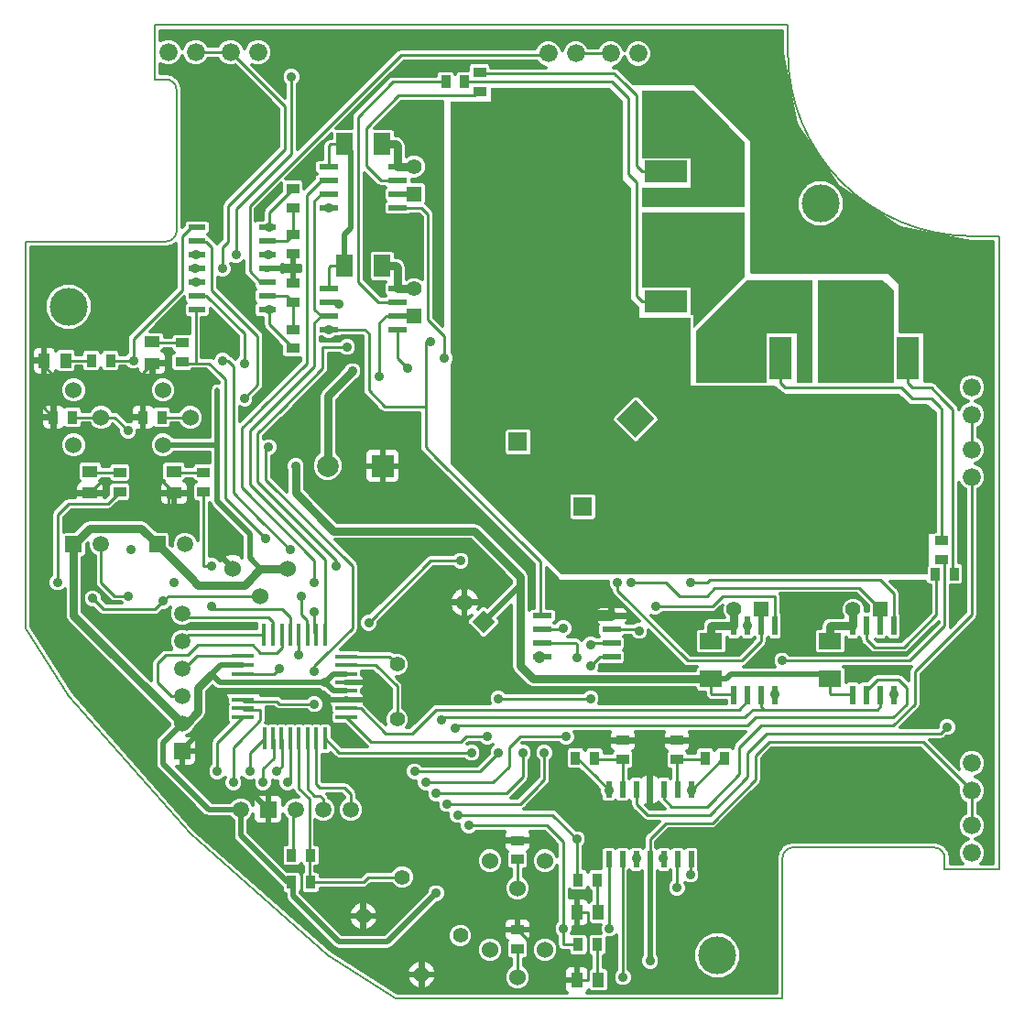
<source format=gtl>
G04 (created by PCBNEW (2013-06-18 BZR 4216)-testing) date 2014/10/24 19:56:51*
%MOIN*%
G04 Gerber Fmt 3.4, Leading zero omitted, Abs format*
%FSLAX34Y34*%
G01*
G70*
G90*
G04 APERTURE LIST*
%ADD10C,0.005906*%
%ADD11C,0.059055*%
%ADD12C,0.066000*%
%ADD13C,0.055000*%
%ADD14R,0.055000X0.055000*%
%ADD15C,0.078740*%
%ADD16R,0.078740X0.078740*%
%ADD17C,0.070000*%
%ADD18R,0.070000X0.070000*%
%ADD19R,0.080000X0.060000*%
%ADD20R,0.060000X0.080000*%
%ADD21R,0.078700X0.017700*%
%ADD22R,0.017700X0.078700*%
%ADD23R,0.059055X0.059055*%
%ADD24C,0.056000*%
%ADD25R,0.081890X0.157480*%
%ADD26R,0.393701X0.413386*%
%ADD27R,0.157480X0.081890*%
%ADD28R,0.413386X0.393701*%
%ADD29R,0.098400X0.098400*%
%ADD30C,0.060000*%
%ADD31R,0.035433X0.047244*%
%ADD32R,0.047244X0.035433*%
%ADD33R,0.039370X0.055118*%
%ADD34R,0.055118X0.039370*%
%ADD35R,0.020000X0.068622*%
%ADD36R,0.068622X0.020000*%
%ADD37R,0.060748X0.020000*%
%ADD38R,0.020000X0.060748*%
%ADD39C,0.035000*%
%ADD40C,0.137795*%
%ADD41C,0.019685*%
%ADD42C,0.010000*%
%ADD43C,0.029528*%
%ADD44C,0.039370*%
%ADD45C,0.003937*%
%ADD46C,0.011811*%
G04 APERTURE END LIST*
G54D10*
X22047Y-44094D02*
X20472Y-41633D01*
X25196Y-27559D02*
X20472Y-27559D01*
X20472Y-27559D02*
X20472Y-41633D01*
X31496Y-53543D02*
X33956Y-55118D01*
X48031Y-55118D02*
X48031Y-50393D01*
X48031Y-55118D02*
X33956Y-55118D01*
X25196Y-21653D02*
X25590Y-21653D01*
X25196Y-21653D02*
X25196Y-19685D01*
X53937Y-50393D02*
X55905Y-50393D01*
X53543Y-49606D02*
X48425Y-49606D01*
X53937Y-50000D02*
G75*
G03X53543Y-49606I-393J0D01*
G74*
G01*
X53937Y-50393D02*
X53937Y-50000D01*
X48425Y-49606D02*
G75*
G03X48031Y-50000I0J-393D01*
G74*
G01*
X48031Y-50393D02*
X48031Y-50000D01*
X25984Y-27165D02*
X25984Y-22047D01*
X25590Y-27559D02*
G75*
G03X25984Y-27165I0J393D01*
G74*
G01*
X25984Y-22047D02*
G75*
G03X25590Y-21653I-393J0D01*
G74*
G01*
X25196Y-27559D02*
X25590Y-27559D01*
X48228Y-19685D02*
X25196Y-19685D01*
X55905Y-27362D02*
X55905Y-50393D01*
X48228Y-20669D02*
X48228Y-19685D01*
X54921Y-27362D02*
X55905Y-27362D01*
X48228Y-20669D02*
G75*
G03X54921Y-27362I6692J0D01*
G74*
G01*
X26476Y-49114D02*
X22047Y-44094D01*
X31496Y-53543D02*
X26476Y-49114D01*
G36*
X37582Y-41396D02*
X37164Y-41814D01*
X36746Y-41396D01*
X37164Y-40979D01*
X37582Y-41396D01*
X37582Y-41396D01*
G37*
G54D11*
X36457Y-40689D03*
G54D12*
X54921Y-36129D03*
X54921Y-35129D03*
G54D13*
X46271Y-40944D03*
G54D14*
X47271Y-40944D03*
G54D13*
X50602Y-40944D03*
G54D14*
X51602Y-40944D03*
G54D13*
X34625Y-24834D03*
G54D14*
X34625Y-25834D03*
G54D13*
X34625Y-29283D03*
G54D14*
X34625Y-30283D03*
G54D15*
X31480Y-35728D03*
G54D16*
X33480Y-35728D03*
G54D17*
X36401Y-34842D03*
G54D18*
X38401Y-34842D03*
G54D17*
X40748Y-39188D03*
G54D18*
X40748Y-37188D03*
G54D19*
X45433Y-43484D03*
X45433Y-42105D03*
X49763Y-43484D03*
X49763Y-42105D03*
G54D20*
X32086Y-24015D03*
X33464Y-24015D03*
X32086Y-28444D03*
X33464Y-28444D03*
G54D12*
X54921Y-33866D03*
X54921Y-32866D03*
X41773Y-20718D03*
X42773Y-20718D03*
X54921Y-47547D03*
X54921Y-46547D03*
X27944Y-20669D03*
X28944Y-20669D03*
G54D21*
X32161Y-42657D03*
X32161Y-42972D03*
X32161Y-43287D03*
X32161Y-43602D03*
X32161Y-43917D03*
X32161Y-44232D03*
X32161Y-44547D03*
X32161Y-44862D03*
X28395Y-44860D03*
X28395Y-42650D03*
X28395Y-42970D03*
X28395Y-43290D03*
X28395Y-43600D03*
X28395Y-43920D03*
X28395Y-44230D03*
X28395Y-44550D03*
G54D22*
X31377Y-45650D03*
X31063Y-45650D03*
X30747Y-45650D03*
X30433Y-45650D03*
X30117Y-45650D03*
X29803Y-45650D03*
X29487Y-45650D03*
X29173Y-45650D03*
X31375Y-41870D03*
X31065Y-41870D03*
X30745Y-41870D03*
X30435Y-41870D03*
X30125Y-41870D03*
X29805Y-41870D03*
X29485Y-41870D03*
X29165Y-41870D03*
G54D11*
X26181Y-41102D03*
X26181Y-42102D03*
X26181Y-43102D03*
X26181Y-44102D03*
X26181Y-45102D03*
G54D23*
X26181Y-46102D03*
G54D11*
X28314Y-48228D03*
G54D23*
X29314Y-48228D03*
G54D11*
X30314Y-48228D03*
X31314Y-48228D03*
X32314Y-48228D03*
G54D23*
X22236Y-38582D03*
G54D11*
X23236Y-38582D03*
G54D23*
X25287Y-38582D03*
G54D11*
X26287Y-38582D03*
G54D12*
X39509Y-20718D03*
X40509Y-20718D03*
X54921Y-49811D03*
X54921Y-48811D03*
X25681Y-20669D03*
X26681Y-20669D03*
G54D13*
X32779Y-52107D03*
X34193Y-50692D03*
X34900Y-54228D03*
X36315Y-52814D03*
G54D24*
X34005Y-42946D03*
X34005Y-44946D03*
G54D25*
X52574Y-31811D03*
G54D26*
X51574Y-36043D03*
G54D25*
X50574Y-31811D03*
X47948Y-31811D03*
G54D26*
X46948Y-36043D03*
G54D25*
X45948Y-31811D03*
G54D27*
X43779Y-25015D03*
G54D28*
X39547Y-24015D03*
G54D27*
X43779Y-23015D03*
X43779Y-29740D03*
G54D28*
X39547Y-28740D03*
G54D27*
X43779Y-27740D03*
G54D10*
G36*
X41978Y-34012D02*
X42673Y-33316D01*
X43369Y-34012D01*
X42673Y-34708D01*
X41978Y-34012D01*
X41978Y-34012D01*
G37*
G36*
X40882Y-32916D02*
X41577Y-32220D01*
X42273Y-32916D01*
X41577Y-33612D01*
X40882Y-32916D01*
X40882Y-32916D01*
G37*
G54D29*
X46062Y-25602D03*
X46062Y-27152D03*
X48437Y-29527D03*
X49987Y-29527D03*
G54D30*
X30035Y-39460D03*
X29035Y-40460D03*
X28035Y-39460D03*
X37385Y-50090D03*
X38385Y-51090D03*
X39385Y-50090D03*
X25484Y-34956D03*
X26484Y-33956D03*
X25484Y-32956D03*
X37385Y-53338D03*
X38385Y-54338D03*
X39385Y-53338D03*
X22236Y-34956D03*
X23236Y-33956D03*
X22236Y-32956D03*
G54D31*
X25444Y-33956D03*
X24751Y-33956D03*
X30165Y-49901D03*
X30858Y-49901D03*
G54D32*
X53838Y-38433D03*
X53838Y-39125D03*
G54D31*
X54283Y-39665D03*
X53590Y-39665D03*
G54D32*
X37007Y-21405D03*
X37007Y-22098D03*
G54D31*
X36468Y-21751D03*
X35775Y-21751D03*
G54D32*
X26968Y-36665D03*
X26968Y-35972D03*
X23917Y-36665D03*
X23917Y-35972D03*
G54D31*
X23574Y-31889D03*
X22881Y-31889D03*
X22196Y-33956D03*
X21503Y-33956D03*
G54D32*
X30216Y-25637D03*
X30216Y-26330D03*
X30216Y-27311D03*
X30216Y-28003D03*
G54D31*
X40598Y-53149D03*
X41291Y-53149D03*
G54D32*
X38385Y-53299D03*
X38385Y-52606D03*
G54D31*
X40500Y-46358D03*
X41192Y-46358D03*
G54D32*
X42224Y-46409D03*
X42224Y-45716D03*
X26181Y-31940D03*
X26181Y-31248D03*
X30216Y-31448D03*
X30216Y-30755D03*
X30216Y-29775D03*
X30216Y-29082D03*
G54D31*
X40598Y-50787D03*
X41291Y-50787D03*
G54D32*
X38385Y-50051D03*
X38385Y-49358D03*
G54D31*
X45917Y-46358D03*
X45224Y-46358D03*
G54D32*
X44192Y-46409D03*
X44192Y-45716D03*
G54D31*
X30165Y-50885D03*
X30858Y-50885D03*
G54D33*
X21948Y-31889D03*
X21161Y-31889D03*
X41338Y-54429D03*
X40551Y-54429D03*
G54D34*
X25098Y-31200D03*
X25098Y-31988D03*
X25885Y-35925D03*
X25885Y-36712D03*
X22834Y-35925D03*
X22834Y-36712D03*
G54D33*
X41338Y-51968D03*
X40551Y-51968D03*
G54D35*
X46257Y-41535D03*
X46757Y-41535D03*
X47257Y-41535D03*
X47757Y-41535D03*
X47757Y-44055D03*
X47257Y-44055D03*
X46757Y-44055D03*
X46257Y-44055D03*
X50588Y-41535D03*
X51088Y-41535D03*
X51588Y-41535D03*
X52088Y-41535D03*
X52088Y-44055D03*
X51588Y-44055D03*
X51088Y-44055D03*
X50588Y-44055D03*
G54D36*
X34035Y-24840D03*
X34035Y-25340D03*
X34035Y-25840D03*
X34035Y-26340D03*
X31515Y-26340D03*
X31515Y-25840D03*
X31515Y-25340D03*
X31515Y-24840D03*
X34035Y-29269D03*
X34035Y-29769D03*
X34035Y-30269D03*
X34035Y-30769D03*
X31515Y-30769D03*
X31515Y-30269D03*
X31515Y-29769D03*
X31515Y-29269D03*
X39291Y-42679D03*
X39291Y-42179D03*
X39291Y-41679D03*
X39291Y-41179D03*
X41811Y-41179D03*
X41811Y-41679D03*
X41811Y-42179D03*
X41811Y-42679D03*
G54D37*
X26729Y-27043D03*
X26729Y-27543D03*
X26729Y-28043D03*
X26729Y-28543D03*
X26729Y-29043D03*
X26729Y-29543D03*
X26729Y-30043D03*
X29272Y-30043D03*
X29272Y-29543D03*
X29273Y-28543D03*
X29272Y-28043D03*
X29273Y-27543D03*
X29272Y-27043D03*
X29272Y-29043D03*
G54D38*
X41708Y-50041D03*
X42208Y-50041D03*
X42708Y-50041D03*
X43208Y-50041D03*
X43708Y-50041D03*
X44208Y-50041D03*
X44708Y-50041D03*
X44708Y-47499D03*
X44208Y-47499D03*
X43208Y-47498D03*
X42708Y-47499D03*
X42208Y-47498D03*
X41708Y-47499D03*
X43708Y-47499D03*
G54D39*
X25885Y-39960D03*
G54D40*
X49409Y-26181D03*
X22047Y-29921D03*
X45669Y-53543D03*
G54D39*
X24311Y-38779D03*
X35433Y-51279D03*
X43208Y-53740D03*
X27657Y-28543D03*
X26651Y-28543D03*
X31397Y-43602D03*
X39173Y-42716D03*
X36318Y-39173D03*
X29724Y-43110D03*
X32972Y-41437D03*
X42814Y-41732D03*
X47757Y-44045D03*
X52088Y-44045D03*
X35236Y-31200D03*
X31525Y-26340D03*
X31525Y-30769D03*
X37696Y-46161D03*
X41043Y-44192D03*
X37696Y-44192D03*
X34645Y-46850D03*
X29625Y-46850D03*
X41043Y-43016D03*
X40157Y-45570D03*
X40551Y-42716D03*
X35039Y-47244D03*
X30019Y-47244D03*
X38385Y-52606D03*
X38385Y-49358D03*
X54429Y-40354D03*
X54429Y-40944D03*
X50885Y-43208D03*
X53051Y-41043D03*
X52657Y-41535D03*
X44980Y-41240D03*
X48720Y-41141D03*
X48720Y-41732D03*
X48720Y-42322D03*
X43503Y-42618D03*
X42716Y-42618D03*
X33070Y-25984D03*
X33070Y-26771D03*
X34448Y-28149D03*
X34448Y-27559D03*
X34448Y-26968D03*
X29035Y-26377D03*
X30610Y-25000D03*
X34350Y-23425D03*
X34350Y-22736D03*
X34645Y-21161D03*
X35236Y-21161D03*
X29724Y-32381D03*
X25688Y-30511D03*
X26181Y-30511D03*
X27066Y-30905D03*
X27952Y-31299D03*
X39960Y-47637D03*
X40748Y-47637D03*
X50098Y-46358D03*
X50098Y-46948D03*
X50098Y-47539D03*
X25393Y-41633D03*
X24783Y-41614D03*
X30118Y-31988D03*
X29330Y-32775D03*
X28641Y-24704D03*
X28051Y-24704D03*
X27460Y-24704D03*
X47342Y-28248D03*
X30216Y-28543D03*
X43208Y-45716D03*
X30807Y-33464D03*
X25688Y-37696D03*
X34596Y-37549D03*
X31840Y-36663D03*
X41043Y-40944D03*
X33169Y-43897D03*
X30314Y-35728D03*
X32381Y-32283D03*
X32086Y-28444D03*
X29330Y-35039D03*
X31003Y-44389D03*
X31003Y-43208D03*
X36122Y-45275D03*
X30511Y-40452D03*
X31003Y-39960D03*
X36712Y-46161D03*
X37303Y-45570D03*
X31791Y-39370D03*
X32185Y-31397D03*
X31889Y-29822D03*
X40551Y-49311D03*
X44685Y-50590D03*
X36220Y-48425D03*
X28051Y-47244D03*
X40059Y-52559D03*
X41732Y-52559D03*
X36614Y-48818D03*
X27460Y-46850D03*
X29232Y-38385D03*
X35826Y-48031D03*
X28641Y-46850D03*
X39370Y-46161D03*
X30118Y-38779D03*
X38582Y-46161D03*
X24409Y-31889D03*
X27657Y-31889D03*
X29133Y-47244D03*
X35433Y-47637D03*
X44192Y-51082D03*
X34397Y-32185D03*
X44708Y-47520D03*
X43700Y-50000D03*
X40059Y-41633D03*
X41043Y-42224D03*
X26673Y-29035D03*
X29351Y-30043D03*
X28444Y-31988D03*
X54035Y-45228D03*
X26673Y-28051D03*
X29351Y-27043D03*
X28444Y-33267D03*
X24212Y-34448D03*
X30165Y-21555D03*
X28149Y-28051D03*
X29330Y-28051D03*
X41708Y-47520D03*
X42716Y-50000D03*
X42224Y-54330D03*
X33366Y-32480D03*
X44685Y-39960D03*
X42519Y-39960D03*
X43405Y-40846D03*
X48031Y-42814D03*
X46751Y-41535D03*
X42027Y-39960D03*
X35728Y-31791D03*
X24212Y-40452D03*
X31003Y-41043D03*
X35629Y-44980D03*
X27263Y-39370D03*
X27263Y-40846D03*
X30413Y-42618D03*
X21653Y-39960D03*
X25492Y-40649D03*
X22933Y-40551D03*
G54D41*
X25500Y-32972D02*
X25484Y-32956D01*
X35433Y-51279D02*
X33661Y-53051D01*
X31889Y-53051D02*
X33661Y-53051D01*
X30165Y-50885D02*
X30216Y-50937D01*
X30216Y-51377D02*
X30905Y-52066D01*
X30216Y-50937D02*
X30216Y-51377D01*
X30905Y-52066D02*
X31889Y-53051D01*
G54D42*
X43208Y-49311D02*
X43208Y-50120D01*
X43799Y-48720D02*
X43208Y-49311D01*
X45472Y-48720D02*
X43799Y-48720D01*
X47047Y-47145D02*
X45472Y-48720D01*
X47047Y-46259D02*
X47047Y-47145D01*
X47539Y-45767D02*
X47047Y-46259D01*
X47637Y-45767D02*
X47539Y-45767D01*
X53141Y-45767D02*
X47637Y-45767D01*
X53141Y-45767D02*
X54921Y-47547D01*
G54D41*
X43208Y-53346D02*
X43208Y-50120D01*
X43208Y-53740D02*
X43208Y-53346D01*
G54D42*
X27657Y-27755D02*
X27657Y-28543D01*
X29822Y-24311D02*
X29921Y-24212D01*
X27854Y-27559D02*
X27854Y-26279D01*
X27854Y-26279D02*
X29822Y-24311D01*
X29921Y-22645D02*
X27944Y-20669D01*
X29921Y-24212D02*
X29921Y-22645D01*
X27854Y-27559D02*
X27657Y-27755D01*
G54D41*
X25484Y-34956D02*
X27460Y-34956D01*
X27460Y-34956D02*
X27460Y-35039D01*
G54D42*
X40509Y-20718D02*
X41773Y-20718D01*
G54D41*
X28395Y-43600D02*
X27556Y-43600D01*
X27556Y-43600D02*
X27263Y-43307D01*
X28395Y-42970D02*
X27600Y-42970D01*
X27600Y-42970D02*
X27263Y-43307D01*
G54D43*
X26771Y-43799D02*
X27263Y-43307D01*
X26771Y-44685D02*
X26771Y-43799D01*
X26354Y-45102D02*
X26771Y-44685D01*
X26354Y-45102D02*
X26181Y-45102D01*
G54D42*
X26673Y-20677D02*
X26681Y-20669D01*
G54D41*
X27460Y-35039D02*
X27460Y-32972D01*
G54D42*
X26681Y-20669D02*
X27944Y-20669D01*
G54D41*
X29035Y-39468D02*
X28641Y-39074D01*
X28641Y-39074D02*
X28641Y-38188D01*
X28641Y-38188D02*
X27460Y-37007D01*
X27460Y-37007D02*
X27460Y-35039D01*
X27460Y-35039D02*
X27460Y-34987D01*
X31397Y-43602D02*
X31692Y-43897D01*
X32142Y-43897D02*
X32161Y-43917D01*
X31692Y-43897D02*
X32142Y-43897D01*
X30509Y-43600D02*
X30511Y-43602D01*
X29722Y-43600D02*
X30509Y-43600D01*
X28395Y-43600D02*
X29722Y-43600D01*
X32141Y-43307D02*
X32161Y-43287D01*
X31692Y-43307D02*
X32141Y-43307D01*
X31397Y-43602D02*
X31692Y-43307D01*
X30511Y-43602D02*
X31397Y-43602D01*
G54D43*
X26476Y-39771D02*
X26763Y-40059D01*
X26763Y-40059D02*
X28444Y-40059D01*
X28444Y-40059D02*
X29035Y-39468D01*
X25287Y-38582D02*
X26476Y-39771D01*
X30027Y-39468D02*
X30035Y-39460D01*
X29035Y-39468D02*
X30027Y-39468D01*
G54D44*
X39173Y-42716D02*
X39173Y-42679D01*
G54D41*
X26181Y-45102D02*
X25492Y-45791D01*
X27165Y-48228D02*
X28314Y-48228D01*
X25492Y-46555D02*
X27165Y-48228D01*
X25492Y-45791D02*
X25492Y-46555D01*
G54D43*
X22236Y-38582D02*
X22236Y-41157D01*
X22236Y-41157D02*
X26181Y-45102D01*
X22236Y-38582D02*
X22244Y-38582D01*
X24696Y-37992D02*
X25287Y-38582D01*
X22834Y-37992D02*
X24696Y-37992D01*
X22244Y-38582D02*
X22834Y-37992D01*
G54D41*
X30211Y-50885D02*
X30019Y-50885D01*
X28314Y-49181D02*
X28314Y-48228D01*
X30019Y-50885D02*
X28314Y-49181D01*
G54D42*
X54921Y-33866D02*
X54921Y-35129D01*
X54921Y-48811D02*
X54921Y-47547D01*
X28412Y-43307D02*
X29527Y-43307D01*
X29527Y-43307D02*
X29724Y-43110D01*
X28395Y-43290D02*
X28412Y-43307D01*
X35236Y-39173D02*
X32972Y-41437D01*
X35236Y-39173D02*
X36318Y-39173D01*
X42769Y-41679D02*
X42814Y-41724D01*
X41801Y-41679D02*
X42769Y-41679D01*
X42814Y-41724D02*
X42814Y-41732D01*
X34645Y-33562D02*
X35039Y-33562D01*
X35039Y-32972D02*
X35039Y-33562D01*
X35039Y-33562D02*
X35039Y-35039D01*
X39212Y-39212D02*
X38877Y-38877D01*
X38877Y-38877D02*
X35433Y-35433D01*
X39212Y-41179D02*
X39212Y-39212D01*
X35039Y-35039D02*
X35433Y-35433D01*
X31525Y-30769D02*
X32836Y-30769D01*
X35039Y-31200D02*
X35039Y-32972D01*
X35039Y-31200D02*
X35236Y-31200D01*
X33562Y-33562D02*
X34645Y-33562D01*
X32972Y-32972D02*
X33562Y-33562D01*
X32972Y-30905D02*
X32972Y-32972D01*
X32836Y-30769D02*
X32972Y-30905D01*
X37696Y-44192D02*
X41043Y-44192D01*
X37007Y-46850D02*
X37696Y-46161D01*
X34645Y-46850D02*
X37007Y-46850D01*
X29803Y-45650D02*
X29822Y-45669D01*
X29822Y-45669D02*
X29822Y-46653D01*
X29822Y-46653D02*
X29625Y-46850D01*
X37696Y-46161D02*
X37696Y-46161D01*
X41801Y-42679D02*
X41380Y-42679D01*
X41380Y-42679D02*
X41043Y-43016D01*
X38090Y-46653D02*
X38090Y-45964D01*
X40157Y-45570D02*
X38484Y-45570D01*
X38090Y-45964D02*
X38484Y-45570D01*
X40505Y-42179D02*
X40551Y-42224D01*
X40551Y-42224D02*
X40551Y-42716D01*
X39301Y-42179D02*
X40505Y-42179D01*
X38090Y-46653D02*
X38090Y-46653D01*
X30118Y-47145D02*
X30019Y-47244D01*
X30118Y-45650D02*
X30118Y-47145D01*
X30117Y-45650D02*
X30118Y-45650D01*
X37500Y-47244D02*
X38090Y-46653D01*
X35039Y-47244D02*
X37500Y-47244D01*
G54D41*
X33719Y-52107D02*
X36468Y-49358D01*
X36468Y-49358D02*
X38385Y-49358D01*
X32779Y-52107D02*
X33719Y-52107D01*
X38385Y-52606D02*
X37255Y-52606D01*
X35633Y-54228D02*
X34900Y-54228D01*
X37255Y-52606D02*
X35633Y-54228D01*
G54D42*
X40551Y-54429D02*
X39665Y-54429D01*
X38877Y-53098D02*
X38385Y-52606D01*
X38877Y-53641D02*
X38877Y-53098D01*
X39665Y-54429D02*
X38877Y-53641D01*
X21161Y-31889D02*
X21161Y-33614D01*
X21161Y-33614D02*
X21503Y-33956D01*
X54429Y-40944D02*
X54429Y-40354D01*
X53051Y-41141D02*
X53051Y-41043D01*
X52657Y-41535D02*
X53051Y-41141D01*
X48720Y-42322D02*
X48720Y-41732D01*
X42716Y-42618D02*
X43503Y-42618D01*
X33070Y-26771D02*
X34251Y-26771D01*
X33070Y-25984D02*
X33070Y-26771D01*
X34448Y-27559D02*
X34448Y-28149D01*
X34251Y-26771D02*
X34448Y-26968D01*
X34350Y-22736D02*
X34350Y-23425D01*
X35236Y-21161D02*
X34645Y-21161D01*
X26181Y-30511D02*
X25688Y-30511D01*
X27559Y-30905D02*
X27066Y-30905D01*
X27952Y-31299D02*
X27559Y-30905D01*
G54D41*
X24783Y-41614D02*
X24803Y-41633D01*
X27165Y-44389D02*
X27635Y-43920D01*
G54D42*
X21161Y-31889D02*
X21161Y-32086D01*
X22342Y-32381D02*
X24751Y-32381D01*
X24751Y-32381D02*
X24751Y-32334D01*
X21456Y-32381D02*
X22342Y-32381D01*
X21161Y-32086D02*
X21456Y-32381D01*
X29351Y-28543D02*
X30216Y-28543D01*
X30216Y-29082D02*
X30216Y-28543D01*
X30216Y-28543D02*
X30216Y-28003D01*
X25098Y-31988D02*
X24751Y-32334D01*
X24751Y-32334D02*
X24751Y-32334D01*
X24751Y-32334D02*
X24751Y-33956D01*
X24751Y-36271D02*
X24704Y-36318D01*
X24751Y-33956D02*
X24751Y-36271D01*
X30708Y-51476D02*
X31339Y-52107D01*
X30511Y-51279D02*
X30708Y-51476D01*
X30511Y-50492D02*
X30511Y-51279D01*
X30413Y-50393D02*
X30511Y-50492D01*
X29921Y-50393D02*
X30413Y-50393D01*
X29330Y-49803D02*
X29921Y-50393D01*
X29330Y-48244D02*
X29330Y-49803D01*
X29314Y-48228D02*
X29330Y-48244D01*
X31339Y-52107D02*
X32779Y-52107D01*
G54D41*
X28051Y-39444D02*
X28035Y-39460D01*
G54D42*
X43208Y-47520D02*
X43208Y-45767D01*
X43208Y-45767D02*
X43208Y-45716D01*
X42224Y-45716D02*
X43208Y-45716D01*
X43208Y-45716D02*
X44192Y-45716D01*
X40944Y-51968D02*
X40944Y-54429D01*
X40944Y-54429D02*
X40551Y-54429D01*
X40944Y-51968D02*
X40551Y-51968D01*
X31791Y-36614D02*
X31840Y-36663D01*
X31299Y-36614D02*
X31791Y-36614D01*
X30807Y-36122D02*
X31299Y-36614D01*
X30807Y-33464D02*
X30807Y-36122D01*
G54D41*
X29314Y-48228D02*
X28724Y-47637D01*
X27165Y-47637D02*
X28740Y-47637D01*
X26181Y-46653D02*
X27165Y-47637D01*
X26181Y-46102D02*
X26181Y-46653D01*
X28724Y-47637D02*
X28740Y-47637D01*
G54D42*
X25885Y-36712D02*
X25688Y-36909D01*
X25688Y-36909D02*
X25688Y-37696D01*
X22834Y-36712D02*
X23228Y-36318D01*
X25492Y-36318D02*
X25885Y-36712D01*
X23228Y-36318D02*
X24704Y-36318D01*
X24704Y-36318D02*
X25492Y-36318D01*
G54D41*
X33480Y-35728D02*
X33480Y-36433D01*
X33480Y-36433D02*
X34596Y-37549D01*
X32775Y-35728D02*
X33480Y-35728D01*
X31840Y-36663D02*
X32775Y-35728D01*
G54D44*
X41801Y-41179D02*
X41080Y-41179D01*
X41080Y-41179D02*
X41043Y-41141D01*
X41043Y-41141D02*
X41043Y-40944D01*
G54D41*
X26181Y-46102D02*
X26181Y-46062D01*
X26181Y-46062D02*
X27165Y-45078D01*
X27165Y-45078D02*
X27165Y-44389D01*
X27635Y-43920D02*
X28395Y-43920D01*
G54D42*
X32834Y-44232D02*
X33169Y-43897D01*
X32161Y-43602D02*
X32873Y-43602D01*
X32873Y-43602D02*
X33169Y-43897D01*
X32161Y-44232D02*
X32834Y-44232D01*
G54D41*
X28395Y-43920D02*
X31124Y-43920D01*
X31436Y-44232D02*
X32161Y-44232D01*
X31124Y-43920D02*
X31436Y-44232D01*
X32086Y-28444D02*
X32086Y-27311D01*
X32330Y-24259D02*
X32086Y-24015D01*
X32330Y-27066D02*
X32330Y-24259D01*
X32086Y-27311D02*
X32330Y-27066D01*
X45433Y-43484D02*
X45983Y-43484D01*
X49586Y-43307D02*
X49763Y-43484D01*
X46161Y-43307D02*
X49586Y-43307D01*
X45983Y-43484D02*
X46161Y-43307D01*
X37164Y-41396D02*
X38484Y-40077D01*
X38484Y-40077D02*
X38484Y-40059D01*
G54D43*
X38484Y-43011D02*
X38957Y-43484D01*
X36811Y-38090D02*
X38484Y-39763D01*
X30314Y-36712D02*
X30314Y-35728D01*
X31692Y-38090D02*
X30314Y-36712D01*
X35039Y-38090D02*
X31692Y-38090D01*
X35039Y-38090D02*
X36811Y-38090D01*
X38484Y-39763D02*
X38484Y-40059D01*
X38484Y-40059D02*
X38484Y-43011D01*
X38957Y-43484D02*
X45433Y-43484D01*
X31480Y-35728D02*
X31480Y-33185D01*
X31480Y-33185D02*
X32381Y-32283D01*
X32086Y-28444D02*
X32086Y-28444D01*
G54D42*
X49793Y-44045D02*
X50588Y-44045D01*
X49763Y-43484D02*
X49763Y-43937D01*
X49763Y-43937D02*
X49763Y-44015D01*
X49763Y-44015D02*
X49793Y-44045D01*
X45433Y-43484D02*
X45433Y-44015D01*
X45433Y-44015D02*
X45462Y-44045D01*
X45462Y-44045D02*
X46257Y-44045D01*
X31525Y-29269D02*
X31525Y-28513D01*
X31525Y-28513D02*
X31594Y-28444D01*
X31594Y-28444D02*
X32086Y-28444D01*
X32086Y-24015D02*
X31594Y-24015D01*
X31525Y-24084D02*
X31525Y-24840D01*
X31594Y-24015D02*
X31525Y-24084D01*
X31397Y-42618D02*
X31003Y-43011D01*
X32381Y-41633D02*
X32381Y-39370D01*
X31397Y-42618D02*
X32381Y-41633D01*
X32381Y-39370D02*
X29232Y-36220D01*
X29232Y-36220D02*
X29232Y-35137D01*
X29232Y-35137D02*
X29330Y-35039D01*
X28457Y-44291D02*
X29625Y-44291D01*
X28457Y-44291D02*
X28395Y-44230D01*
X29724Y-44389D02*
X29625Y-44291D01*
X31003Y-44389D02*
X29724Y-44389D01*
X31003Y-43011D02*
X31003Y-43208D01*
X32677Y-44547D02*
X33602Y-45472D01*
X33602Y-45472D02*
X33858Y-45472D01*
X32161Y-44547D02*
X32677Y-44547D01*
X46757Y-44285D02*
X46456Y-44586D01*
X33858Y-45472D02*
X34547Y-45472D01*
X34547Y-45472D02*
X35433Y-44586D01*
X35433Y-44586D02*
X43700Y-44586D01*
X46757Y-44285D02*
X46757Y-44173D01*
X46456Y-44586D02*
X43700Y-44586D01*
X38385Y-45177D02*
X36220Y-45177D01*
X36220Y-45177D02*
X36122Y-45275D01*
X30708Y-41832D02*
X30708Y-41338D01*
X30708Y-41338D02*
X30511Y-41141D01*
X30511Y-41141D02*
X30511Y-40452D01*
X30708Y-41832D02*
X30745Y-41870D01*
X43602Y-45177D02*
X38385Y-45177D01*
X38385Y-45177D02*
X38287Y-45177D01*
X46751Y-45177D02*
X43602Y-45177D01*
X51088Y-44045D02*
X51088Y-43891D01*
X52066Y-44881D02*
X47047Y-44881D01*
X52559Y-44389D02*
X52066Y-44881D01*
X52559Y-43799D02*
X52559Y-44389D01*
X52263Y-43503D02*
X52559Y-43799D01*
X51476Y-43503D02*
X52263Y-43503D01*
X51088Y-43891D02*
X51476Y-43503D01*
X47047Y-44881D02*
X46751Y-45177D01*
X30708Y-25885D02*
X31253Y-25340D01*
X31253Y-25340D02*
X31397Y-25340D01*
X30708Y-30413D02*
X30708Y-25885D01*
X31003Y-39173D02*
X31003Y-39370D01*
X31377Y-45650D02*
X31889Y-46161D01*
X31889Y-46161D02*
X36712Y-46161D01*
X31003Y-39960D02*
X31003Y-39370D01*
X28641Y-34055D02*
X28346Y-34350D01*
X28346Y-34350D02*
X28346Y-36515D01*
X29133Y-33562D02*
X28641Y-34055D01*
X30708Y-31988D02*
X29133Y-33562D01*
X30708Y-30413D02*
X30708Y-31988D01*
X31003Y-39173D02*
X28346Y-36515D01*
X31253Y-25340D02*
X31397Y-25340D01*
X29822Y-33661D02*
X28937Y-34547D01*
X37303Y-45570D02*
X37204Y-45570D01*
X31791Y-39173D02*
X31791Y-39370D01*
X32185Y-31397D02*
X31299Y-31397D01*
X31836Y-29769D02*
X31889Y-29822D01*
X31525Y-29769D02*
X31836Y-29769D01*
X31299Y-31397D02*
X31299Y-32185D01*
X31299Y-32185D02*
X29822Y-33661D01*
X33067Y-45767D02*
X36318Y-45767D01*
X33067Y-45767D02*
X32161Y-44862D01*
X36515Y-45570D02*
X37204Y-45570D01*
X36318Y-45767D02*
X36515Y-45570D01*
X28937Y-36318D02*
X31791Y-39173D01*
X28937Y-34547D02*
X28937Y-36318D01*
X44708Y-50020D02*
X44685Y-50044D01*
X44685Y-50044D02*
X44685Y-50590D01*
X39665Y-48425D02*
X40551Y-49311D01*
X38681Y-48425D02*
X39665Y-48425D01*
X40551Y-50740D02*
X40598Y-50787D01*
X40551Y-49311D02*
X40551Y-50740D01*
X36220Y-48425D02*
X38681Y-48425D01*
X29035Y-44980D02*
X28248Y-45767D01*
X29035Y-44586D02*
X29035Y-44980D01*
X28432Y-44586D02*
X29035Y-44586D01*
X28395Y-44550D02*
X28432Y-44586D01*
X28051Y-45964D02*
X28248Y-45767D01*
X28051Y-47244D02*
X28051Y-45964D01*
X41732Y-50044D02*
X41708Y-50020D01*
X41732Y-50044D02*
X41732Y-52559D01*
X39468Y-48818D02*
X40059Y-49409D01*
X40598Y-53149D02*
X40059Y-53149D01*
X40059Y-53149D02*
X40059Y-52559D01*
X40059Y-52559D02*
X40059Y-49409D01*
X36614Y-48818D02*
X38090Y-48818D01*
X27460Y-45795D02*
X28395Y-44860D01*
X27460Y-45795D02*
X27460Y-46850D01*
X39468Y-48818D02*
X38090Y-48818D01*
X26673Y-31988D02*
X27165Y-31988D01*
X27165Y-31988D02*
X27559Y-32381D01*
X26651Y-30043D02*
X26673Y-30065D01*
X26673Y-30065D02*
X26673Y-31988D01*
X27755Y-32677D02*
X27755Y-34940D01*
X27755Y-36909D02*
X27755Y-34940D01*
X39271Y-47244D02*
X39370Y-47145D01*
X28641Y-46182D02*
X28641Y-46850D01*
X28641Y-46182D02*
X29173Y-45650D01*
X38484Y-48031D02*
X39074Y-47440D01*
X35826Y-48031D02*
X38484Y-48031D01*
X39074Y-47440D02*
X39271Y-47244D01*
X39370Y-47145D02*
X39370Y-46161D01*
X29232Y-38385D02*
X28444Y-37598D01*
X28444Y-37598D02*
X27755Y-36909D01*
X27755Y-32578D02*
X27755Y-32677D01*
X27559Y-32381D02*
X27755Y-32578D01*
X26181Y-31940D02*
X26228Y-31988D01*
X26228Y-31988D02*
X26673Y-31988D01*
X23574Y-31889D02*
X24409Y-31889D01*
X24409Y-31102D02*
X26181Y-29330D01*
X26181Y-27362D02*
X26476Y-27066D01*
X24409Y-31889D02*
X24409Y-31102D01*
X26181Y-29330D02*
X26181Y-27362D01*
X26476Y-27066D02*
X26627Y-27066D01*
X26627Y-27066D02*
X26651Y-27043D01*
X27854Y-31889D02*
X28051Y-32086D01*
X28051Y-32086D02*
X28051Y-34645D01*
X28051Y-36712D02*
X28051Y-34645D01*
X30118Y-38779D02*
X29035Y-37696D01*
X29035Y-37696D02*
X28051Y-36712D01*
X27657Y-31889D02*
X27854Y-31889D01*
X26627Y-27066D02*
X26651Y-27043D01*
X38484Y-47145D02*
X38582Y-47047D01*
X29487Y-45650D02*
X29527Y-45689D01*
X29527Y-45689D02*
X29527Y-46358D01*
X29527Y-46358D02*
X29133Y-46751D01*
X29133Y-46751D02*
X29133Y-47244D01*
X37992Y-47637D02*
X38484Y-47145D01*
X35433Y-47637D02*
X37992Y-47637D01*
X38582Y-47047D02*
X38582Y-46161D01*
X38582Y-46161D02*
X38582Y-46456D01*
X38582Y-46456D02*
X38582Y-46161D01*
X29165Y-41870D02*
X26413Y-41870D01*
X26413Y-41870D02*
X26181Y-42102D01*
X29330Y-41240D02*
X29485Y-41395D01*
X26181Y-41102D02*
X26318Y-41240D01*
X26318Y-41240D02*
X29330Y-41240D01*
X29485Y-41870D02*
X29485Y-41395D01*
X44208Y-50020D02*
X44192Y-50036D01*
X44192Y-50036D02*
X44192Y-51082D01*
X38385Y-50051D02*
X38385Y-51090D01*
X30216Y-29775D02*
X29984Y-29543D01*
X29984Y-29543D02*
X29351Y-29543D01*
X30216Y-29775D02*
X30216Y-30755D01*
X34153Y-20767D02*
X28641Y-26279D01*
X39460Y-20767D02*
X34153Y-20767D01*
X39509Y-20718D02*
X39460Y-20767D01*
X29343Y-29035D02*
X29351Y-29043D01*
X29035Y-29035D02*
X29343Y-29035D01*
X28641Y-28641D02*
X29035Y-29035D01*
X28641Y-26279D02*
X28641Y-28641D01*
X25098Y-31200D02*
X25145Y-31248D01*
X25145Y-31248D02*
X26181Y-31248D01*
G54D43*
X34625Y-29283D02*
X34039Y-29283D01*
X33956Y-28444D02*
X34025Y-28513D01*
X34025Y-28513D02*
X34025Y-29269D01*
X33464Y-28444D02*
X33956Y-28444D01*
X34039Y-29283D02*
X34025Y-29269D01*
G54D42*
X35822Y-21751D02*
X33858Y-21751D01*
X33312Y-29769D02*
X34025Y-29769D01*
X32578Y-29035D02*
X33312Y-29769D01*
X32578Y-23031D02*
X32578Y-29035D01*
X33858Y-21751D02*
X32578Y-23031D01*
X34025Y-30769D02*
X34025Y-31569D01*
X34025Y-31812D02*
X34025Y-31569D01*
X34025Y-31812D02*
X34397Y-32185D01*
X44708Y-47520D02*
X45870Y-46358D01*
X45870Y-46358D02*
X45917Y-46358D01*
X43708Y-50020D02*
X43700Y-50012D01*
X43700Y-50000D02*
X43700Y-50012D01*
X32161Y-42972D02*
X33227Y-42972D01*
X34005Y-43750D02*
X34005Y-44946D01*
X33227Y-42972D02*
X34005Y-43750D01*
X39301Y-41679D02*
X40013Y-41679D01*
X40013Y-41679D02*
X40059Y-41633D01*
X41801Y-42179D02*
X41088Y-42179D01*
X41088Y-42179D02*
X41043Y-42224D01*
X32161Y-42657D02*
X33716Y-42657D01*
X33716Y-42657D02*
X34005Y-42946D01*
X26659Y-29035D02*
X26651Y-29043D01*
X26673Y-29035D02*
X26659Y-29035D01*
X29351Y-30583D02*
X29351Y-30043D01*
X30216Y-31448D02*
X29351Y-30583D01*
X27066Y-29527D02*
X28444Y-30905D01*
X26666Y-29527D02*
X27066Y-29527D01*
X26666Y-29527D02*
X26651Y-29543D01*
X28444Y-31988D02*
X28444Y-30905D01*
X25444Y-33956D02*
X26484Y-33956D01*
X43110Y-48425D02*
X45374Y-48425D01*
X42716Y-47528D02*
X42716Y-48031D01*
X46751Y-47047D02*
X45374Y-48425D01*
X46751Y-46161D02*
X46751Y-47047D01*
X47440Y-45472D02*
X46751Y-46161D01*
X51968Y-45472D02*
X47440Y-45472D01*
X42716Y-48031D02*
X43110Y-48425D01*
X42708Y-47520D02*
X42716Y-47528D01*
X53791Y-45472D02*
X54035Y-45228D01*
X53740Y-45472D02*
X53791Y-45472D01*
X51968Y-45472D02*
X53740Y-45472D01*
X41192Y-46358D02*
X41244Y-46409D01*
X41244Y-46409D02*
X42224Y-46409D01*
X42208Y-47520D02*
X42224Y-47504D01*
X42224Y-47504D02*
X42224Y-46409D01*
X26659Y-28051D02*
X26651Y-28043D01*
X26673Y-28051D02*
X26659Y-28051D01*
X29351Y-26503D02*
X29351Y-27043D01*
X30216Y-25637D02*
X29351Y-26503D01*
X23236Y-33956D02*
X23720Y-33956D01*
X26666Y-27559D02*
X27066Y-27559D01*
X27263Y-29330D02*
X28937Y-31003D01*
X28937Y-31003D02*
X28937Y-32775D01*
X28937Y-32775D02*
X28444Y-33267D01*
X26666Y-27559D02*
X26651Y-27543D01*
X27066Y-27559D02*
X27263Y-27755D01*
X27263Y-27755D02*
X27263Y-29330D01*
X23720Y-33956D02*
X24212Y-34448D01*
X22196Y-33956D02*
X23236Y-33956D01*
X23228Y-33964D02*
X23236Y-33956D01*
X25885Y-35925D02*
X25933Y-35972D01*
X25933Y-35972D02*
X26968Y-35972D01*
X22834Y-35925D02*
X22881Y-35972D01*
X22881Y-35972D02*
X23917Y-35972D01*
X30165Y-24362D02*
X28149Y-26377D01*
X30165Y-21555D02*
X30165Y-24362D01*
X28149Y-26377D02*
X28149Y-28051D01*
X29330Y-28051D02*
X29343Y-28051D01*
X29343Y-28051D02*
X29351Y-28043D01*
X30216Y-27311D02*
X29984Y-27543D01*
X29984Y-27543D02*
X29351Y-27543D01*
X30216Y-26330D02*
X30216Y-27311D01*
X41240Y-47051D02*
X40546Y-46358D01*
X41708Y-47520D02*
X41240Y-47051D01*
X40546Y-46358D02*
X40500Y-46358D01*
X42708Y-50020D02*
X42716Y-50012D01*
X42716Y-50000D02*
X42716Y-50012D01*
X42208Y-54314D02*
X42208Y-50041D01*
X42224Y-54330D02*
X42208Y-54314D01*
X38385Y-54338D02*
X38385Y-53299D01*
X41338Y-54429D02*
X41291Y-54381D01*
X41291Y-54381D02*
X41291Y-53149D01*
X21948Y-31889D02*
X22881Y-31889D01*
X45224Y-46358D02*
X45173Y-46409D01*
X45173Y-46409D02*
X44192Y-46409D01*
X44208Y-47520D02*
X44192Y-47504D01*
X44192Y-47504D02*
X44192Y-46409D01*
X45472Y-47933D02*
X45275Y-48129D01*
X43708Y-47842D02*
X43708Y-47499D01*
X43996Y-48129D02*
X43708Y-47842D01*
X45275Y-48129D02*
X43996Y-48129D01*
X54921Y-36129D02*
X54921Y-41043D01*
X54921Y-41043D02*
X54921Y-41141D01*
X46456Y-46948D02*
X45472Y-47933D01*
X46456Y-45964D02*
X46456Y-46948D01*
X47244Y-45177D02*
X46456Y-45964D01*
X52066Y-45177D02*
X47244Y-45177D01*
X52854Y-44389D02*
X52066Y-45177D01*
X52854Y-43208D02*
X52854Y-44389D01*
X54921Y-41141D02*
X52854Y-43208D01*
X45472Y-47933D02*
X45472Y-47933D01*
X34039Y-30283D02*
X34025Y-30269D01*
X34625Y-30283D02*
X34039Y-30283D01*
X33366Y-32480D02*
X33366Y-30511D01*
X33366Y-30511D02*
X33608Y-30269D01*
X33608Y-30269D02*
X34025Y-30269D01*
X53838Y-33267D02*
X53444Y-32874D01*
X53838Y-33267D02*
X54133Y-33562D01*
X54232Y-33661D02*
X54133Y-33562D01*
X54232Y-39562D02*
X54232Y-33661D01*
X52574Y-32692D02*
X52574Y-31811D01*
X52755Y-32874D02*
X52574Y-32692D01*
X53444Y-32874D02*
X52755Y-32874D01*
G54D43*
X50588Y-41545D02*
X49793Y-41545D01*
X50588Y-40958D02*
X50602Y-40944D01*
X50588Y-41545D02*
X50588Y-40958D01*
X49793Y-41545D02*
X49763Y-41574D01*
X49763Y-41574D02*
X49763Y-42105D01*
G54D42*
X44685Y-39960D02*
X45275Y-39960D01*
X52088Y-40375D02*
X52088Y-41545D01*
X45275Y-39960D02*
X45374Y-39862D01*
X45374Y-39862D02*
X51574Y-39862D01*
X51574Y-39862D02*
X52088Y-40375D01*
X53637Y-41146D02*
X53637Y-39711D01*
X53637Y-41146D02*
X52460Y-42322D01*
X52460Y-42322D02*
X51377Y-42322D01*
X51377Y-42322D02*
X51088Y-42033D01*
X51088Y-41545D02*
X51088Y-42033D01*
X53637Y-39711D02*
X53590Y-39665D01*
X45570Y-40157D02*
X50814Y-40157D01*
X42519Y-39960D02*
X43799Y-39960D01*
X50814Y-40157D02*
X51602Y-40944D01*
X45275Y-40452D02*
X45570Y-40157D01*
X44291Y-40452D02*
X45275Y-40452D01*
X43799Y-39960D02*
X44291Y-40452D01*
X51588Y-41545D02*
X51588Y-40958D01*
X51588Y-40958D02*
X51602Y-40944D01*
X52165Y-32874D02*
X52362Y-32874D01*
X47948Y-32692D02*
X48129Y-32874D01*
X48129Y-32874D02*
X52165Y-32874D01*
X47948Y-31811D02*
X47948Y-32692D01*
X53444Y-33267D02*
X53740Y-33562D01*
X52755Y-33267D02*
X53444Y-33267D01*
X52362Y-32874D02*
X52755Y-33267D01*
X53838Y-38479D02*
X53838Y-33661D01*
X53740Y-33562D02*
X53838Y-33661D01*
X45866Y-40452D02*
X47757Y-40452D01*
X43405Y-40846D02*
X45472Y-40846D01*
X45472Y-40846D02*
X45866Y-40452D01*
X47757Y-40452D02*
X47757Y-41545D01*
G54D43*
X46257Y-41545D02*
X45462Y-41545D01*
X46257Y-40958D02*
X46271Y-40944D01*
X46257Y-41545D02*
X46257Y-40958D01*
X45462Y-41545D02*
X45433Y-41574D01*
X45433Y-41574D02*
X45433Y-42105D01*
G54D42*
X53937Y-39271D02*
X53937Y-41535D01*
X53838Y-39079D02*
X53838Y-39173D01*
X53838Y-39173D02*
X53937Y-39271D01*
X52657Y-42814D02*
X48031Y-42814D01*
X53937Y-41535D02*
X52657Y-42814D01*
X46757Y-41541D02*
X46757Y-41545D01*
X46751Y-41535D02*
X46757Y-41541D01*
X42027Y-39960D02*
X42027Y-40255D01*
X42027Y-40255D02*
X44586Y-42814D01*
X44586Y-42814D02*
X46555Y-42814D01*
X47257Y-42112D02*
X47257Y-41545D01*
X46555Y-42814D02*
X47257Y-42112D01*
X47257Y-41545D02*
X47257Y-40958D01*
X47257Y-40958D02*
X47271Y-40944D01*
X34625Y-25834D02*
X34031Y-25834D01*
X34031Y-25834D02*
X34025Y-25840D01*
X42716Y-29429D02*
X42716Y-29527D01*
X42716Y-29527D02*
X42929Y-29740D01*
X42716Y-25393D02*
X42716Y-25393D01*
X42716Y-29429D02*
X42716Y-25393D01*
X42421Y-22342D02*
X42027Y-21948D01*
X42421Y-25098D02*
X42421Y-22342D01*
X42716Y-25393D02*
X42421Y-25098D01*
X42027Y-21948D02*
X41830Y-21751D01*
X41830Y-21751D02*
X36614Y-21751D01*
X36422Y-21751D02*
X36614Y-21751D01*
X42929Y-29740D02*
X43779Y-29740D01*
X43779Y-25015D02*
X42929Y-25015D01*
X41924Y-21451D02*
X41929Y-21456D01*
X42322Y-21850D02*
X41929Y-21456D01*
X41924Y-21451D02*
X37007Y-21451D01*
X42716Y-22244D02*
X42322Y-21850D01*
X42716Y-24803D02*
X42716Y-22244D01*
X42716Y-24803D02*
X42929Y-25015D01*
G54D43*
X34625Y-24834D02*
X34031Y-24834D01*
X33956Y-24015D02*
X34025Y-24084D01*
X34025Y-24084D02*
X34025Y-24840D01*
X33464Y-24015D02*
X33956Y-24015D01*
X34031Y-24834D02*
X34025Y-24840D01*
G54D42*
X35728Y-31791D02*
X35728Y-31003D01*
X35137Y-30413D02*
X35137Y-26574D01*
X35728Y-31003D02*
X35137Y-30413D01*
X34025Y-26340D02*
X34903Y-26340D01*
X34903Y-26340D02*
X35137Y-26574D01*
X32874Y-24803D02*
X33411Y-25340D01*
X34025Y-25340D02*
X33411Y-25340D01*
X36815Y-22244D02*
X37007Y-22051D01*
X34055Y-22244D02*
X36815Y-22244D01*
X32874Y-23425D02*
X34055Y-22244D01*
X32874Y-24803D02*
X32874Y-23425D01*
X41338Y-51968D02*
X41291Y-51921D01*
X41291Y-51921D02*
X41291Y-50787D01*
X23236Y-38582D02*
X23236Y-39968D01*
X23720Y-40452D02*
X24212Y-40452D01*
X23236Y-39968D02*
X23720Y-40452D01*
X35728Y-44881D02*
X35629Y-44980D01*
X43700Y-44881D02*
X35728Y-44881D01*
X46653Y-44881D02*
X43700Y-44881D01*
X47342Y-44586D02*
X46948Y-44586D01*
X46948Y-44586D02*
X46751Y-44783D01*
X46751Y-44783D02*
X46653Y-44881D01*
X31003Y-41808D02*
X31065Y-41870D01*
X31003Y-41043D02*
X31003Y-41808D01*
X47440Y-44586D02*
X47342Y-44586D01*
X47440Y-44586D02*
X51476Y-44586D01*
X51476Y-44586D02*
X51588Y-44474D01*
X51588Y-44045D02*
X51588Y-44474D01*
X47257Y-44501D02*
X47257Y-44173D01*
X47342Y-44586D02*
X47257Y-44501D01*
X28641Y-34448D02*
X31003Y-32086D01*
X28641Y-34448D02*
X28641Y-36417D01*
X31397Y-30269D02*
X31246Y-30269D01*
X31003Y-30511D02*
X31003Y-31102D01*
X31246Y-30269D02*
X31003Y-30511D01*
X31003Y-31102D02*
X31003Y-32086D01*
X31375Y-39151D02*
X31375Y-41870D01*
X28641Y-36417D02*
X31375Y-39151D01*
X31397Y-25840D02*
X31246Y-25840D01*
X31246Y-25840D02*
X31003Y-26082D01*
X31003Y-26082D02*
X31003Y-30019D01*
X31003Y-30019D02*
X31253Y-30269D01*
X31253Y-30269D02*
X31397Y-30269D01*
X30858Y-50885D02*
X32775Y-50885D01*
X32968Y-50692D02*
X34193Y-50692D01*
X32775Y-50885D02*
X32968Y-50692D01*
X30811Y-50885D02*
X30811Y-50000D01*
X30807Y-49311D02*
X30807Y-49995D01*
X30807Y-49995D02*
X30811Y-50000D01*
X30433Y-45650D02*
X30433Y-47461D01*
X30807Y-47834D02*
X30807Y-49311D01*
X30433Y-47461D02*
X30807Y-47834D01*
X30211Y-50000D02*
X30211Y-48331D01*
X30211Y-48331D02*
X30314Y-48228D01*
X30747Y-45650D02*
X30747Y-47480D01*
X31314Y-47850D02*
X31314Y-48228D01*
X31200Y-47736D02*
X31314Y-47850D01*
X31003Y-47736D02*
X31200Y-47736D01*
X30747Y-47480D02*
X31003Y-47736D01*
X28395Y-42650D02*
X26705Y-42650D01*
X26252Y-43102D02*
X26181Y-43102D01*
X26705Y-42650D02*
X26252Y-43102D01*
X25295Y-43602D02*
X25295Y-42913D01*
X25295Y-43602D02*
X25795Y-44102D01*
X26181Y-44102D02*
X25795Y-44102D01*
X29805Y-42339D02*
X29805Y-41870D01*
X25590Y-42618D02*
X25295Y-42913D01*
X26377Y-42618D02*
X25590Y-42618D01*
X26771Y-42224D02*
X26377Y-42618D01*
X28740Y-42224D02*
X26771Y-42224D01*
X29035Y-42519D02*
X28740Y-42224D01*
X29625Y-42519D02*
X29035Y-42519D01*
X29805Y-42339D02*
X29625Y-42519D01*
X25893Y-44102D02*
X26181Y-44102D01*
X31063Y-45650D02*
X31063Y-47303D01*
X32314Y-47669D02*
X32314Y-48228D01*
X32086Y-47440D02*
X32314Y-47669D01*
X31200Y-47440D02*
X32086Y-47440D01*
X31063Y-47303D02*
X31200Y-47440D01*
X27362Y-40944D02*
X27263Y-40944D01*
X30125Y-41870D02*
X30125Y-41240D01*
X27362Y-40944D02*
X29527Y-40944D01*
X30118Y-41240D02*
X30125Y-41240D01*
X29822Y-40944D02*
X29527Y-40944D01*
X30118Y-41240D02*
X29822Y-40944D01*
X26968Y-37401D02*
X26968Y-36665D01*
X26968Y-38484D02*
X26968Y-37401D01*
X26968Y-38484D02*
X26968Y-39370D01*
X26968Y-39370D02*
X27263Y-39370D01*
X27263Y-40944D02*
X27263Y-40846D01*
X30413Y-41892D02*
X30435Y-41870D01*
X30413Y-42618D02*
X30413Y-41892D01*
X23476Y-37106D02*
X22047Y-37106D01*
X23917Y-36665D02*
X23476Y-37106D01*
X22047Y-37106D02*
X21653Y-37500D01*
X21653Y-37500D02*
X21653Y-39960D01*
X29035Y-40460D02*
X29027Y-40452D01*
X25688Y-40452D02*
X25492Y-40649D01*
X25492Y-40649D02*
X25393Y-40748D01*
X29027Y-40452D02*
X25688Y-40452D01*
X22933Y-40551D02*
X23326Y-40944D01*
X25393Y-40748D02*
X25196Y-40944D01*
X25196Y-40944D02*
X23326Y-40944D01*
G54D10*
G36*
X46633Y-26259D02*
X44685Y-26259D01*
X42933Y-26259D01*
X42933Y-25610D01*
X44704Y-25610D01*
X44704Y-24488D01*
X44594Y-24488D01*
X44590Y-24486D01*
X44543Y-24486D01*
X42968Y-24486D01*
X42964Y-24488D01*
X42933Y-24488D01*
X42933Y-22066D01*
X44775Y-22066D01*
X46633Y-23925D01*
X46633Y-26259D01*
X46633Y-26259D01*
G37*
G54D45*
X46633Y-26259D02*
X44685Y-26259D01*
X42933Y-26259D01*
X42933Y-25610D01*
X44704Y-25610D01*
X44704Y-24488D01*
X44594Y-24488D01*
X44590Y-24486D01*
X44543Y-24486D01*
X42968Y-24486D01*
X42964Y-24488D01*
X42933Y-24488D01*
X42933Y-22066D01*
X44775Y-22066D01*
X46633Y-23925D01*
X46633Y-26259D01*
G54D10*
G36*
X46633Y-28830D02*
X46245Y-29218D01*
X44803Y-30661D01*
X44803Y-30196D01*
X44704Y-30196D01*
X44704Y-29212D01*
X44594Y-29212D01*
X44590Y-29211D01*
X44543Y-29211D01*
X42968Y-29211D01*
X42964Y-29212D01*
X42933Y-29212D01*
X42933Y-26496D01*
X46633Y-26496D01*
X46633Y-28830D01*
X46633Y-28830D01*
G37*
G54D45*
X46633Y-28830D02*
X46245Y-29218D01*
X44803Y-30661D01*
X44803Y-30196D01*
X44704Y-30196D01*
X44704Y-29212D01*
X44594Y-29212D01*
X44590Y-29211D01*
X44543Y-29211D01*
X42968Y-29211D01*
X42964Y-29212D01*
X42933Y-29212D01*
X42933Y-26496D01*
X46633Y-26496D01*
X46633Y-28830D01*
G54D10*
G36*
X49094Y-32657D02*
X48543Y-32657D01*
X48543Y-30885D01*
X47421Y-30885D01*
X47421Y-30996D01*
X47419Y-30999D01*
X47419Y-31047D01*
X47419Y-32622D01*
X47421Y-32626D01*
X47421Y-32657D01*
X44901Y-32657D01*
X44901Y-30815D01*
X46760Y-28956D01*
X49094Y-28956D01*
X49094Y-30905D01*
X49094Y-32657D01*
X49094Y-32657D01*
G37*
G54D45*
X49094Y-32657D02*
X48543Y-32657D01*
X48543Y-30885D01*
X47421Y-30885D01*
X47421Y-30996D01*
X47419Y-30999D01*
X47419Y-31047D01*
X47419Y-32622D01*
X47421Y-32626D01*
X47421Y-32657D01*
X44901Y-32657D01*
X44901Y-30815D01*
X46760Y-28956D01*
X49094Y-28956D01*
X49094Y-30905D01*
X49094Y-32657D01*
G54D10*
G36*
X52047Y-32657D02*
X49330Y-32657D01*
X49330Y-28956D01*
X51665Y-28956D01*
X52047Y-29338D01*
X52047Y-30996D01*
X52045Y-30999D01*
X52045Y-31047D01*
X52045Y-32622D01*
X52047Y-32626D01*
X52047Y-32657D01*
X52047Y-32657D01*
G37*
G54D45*
X52047Y-32657D02*
X49330Y-32657D01*
X49330Y-28956D01*
X51665Y-28956D01*
X52047Y-29338D01*
X52047Y-30996D01*
X52045Y-30999D01*
X52045Y-31047D01*
X52045Y-32622D01*
X52047Y-32626D01*
X52047Y-32657D01*
G54D10*
G36*
X53622Y-38136D02*
X53578Y-38136D01*
X53534Y-38154D01*
X53519Y-38169D01*
X53326Y-38169D01*
X53326Y-39346D01*
X53311Y-39361D01*
X53293Y-39405D01*
X53293Y-39452D01*
X53293Y-39645D01*
X44881Y-39645D01*
X43489Y-39645D01*
X43489Y-34036D01*
X43489Y-33988D01*
X43471Y-33944D01*
X43437Y-33911D01*
X42741Y-33215D01*
X42697Y-33197D01*
X42650Y-33197D01*
X42606Y-33215D01*
X42572Y-33248D01*
X41876Y-33944D01*
X41858Y-33988D01*
X41858Y-34036D01*
X41876Y-34080D01*
X41910Y-34114D01*
X42606Y-34809D01*
X42650Y-34828D01*
X42697Y-34828D01*
X42741Y-34809D01*
X42775Y-34776D01*
X43471Y-34080D01*
X43489Y-34036D01*
X43489Y-39645D01*
X43405Y-39645D01*
X41217Y-39645D01*
X41217Y-37562D01*
X41217Y-37515D01*
X41217Y-36815D01*
X41199Y-36771D01*
X41165Y-36737D01*
X41121Y-36719D01*
X41074Y-36719D01*
X40374Y-36719D01*
X40330Y-36737D01*
X40296Y-36771D01*
X40278Y-36815D01*
X40278Y-36862D01*
X40278Y-37562D01*
X40296Y-37606D01*
X40330Y-37640D01*
X40374Y-37658D01*
X40421Y-37658D01*
X41121Y-37658D01*
X41165Y-37640D01*
X41199Y-37606D01*
X41217Y-37562D01*
X41217Y-39645D01*
X39968Y-39645D01*
X38871Y-38548D01*
X38871Y-35216D01*
X38871Y-35168D01*
X38871Y-34468D01*
X38853Y-34424D01*
X38819Y-34391D01*
X38775Y-34372D01*
X38727Y-34372D01*
X38027Y-34372D01*
X37983Y-34391D01*
X37950Y-34424D01*
X37931Y-34468D01*
X37931Y-34516D01*
X37931Y-35216D01*
X37950Y-35260D01*
X37983Y-35293D01*
X38027Y-35312D01*
X38075Y-35312D01*
X38775Y-35312D01*
X38819Y-35293D01*
X38853Y-35260D01*
X38871Y-35216D01*
X38871Y-38548D01*
X35944Y-35621D01*
X35944Y-32283D01*
X35944Y-31991D01*
X35978Y-31958D01*
X36022Y-31850D01*
X36023Y-31732D01*
X35978Y-31624D01*
X35944Y-31591D01*
X35944Y-31102D01*
X35944Y-30807D01*
X35944Y-22460D01*
X37421Y-22460D01*
X37421Y-21968D01*
X41724Y-21968D01*
X42204Y-22449D01*
X42204Y-25303D01*
X42500Y-25598D01*
X42500Y-29634D01*
X42795Y-29929D01*
X42795Y-30334D01*
X44665Y-30334D01*
X44665Y-32795D01*
X47729Y-32795D01*
X48123Y-33090D01*
X52255Y-33090D01*
X52649Y-33484D01*
X53241Y-33484D01*
X53622Y-33769D01*
X53622Y-38136D01*
X53622Y-38136D01*
G37*
G54D45*
X53622Y-38136D02*
X53578Y-38136D01*
X53534Y-38154D01*
X53519Y-38169D01*
X53326Y-38169D01*
X53326Y-39346D01*
X53311Y-39361D01*
X53293Y-39405D01*
X53293Y-39452D01*
X53293Y-39645D01*
X44881Y-39645D01*
X43489Y-39645D01*
X43489Y-34036D01*
X43489Y-33988D01*
X43471Y-33944D01*
X43437Y-33911D01*
X42741Y-33215D01*
X42697Y-33197D01*
X42650Y-33197D01*
X42606Y-33215D01*
X42572Y-33248D01*
X41876Y-33944D01*
X41858Y-33988D01*
X41858Y-34036D01*
X41876Y-34080D01*
X41910Y-34114D01*
X42606Y-34809D01*
X42650Y-34828D01*
X42697Y-34828D01*
X42741Y-34809D01*
X42775Y-34776D01*
X43471Y-34080D01*
X43489Y-34036D01*
X43489Y-39645D01*
X43405Y-39645D01*
X41217Y-39645D01*
X41217Y-37562D01*
X41217Y-37515D01*
X41217Y-36815D01*
X41199Y-36771D01*
X41165Y-36737D01*
X41121Y-36719D01*
X41074Y-36719D01*
X40374Y-36719D01*
X40330Y-36737D01*
X40296Y-36771D01*
X40278Y-36815D01*
X40278Y-36862D01*
X40278Y-37562D01*
X40296Y-37606D01*
X40330Y-37640D01*
X40374Y-37658D01*
X40421Y-37658D01*
X41121Y-37658D01*
X41165Y-37640D01*
X41199Y-37606D01*
X41217Y-37562D01*
X41217Y-39645D01*
X39968Y-39645D01*
X38871Y-38548D01*
X38871Y-35216D01*
X38871Y-35168D01*
X38871Y-34468D01*
X38853Y-34424D01*
X38819Y-34391D01*
X38775Y-34372D01*
X38727Y-34372D01*
X38027Y-34372D01*
X37983Y-34391D01*
X37950Y-34424D01*
X37931Y-34468D01*
X37931Y-34516D01*
X37931Y-35216D01*
X37950Y-35260D01*
X37983Y-35293D01*
X38027Y-35312D01*
X38075Y-35312D01*
X38775Y-35312D01*
X38819Y-35293D01*
X38853Y-35260D01*
X38871Y-35216D01*
X38871Y-38548D01*
X35944Y-35621D01*
X35944Y-32283D01*
X35944Y-31991D01*
X35978Y-31958D01*
X36022Y-31850D01*
X36023Y-31732D01*
X35978Y-31624D01*
X35944Y-31591D01*
X35944Y-31102D01*
X35944Y-30807D01*
X35944Y-22460D01*
X37421Y-22460D01*
X37421Y-21968D01*
X41724Y-21968D01*
X42204Y-22449D01*
X42204Y-25303D01*
X42500Y-25598D01*
X42500Y-29634D01*
X42795Y-29929D01*
X42795Y-30334D01*
X44665Y-30334D01*
X44665Y-32795D01*
X47729Y-32795D01*
X48123Y-33090D01*
X52255Y-33090D01*
X52649Y-33484D01*
X53241Y-33484D01*
X53622Y-33769D01*
X53622Y-38136D01*
G54D10*
G36*
X26446Y-30893D02*
X26382Y-30893D01*
X25909Y-30893D01*
X25844Y-30920D01*
X25794Y-30970D01*
X25773Y-31020D01*
X25551Y-31020D01*
X25551Y-30968D01*
X25524Y-30903D01*
X25474Y-30853D01*
X25409Y-30826D01*
X25338Y-30826D01*
X25006Y-30826D01*
X26249Y-29584D01*
X26249Y-29678D01*
X26275Y-29743D01*
X26325Y-29793D01*
X26275Y-29842D01*
X26249Y-29908D01*
X26249Y-29978D01*
X26249Y-30178D01*
X26275Y-30243D01*
X26325Y-30293D01*
X26390Y-30320D01*
X26446Y-30320D01*
X26446Y-30893D01*
X26446Y-30893D01*
G37*
G54D46*
X26446Y-30893D02*
X26382Y-30893D01*
X25909Y-30893D01*
X25844Y-30920D01*
X25794Y-30970D01*
X25773Y-31020D01*
X25551Y-31020D01*
X25551Y-30968D01*
X25524Y-30903D01*
X25474Y-30853D01*
X25409Y-30826D01*
X25338Y-30826D01*
X25006Y-30826D01*
X26249Y-29584D01*
X26249Y-29678D01*
X26275Y-29743D01*
X26325Y-29793D01*
X26275Y-29842D01*
X26249Y-29908D01*
X26249Y-29978D01*
X26249Y-30178D01*
X26275Y-30243D01*
X26325Y-30293D01*
X26390Y-30320D01*
X26446Y-30320D01*
X26446Y-30893D01*
G54D10*
G36*
X28217Y-31717D02*
X28146Y-31788D01*
X28125Y-31839D01*
X28014Y-31729D01*
X27954Y-31688D01*
X27857Y-31591D01*
X27727Y-31537D01*
X27587Y-31537D01*
X27458Y-31591D01*
X27359Y-31690D01*
X27307Y-31815D01*
X27252Y-31778D01*
X27165Y-31761D01*
X27165Y-31761D01*
X26900Y-31761D01*
X26900Y-30320D01*
X27068Y-30320D01*
X27134Y-30293D01*
X27183Y-30243D01*
X27210Y-30178D01*
X27210Y-30108D01*
X27210Y-29992D01*
X28217Y-30999D01*
X28217Y-31717D01*
X28217Y-31717D01*
G37*
G54D46*
X28217Y-31717D02*
X28146Y-31788D01*
X28125Y-31839D01*
X28014Y-31729D01*
X27954Y-31688D01*
X27857Y-31591D01*
X27727Y-31537D01*
X27587Y-31537D01*
X27458Y-31591D01*
X27359Y-31690D01*
X27307Y-31815D01*
X27252Y-31778D01*
X27165Y-31761D01*
X27165Y-31761D01*
X26900Y-31761D01*
X26900Y-30320D01*
X27068Y-30320D01*
X27134Y-30293D01*
X27183Y-30243D01*
X27210Y-30178D01*
X27210Y-30108D01*
X27210Y-29992D01*
X28217Y-30999D01*
X28217Y-31717D01*
G54D10*
G36*
X28366Y-39072D02*
X28362Y-39075D01*
X28336Y-38976D01*
X28128Y-38898D01*
X27906Y-38905D01*
X27734Y-38976D01*
X27708Y-39075D01*
X28035Y-39402D01*
X28041Y-39397D01*
X28098Y-39455D01*
X28093Y-39460D01*
X28098Y-39466D01*
X28041Y-39524D01*
X28035Y-39518D01*
X28029Y-39524D01*
X27971Y-39466D01*
X27977Y-39460D01*
X27650Y-39133D01*
X27551Y-39159D01*
X27551Y-39159D01*
X27463Y-39071D01*
X27334Y-39017D01*
X27195Y-39017D01*
X27195Y-38484D01*
X27195Y-37401D01*
X27195Y-37061D01*
X27206Y-37113D01*
X27265Y-37202D01*
X28366Y-38303D01*
X28366Y-39072D01*
X28366Y-39072D01*
G37*
G54D46*
X28366Y-39072D02*
X28362Y-39075D01*
X28336Y-38976D01*
X28128Y-38898D01*
X27906Y-38905D01*
X27734Y-38976D01*
X27708Y-39075D01*
X28035Y-39402D01*
X28041Y-39397D01*
X28098Y-39455D01*
X28093Y-39460D01*
X28098Y-39466D01*
X28041Y-39524D01*
X28035Y-39518D01*
X28029Y-39524D01*
X27971Y-39466D01*
X27977Y-39460D01*
X27650Y-39133D01*
X27551Y-39159D01*
X27551Y-39159D01*
X27463Y-39071D01*
X27334Y-39017D01*
X27195Y-39017D01*
X27195Y-38484D01*
X27195Y-37401D01*
X27195Y-37061D01*
X27206Y-37113D01*
X27265Y-37202D01*
X28366Y-38303D01*
X28366Y-39072D01*
G54D10*
G36*
X28900Y-41642D02*
X26413Y-41642D01*
X26413Y-41642D01*
X26341Y-41657D01*
X26275Y-41630D01*
X26087Y-41629D01*
X25913Y-41701D01*
X25780Y-41834D01*
X25708Y-42007D01*
X25708Y-42195D01*
X25780Y-42369D01*
X25801Y-42390D01*
X25590Y-42390D01*
X25503Y-42408D01*
X25429Y-42457D01*
X25429Y-42457D01*
X25134Y-42752D01*
X25085Y-42826D01*
X25068Y-42913D01*
X25068Y-42913D01*
X25068Y-43530D01*
X22561Y-41022D01*
X22561Y-39055D01*
X22566Y-39055D01*
X22631Y-39028D01*
X22681Y-38978D01*
X22708Y-38913D01*
X22708Y-38842D01*
X22708Y-38577D01*
X22763Y-38522D01*
X22763Y-38676D01*
X22835Y-38849D01*
X22968Y-38982D01*
X23009Y-38999D01*
X23009Y-39968D01*
X23009Y-39968D01*
X23026Y-40055D01*
X23075Y-40129D01*
X23559Y-40613D01*
X23559Y-40613D01*
X23559Y-40613D01*
X23633Y-40662D01*
X23720Y-40679D01*
X23720Y-40679D01*
X23720Y-40679D01*
X23941Y-40679D01*
X23979Y-40717D01*
X23420Y-40717D01*
X23285Y-40582D01*
X23285Y-40481D01*
X23231Y-40351D01*
X23132Y-40252D01*
X23003Y-40199D01*
X22863Y-40198D01*
X22733Y-40252D01*
X22634Y-40351D01*
X22580Y-40480D01*
X22580Y-40620D01*
X22634Y-40750D01*
X22733Y-40849D01*
X22862Y-40903D01*
X22964Y-40903D01*
X23166Y-41105D01*
X23166Y-41105D01*
X23166Y-41105D01*
X23239Y-41154D01*
X23326Y-41172D01*
X23326Y-41172D01*
X23326Y-41172D01*
X25196Y-41172D01*
X25196Y-41172D01*
X25196Y-41172D01*
X25283Y-41154D01*
X25357Y-41105D01*
X25461Y-41001D01*
X25561Y-41001D01*
X25691Y-40948D01*
X25763Y-40876D01*
X25708Y-41007D01*
X25708Y-41195D01*
X25780Y-41369D01*
X25913Y-41502D01*
X26086Y-41574D01*
X26274Y-41574D01*
X26448Y-41503D01*
X26484Y-41467D01*
X28900Y-41467D01*
X28900Y-41511D01*
X28900Y-41642D01*
X28900Y-41642D01*
G37*
G54D46*
X28900Y-41642D02*
X26413Y-41642D01*
X26413Y-41642D01*
X26341Y-41657D01*
X26275Y-41630D01*
X26087Y-41629D01*
X25913Y-41701D01*
X25780Y-41834D01*
X25708Y-42007D01*
X25708Y-42195D01*
X25780Y-42369D01*
X25801Y-42390D01*
X25590Y-42390D01*
X25503Y-42408D01*
X25429Y-42457D01*
X25429Y-42457D01*
X25134Y-42752D01*
X25085Y-42826D01*
X25068Y-42913D01*
X25068Y-42913D01*
X25068Y-43530D01*
X22561Y-41022D01*
X22561Y-39055D01*
X22566Y-39055D01*
X22631Y-39028D01*
X22681Y-38978D01*
X22708Y-38913D01*
X22708Y-38842D01*
X22708Y-38577D01*
X22763Y-38522D01*
X22763Y-38676D01*
X22835Y-38849D01*
X22968Y-38982D01*
X23009Y-38999D01*
X23009Y-39968D01*
X23009Y-39968D01*
X23026Y-40055D01*
X23075Y-40129D01*
X23559Y-40613D01*
X23559Y-40613D01*
X23559Y-40613D01*
X23633Y-40662D01*
X23720Y-40679D01*
X23720Y-40679D01*
X23720Y-40679D01*
X23941Y-40679D01*
X23979Y-40717D01*
X23420Y-40717D01*
X23285Y-40582D01*
X23285Y-40481D01*
X23231Y-40351D01*
X23132Y-40252D01*
X23003Y-40199D01*
X22863Y-40198D01*
X22733Y-40252D01*
X22634Y-40351D01*
X22580Y-40480D01*
X22580Y-40620D01*
X22634Y-40750D01*
X22733Y-40849D01*
X22862Y-40903D01*
X22964Y-40903D01*
X23166Y-41105D01*
X23166Y-41105D01*
X23166Y-41105D01*
X23239Y-41154D01*
X23326Y-41172D01*
X23326Y-41172D01*
X23326Y-41172D01*
X25196Y-41172D01*
X25196Y-41172D01*
X25196Y-41172D01*
X25283Y-41154D01*
X25357Y-41105D01*
X25461Y-41001D01*
X25561Y-41001D01*
X25691Y-40948D01*
X25763Y-40876D01*
X25708Y-41007D01*
X25708Y-41195D01*
X25780Y-41369D01*
X25913Y-41502D01*
X26086Y-41574D01*
X26274Y-41574D01*
X26448Y-41503D01*
X26484Y-41467D01*
X28900Y-41467D01*
X28900Y-41511D01*
X28900Y-41642D01*
G54D10*
G36*
X29694Y-24118D02*
X29662Y-24150D01*
X29662Y-24150D01*
X27693Y-26118D01*
X27644Y-26192D01*
X27627Y-26279D01*
X27627Y-26279D01*
X27627Y-27464D01*
X27496Y-27595D01*
X27460Y-27649D01*
X27460Y-27649D01*
X27424Y-27595D01*
X27424Y-27595D01*
X27424Y-27595D01*
X27227Y-27398D01*
X27198Y-27379D01*
X27183Y-27342D01*
X27134Y-27293D01*
X27183Y-27243D01*
X27210Y-27178D01*
X27210Y-27108D01*
X27210Y-26908D01*
X27183Y-26842D01*
X27134Y-26793D01*
X27068Y-26766D01*
X26998Y-26766D01*
X26390Y-26766D01*
X26325Y-26793D01*
X26275Y-26842D01*
X26249Y-26908D01*
X26249Y-26973D01*
X26190Y-27031D01*
X26190Y-22047D01*
X26186Y-22027D01*
X26186Y-22006D01*
X26157Y-21856D01*
X26126Y-21781D01*
X26126Y-21781D01*
X26040Y-21654D01*
X26040Y-21654D01*
X25983Y-21596D01*
X25983Y-21596D01*
X25856Y-21511D01*
X25781Y-21480D01*
X25781Y-21480D01*
X25630Y-21450D01*
X25610Y-21450D01*
X25590Y-21446D01*
X25403Y-21446D01*
X25403Y-21103D01*
X25579Y-21176D01*
X25781Y-21176D01*
X25968Y-21099D01*
X26110Y-20956D01*
X26181Y-20787D01*
X26250Y-20956D01*
X26393Y-21098D01*
X26579Y-21176D01*
X26781Y-21176D01*
X26968Y-21099D01*
X27110Y-20956D01*
X27135Y-20896D01*
X27489Y-20896D01*
X27514Y-20956D01*
X27657Y-21098D01*
X27843Y-21176D01*
X28045Y-21176D01*
X28105Y-21151D01*
X29694Y-22739D01*
X29694Y-24118D01*
X29694Y-24118D01*
G37*
G54D46*
X29694Y-24118D02*
X29662Y-24150D01*
X29662Y-24150D01*
X27693Y-26118D01*
X27644Y-26192D01*
X27627Y-26279D01*
X27627Y-26279D01*
X27627Y-27464D01*
X27496Y-27595D01*
X27460Y-27649D01*
X27460Y-27649D01*
X27424Y-27595D01*
X27424Y-27595D01*
X27424Y-27595D01*
X27227Y-27398D01*
X27198Y-27379D01*
X27183Y-27342D01*
X27134Y-27293D01*
X27183Y-27243D01*
X27210Y-27178D01*
X27210Y-27108D01*
X27210Y-26908D01*
X27183Y-26842D01*
X27134Y-26793D01*
X27068Y-26766D01*
X26998Y-26766D01*
X26390Y-26766D01*
X26325Y-26793D01*
X26275Y-26842D01*
X26249Y-26908D01*
X26249Y-26973D01*
X26190Y-27031D01*
X26190Y-22047D01*
X26186Y-22027D01*
X26186Y-22006D01*
X26157Y-21856D01*
X26126Y-21781D01*
X26126Y-21781D01*
X26040Y-21654D01*
X26040Y-21654D01*
X25983Y-21596D01*
X25983Y-21596D01*
X25856Y-21511D01*
X25781Y-21480D01*
X25781Y-21480D01*
X25630Y-21450D01*
X25610Y-21450D01*
X25590Y-21446D01*
X25403Y-21446D01*
X25403Y-21103D01*
X25579Y-21176D01*
X25781Y-21176D01*
X25968Y-21099D01*
X26110Y-20956D01*
X26181Y-20787D01*
X26250Y-20956D01*
X26393Y-21098D01*
X26579Y-21176D01*
X26781Y-21176D01*
X26968Y-21099D01*
X27110Y-20956D01*
X27135Y-20896D01*
X27489Y-20896D01*
X27514Y-20956D01*
X27657Y-21098D01*
X27843Y-21176D01*
X28045Y-21176D01*
X28105Y-21151D01*
X29694Y-22739D01*
X29694Y-24118D01*
G54D10*
G36*
X29803Y-25729D02*
X29190Y-26342D01*
X29141Y-26416D01*
X29124Y-26503D01*
X29124Y-26503D01*
X29124Y-26766D01*
X28933Y-26766D01*
X28868Y-26792D01*
X28868Y-26373D01*
X29803Y-25439D01*
X29803Y-25495D01*
X29803Y-25729D01*
X29803Y-25729D01*
G37*
G54D46*
X29803Y-25729D02*
X29190Y-26342D01*
X29141Y-26416D01*
X29124Y-26503D01*
X29124Y-26503D01*
X29124Y-26766D01*
X28933Y-26766D01*
X28868Y-26792D01*
X28868Y-26373D01*
X29803Y-25439D01*
X29803Y-25495D01*
X29803Y-25729D01*
G54D10*
G36*
X30481Y-28646D02*
X30401Y-28646D01*
X30322Y-28646D01*
X30257Y-28711D01*
X30257Y-29041D01*
X30265Y-29041D01*
X30265Y-29123D01*
X30257Y-29123D01*
X30257Y-29131D01*
X30175Y-29131D01*
X30175Y-29123D01*
X30167Y-29123D01*
X30167Y-29041D01*
X30175Y-29041D01*
X30175Y-28711D01*
X30110Y-28646D01*
X30031Y-28646D01*
X29928Y-28646D01*
X29836Y-28684D01*
X29836Y-28649D01*
X29771Y-28584D01*
X29314Y-28584D01*
X29314Y-28592D01*
X29232Y-28592D01*
X29232Y-28584D01*
X29224Y-28584D01*
X29224Y-28502D01*
X29232Y-28502D01*
X29232Y-28494D01*
X29314Y-28494D01*
X29314Y-28502D01*
X29771Y-28502D01*
X29836Y-28437D01*
X29836Y-28401D01*
X29928Y-28440D01*
X30031Y-28440D01*
X30110Y-28440D01*
X30175Y-28375D01*
X30175Y-28044D01*
X30167Y-28044D01*
X30167Y-27962D01*
X30175Y-27962D01*
X30175Y-27955D01*
X30257Y-27955D01*
X30257Y-27962D01*
X30265Y-27962D01*
X30265Y-28044D01*
X30257Y-28044D01*
X30257Y-28375D01*
X30322Y-28440D01*
X30401Y-28440D01*
X30481Y-28440D01*
X30481Y-28646D01*
X30481Y-28646D01*
G37*
G54D46*
X30481Y-28646D02*
X30401Y-28646D01*
X30322Y-28646D01*
X30257Y-28711D01*
X30257Y-29041D01*
X30265Y-29041D01*
X30265Y-29123D01*
X30257Y-29123D01*
X30257Y-29131D01*
X30175Y-29131D01*
X30175Y-29123D01*
X30167Y-29123D01*
X30167Y-29041D01*
X30175Y-29041D01*
X30175Y-28711D01*
X30110Y-28646D01*
X30031Y-28646D01*
X29928Y-28646D01*
X29836Y-28684D01*
X29836Y-28649D01*
X29771Y-28584D01*
X29314Y-28584D01*
X29314Y-28592D01*
X29232Y-28592D01*
X29232Y-28584D01*
X29224Y-28584D01*
X29224Y-28502D01*
X29232Y-28502D01*
X29232Y-28494D01*
X29314Y-28494D01*
X29314Y-28502D01*
X29771Y-28502D01*
X29836Y-28437D01*
X29836Y-28401D01*
X29928Y-28440D01*
X30031Y-28440D01*
X30110Y-28440D01*
X30175Y-28375D01*
X30175Y-28044D01*
X30167Y-28044D01*
X30167Y-27962D01*
X30175Y-27962D01*
X30175Y-27955D01*
X30257Y-27955D01*
X30257Y-27962D01*
X30265Y-27962D01*
X30265Y-28044D01*
X30257Y-28044D01*
X30257Y-28375D01*
X30322Y-28440D01*
X30401Y-28440D01*
X30481Y-28440D01*
X30481Y-28646D01*
G54D10*
G36*
X30481Y-31894D02*
X28973Y-33402D01*
X28481Y-33894D01*
X28481Y-33894D01*
X28278Y-34097D01*
X28278Y-33579D01*
X28374Y-33619D01*
X28514Y-33619D01*
X28644Y-33566D01*
X28743Y-33467D01*
X28796Y-33338D01*
X28797Y-33236D01*
X29097Y-32936D01*
X29146Y-32862D01*
X29164Y-32775D01*
X29164Y-32775D01*
X29164Y-32775D01*
X29164Y-31003D01*
X29164Y-31003D01*
X29164Y-31003D01*
X29146Y-30917D01*
X29097Y-30843D01*
X29097Y-30843D01*
X29097Y-30843D01*
X27490Y-29236D01*
X27490Y-28855D01*
X27587Y-28895D01*
X27727Y-28895D01*
X27856Y-28842D01*
X27955Y-28743D01*
X28009Y-28613D01*
X28009Y-28473D01*
X27960Y-28353D01*
X28079Y-28403D01*
X28219Y-28403D01*
X28348Y-28349D01*
X28414Y-28284D01*
X28414Y-28641D01*
X28414Y-28641D01*
X28431Y-28728D01*
X28481Y-28802D01*
X28791Y-29112D01*
X28791Y-29178D01*
X28818Y-29243D01*
X28868Y-29293D01*
X28818Y-29342D01*
X28791Y-29408D01*
X28791Y-29478D01*
X28791Y-29678D01*
X28818Y-29743D01*
X28868Y-29793D01*
X28818Y-29842D01*
X28791Y-29908D01*
X28791Y-29978D01*
X28791Y-30178D01*
X28818Y-30243D01*
X28868Y-30293D01*
X28933Y-30320D01*
X29003Y-30320D01*
X29124Y-30320D01*
X29124Y-30583D01*
X29124Y-30583D01*
X29141Y-30670D01*
X29190Y-30744D01*
X29803Y-31356D01*
X29803Y-31661D01*
X29830Y-31726D01*
X29879Y-31776D01*
X29945Y-31803D01*
X30015Y-31803D01*
X30481Y-31803D01*
X30481Y-31894D01*
X30481Y-31894D01*
G37*
G54D46*
X30481Y-31894D02*
X28973Y-33402D01*
X28481Y-33894D01*
X28481Y-33894D01*
X28278Y-34097D01*
X28278Y-33579D01*
X28374Y-33619D01*
X28514Y-33619D01*
X28644Y-33566D01*
X28743Y-33467D01*
X28796Y-33338D01*
X28797Y-33236D01*
X29097Y-32936D01*
X29146Y-32862D01*
X29164Y-32775D01*
X29164Y-32775D01*
X29164Y-32775D01*
X29164Y-31003D01*
X29164Y-31003D01*
X29164Y-31003D01*
X29146Y-30917D01*
X29097Y-30843D01*
X29097Y-30843D01*
X29097Y-30843D01*
X27490Y-29236D01*
X27490Y-28855D01*
X27587Y-28895D01*
X27727Y-28895D01*
X27856Y-28842D01*
X27955Y-28743D01*
X28009Y-28613D01*
X28009Y-28473D01*
X27960Y-28353D01*
X28079Y-28403D01*
X28219Y-28403D01*
X28348Y-28349D01*
X28414Y-28284D01*
X28414Y-28641D01*
X28414Y-28641D01*
X28431Y-28728D01*
X28481Y-28802D01*
X28791Y-29112D01*
X28791Y-29178D01*
X28818Y-29243D01*
X28868Y-29293D01*
X28818Y-29342D01*
X28791Y-29408D01*
X28791Y-29478D01*
X28791Y-29678D01*
X28818Y-29743D01*
X28868Y-29793D01*
X28818Y-29842D01*
X28791Y-29908D01*
X28791Y-29978D01*
X28791Y-30178D01*
X28818Y-30243D01*
X28868Y-30293D01*
X28933Y-30320D01*
X29003Y-30320D01*
X29124Y-30320D01*
X29124Y-30583D01*
X29124Y-30583D01*
X29141Y-30670D01*
X29190Y-30744D01*
X29803Y-31356D01*
X29803Y-31661D01*
X29830Y-31726D01*
X29879Y-31776D01*
X29945Y-31803D01*
X30015Y-31803D01*
X30481Y-31803D01*
X30481Y-31894D01*
G54D10*
G36*
X31609Y-23788D02*
X31594Y-23788D01*
X31507Y-23805D01*
X31433Y-23855D01*
X31433Y-23855D01*
X31364Y-23924D01*
X31315Y-23997D01*
X31298Y-24084D01*
X31298Y-24084D01*
X31298Y-24563D01*
X31137Y-24563D01*
X31072Y-24590D01*
X31022Y-24640D01*
X30995Y-24705D01*
X30995Y-24775D01*
X30995Y-24975D01*
X31022Y-25040D01*
X31072Y-25090D01*
X31022Y-25140D01*
X30995Y-25205D01*
X30995Y-25275D01*
X30995Y-25277D01*
X30629Y-25643D01*
X30629Y-25425D01*
X30602Y-25360D01*
X30553Y-25310D01*
X30487Y-25283D01*
X30417Y-25283D01*
X29959Y-25283D01*
X31609Y-23633D01*
X31609Y-23650D01*
X31609Y-23788D01*
X31609Y-23788D01*
G37*
G54D46*
X31609Y-23788D02*
X31594Y-23788D01*
X31507Y-23805D01*
X31433Y-23855D01*
X31433Y-23855D01*
X31364Y-23924D01*
X31315Y-23997D01*
X31298Y-24084D01*
X31298Y-24084D01*
X31298Y-24563D01*
X31137Y-24563D01*
X31072Y-24590D01*
X31022Y-24640D01*
X30995Y-24705D01*
X30995Y-24775D01*
X30995Y-24975D01*
X31022Y-25040D01*
X31072Y-25090D01*
X31022Y-25140D01*
X30995Y-25205D01*
X30995Y-25275D01*
X30995Y-25277D01*
X30629Y-25643D01*
X30629Y-25425D01*
X30602Y-25360D01*
X30553Y-25310D01*
X30487Y-25283D01*
X30417Y-25283D01*
X29959Y-25283D01*
X31609Y-23633D01*
X31609Y-23650D01*
X31609Y-23788D01*
G54D10*
G36*
X33778Y-44546D02*
X33747Y-44559D01*
X33618Y-44687D01*
X33548Y-44855D01*
X33548Y-45037D01*
X33590Y-45139D01*
X32837Y-44386D01*
X32814Y-44370D01*
X32814Y-44337D01*
X32749Y-44272D01*
X32202Y-44272D01*
X32202Y-44280D01*
X32120Y-44280D01*
X32120Y-44272D01*
X31573Y-44272D01*
X31509Y-44337D01*
X31509Y-44372D01*
X31548Y-44467D01*
X31591Y-44509D01*
X31591Y-44670D01*
X31605Y-44704D01*
X31591Y-44738D01*
X31591Y-44808D01*
X31591Y-44985D01*
X31618Y-45050D01*
X31667Y-45100D01*
X31733Y-45127D01*
X31803Y-45127D01*
X32106Y-45127D01*
X32906Y-45928D01*
X32906Y-45928D01*
X32906Y-45928D01*
X32915Y-45934D01*
X31983Y-45934D01*
X31643Y-45594D01*
X31643Y-45221D01*
X31616Y-45156D01*
X31566Y-45106D01*
X31501Y-45079D01*
X31431Y-45079D01*
X31254Y-45079D01*
X31220Y-45093D01*
X31187Y-45079D01*
X31117Y-45079D01*
X30940Y-45079D01*
X30905Y-45093D01*
X30871Y-45079D01*
X30801Y-45079D01*
X30624Y-45079D01*
X30590Y-45093D01*
X30557Y-45079D01*
X30487Y-45079D01*
X30310Y-45079D01*
X30275Y-45093D01*
X30241Y-45079D01*
X30171Y-45079D01*
X29994Y-45079D01*
X29960Y-45093D01*
X29927Y-45079D01*
X29857Y-45079D01*
X29680Y-45079D01*
X29645Y-45093D01*
X29611Y-45079D01*
X29541Y-45079D01*
X29364Y-45079D01*
X29330Y-45093D01*
X29297Y-45079D01*
X29237Y-45079D01*
X29245Y-45067D01*
X29262Y-44980D01*
X29262Y-44586D01*
X29249Y-44518D01*
X29531Y-44518D01*
X29563Y-44550D01*
X29563Y-44550D01*
X29607Y-44579D01*
X29637Y-44599D01*
X29637Y-44599D01*
X29724Y-44616D01*
X30733Y-44616D01*
X30804Y-44688D01*
X30933Y-44741D01*
X31073Y-44741D01*
X31203Y-44688D01*
X31302Y-44589D01*
X31356Y-44460D01*
X31356Y-44320D01*
X31302Y-44190D01*
X31203Y-44091D01*
X31074Y-44037D01*
X30934Y-44037D01*
X30804Y-44091D01*
X30733Y-44162D01*
X29818Y-44162D01*
X29786Y-44130D01*
X29712Y-44081D01*
X29625Y-44064D01*
X29625Y-44064D01*
X29046Y-44064D01*
X29048Y-44060D01*
X29048Y-44025D01*
X28983Y-43960D01*
X28436Y-43960D01*
X28436Y-43964D01*
X28354Y-43964D01*
X28354Y-43960D01*
X27807Y-43960D01*
X27743Y-44025D01*
X27743Y-44060D01*
X27782Y-44155D01*
X27825Y-44197D01*
X27825Y-44353D01*
X27840Y-44389D01*
X27825Y-44426D01*
X27825Y-44496D01*
X27825Y-44673D01*
X27838Y-44704D01*
X27825Y-44736D01*
X27825Y-44806D01*
X27825Y-44983D01*
X27852Y-45048D01*
X27868Y-45065D01*
X27299Y-45634D01*
X27250Y-45708D01*
X27233Y-45795D01*
X27233Y-45795D01*
X27233Y-46579D01*
X27162Y-46650D01*
X27108Y-46780D01*
X27108Y-46920D01*
X27161Y-47049D01*
X27260Y-47148D01*
X27390Y-47202D01*
X27530Y-47202D01*
X27659Y-47149D01*
X27744Y-47064D01*
X27699Y-47173D01*
X27698Y-47313D01*
X27752Y-47443D01*
X27851Y-47542D01*
X27980Y-47596D01*
X28120Y-47596D01*
X28250Y-47542D01*
X28349Y-47443D01*
X28403Y-47314D01*
X28403Y-47174D01*
X28358Y-47064D01*
X28441Y-47148D01*
X28571Y-47202D01*
X28711Y-47202D01*
X28781Y-47173D01*
X28781Y-47173D01*
X28781Y-47313D01*
X28835Y-47443D01*
X28934Y-47542D01*
X29063Y-47596D01*
X29203Y-47596D01*
X29333Y-47542D01*
X29432Y-47443D01*
X29485Y-47314D01*
X29486Y-47174D01*
X29485Y-47173D01*
X29555Y-47202D01*
X29667Y-47202D01*
X29667Y-47313D01*
X29720Y-47443D01*
X29819Y-47542D01*
X29949Y-47596D01*
X30089Y-47596D01*
X30218Y-47542D01*
X30222Y-47539D01*
X30223Y-47548D01*
X30273Y-47621D01*
X30407Y-47755D01*
X30221Y-47755D01*
X30047Y-47827D01*
X29914Y-47960D01*
X29869Y-48069D01*
X29869Y-47984D01*
X29869Y-47881D01*
X29829Y-47786D01*
X29756Y-47713D01*
X29661Y-47674D01*
X29420Y-47674D01*
X29355Y-47738D01*
X29355Y-48187D01*
X29363Y-48187D01*
X29363Y-48269D01*
X29355Y-48269D01*
X29355Y-48717D01*
X29420Y-48782D01*
X29661Y-48782D01*
X29756Y-48743D01*
X29829Y-48670D01*
X29869Y-48575D01*
X29869Y-48472D01*
X29869Y-48386D01*
X29914Y-48495D01*
X29984Y-48566D01*
X29984Y-49488D01*
X29952Y-49488D01*
X29887Y-49515D01*
X29837Y-49564D01*
X29811Y-49630D01*
X29811Y-49700D01*
X29811Y-50173D01*
X29837Y-50238D01*
X29887Y-50287D01*
X29952Y-50314D01*
X30023Y-50314D01*
X30377Y-50314D01*
X30442Y-50287D01*
X30492Y-50238D01*
X30511Y-50192D01*
X30530Y-50238D01*
X30580Y-50287D01*
X30584Y-50289D01*
X30584Y-50497D01*
X30580Y-50499D01*
X30530Y-50549D01*
X30511Y-50595D01*
X30492Y-50549D01*
X30442Y-50499D01*
X30377Y-50472D01*
X30307Y-50472D01*
X29996Y-50472D01*
X28590Y-49066D01*
X28590Y-48620D01*
X28715Y-48496D01*
X28760Y-48387D01*
X28760Y-48472D01*
X28760Y-48575D01*
X28800Y-48670D01*
X28872Y-48743D01*
X28968Y-48782D01*
X29209Y-48782D01*
X29274Y-48717D01*
X29274Y-48269D01*
X29266Y-48269D01*
X29266Y-48187D01*
X29274Y-48187D01*
X29274Y-47738D01*
X29209Y-47674D01*
X28968Y-47674D01*
X28872Y-47713D01*
X28800Y-47786D01*
X28760Y-47881D01*
X28760Y-47984D01*
X28760Y-48069D01*
X28715Y-47961D01*
X28582Y-47828D01*
X28409Y-47755D01*
X28221Y-47755D01*
X28047Y-47827D01*
X27922Y-47952D01*
X27279Y-47952D01*
X26735Y-47408D01*
X26735Y-46449D01*
X26735Y-46208D01*
X26670Y-46143D01*
X26222Y-46143D01*
X26222Y-46591D01*
X26286Y-46656D01*
X26424Y-46656D01*
X26527Y-46656D01*
X26623Y-46617D01*
X26695Y-46544D01*
X26735Y-46449D01*
X26735Y-47408D01*
X25983Y-46656D01*
X26075Y-46656D01*
X26140Y-46591D01*
X26140Y-46143D01*
X26132Y-46143D01*
X26132Y-46061D01*
X26140Y-46061D01*
X26140Y-46053D01*
X26222Y-46053D01*
X26222Y-46061D01*
X26670Y-46061D01*
X26735Y-45996D01*
X26735Y-45755D01*
X26695Y-45660D01*
X26623Y-45587D01*
X26527Y-45548D01*
X26424Y-45548D01*
X26339Y-45548D01*
X26448Y-45503D01*
X26581Y-45370D01*
X26606Y-45309D01*
X27001Y-44914D01*
X27071Y-44809D01*
X27096Y-44685D01*
X27096Y-43933D01*
X27298Y-43731D01*
X27361Y-43794D01*
X27451Y-43854D01*
X27451Y-43854D01*
X27556Y-43875D01*
X27743Y-43875D01*
X27804Y-43875D01*
X27807Y-43879D01*
X28354Y-43879D01*
X28354Y-43875D01*
X28395Y-43875D01*
X28436Y-43875D01*
X28436Y-43879D01*
X28983Y-43879D01*
X28987Y-43875D01*
X29048Y-43875D01*
X29722Y-43875D01*
X30499Y-43875D01*
X30499Y-43875D01*
X30511Y-43877D01*
X31175Y-43877D01*
X31197Y-43900D01*
X31327Y-43954D01*
X31360Y-43954D01*
X31498Y-44092D01*
X31509Y-44099D01*
X31509Y-44126D01*
X31573Y-44191D01*
X32120Y-44191D01*
X32120Y-44184D01*
X32161Y-44192D01*
X32202Y-44184D01*
X32202Y-44191D01*
X32749Y-44191D01*
X32814Y-44126D01*
X32814Y-44091D01*
X32774Y-43996D01*
X32732Y-43954D01*
X32732Y-43879D01*
X32774Y-43837D01*
X32814Y-43742D01*
X32814Y-43707D01*
X32749Y-43642D01*
X32247Y-43642D01*
X32142Y-43622D01*
X32112Y-43622D01*
X32112Y-43582D01*
X32141Y-43582D01*
X32247Y-43561D01*
X32247Y-43561D01*
X32248Y-43561D01*
X32248Y-43561D01*
X32749Y-43561D01*
X32814Y-43496D01*
X32814Y-43461D01*
X32774Y-43366D01*
X32732Y-43324D01*
X32732Y-43199D01*
X33133Y-43199D01*
X33778Y-43844D01*
X33778Y-44546D01*
X33778Y-44546D01*
G37*
G54D46*
X33778Y-44546D02*
X33747Y-44559D01*
X33618Y-44687D01*
X33548Y-44855D01*
X33548Y-45037D01*
X33590Y-45139D01*
X32837Y-44386D01*
X32814Y-44370D01*
X32814Y-44337D01*
X32749Y-44272D01*
X32202Y-44272D01*
X32202Y-44280D01*
X32120Y-44280D01*
X32120Y-44272D01*
X31573Y-44272D01*
X31509Y-44337D01*
X31509Y-44372D01*
X31548Y-44467D01*
X31591Y-44509D01*
X31591Y-44670D01*
X31605Y-44704D01*
X31591Y-44738D01*
X31591Y-44808D01*
X31591Y-44985D01*
X31618Y-45050D01*
X31667Y-45100D01*
X31733Y-45127D01*
X31803Y-45127D01*
X32106Y-45127D01*
X32906Y-45928D01*
X32906Y-45928D01*
X32906Y-45928D01*
X32915Y-45934D01*
X31983Y-45934D01*
X31643Y-45594D01*
X31643Y-45221D01*
X31616Y-45156D01*
X31566Y-45106D01*
X31501Y-45079D01*
X31431Y-45079D01*
X31254Y-45079D01*
X31220Y-45093D01*
X31187Y-45079D01*
X31117Y-45079D01*
X30940Y-45079D01*
X30905Y-45093D01*
X30871Y-45079D01*
X30801Y-45079D01*
X30624Y-45079D01*
X30590Y-45093D01*
X30557Y-45079D01*
X30487Y-45079D01*
X30310Y-45079D01*
X30275Y-45093D01*
X30241Y-45079D01*
X30171Y-45079D01*
X29994Y-45079D01*
X29960Y-45093D01*
X29927Y-45079D01*
X29857Y-45079D01*
X29680Y-45079D01*
X29645Y-45093D01*
X29611Y-45079D01*
X29541Y-45079D01*
X29364Y-45079D01*
X29330Y-45093D01*
X29297Y-45079D01*
X29237Y-45079D01*
X29245Y-45067D01*
X29262Y-44980D01*
X29262Y-44586D01*
X29249Y-44518D01*
X29531Y-44518D01*
X29563Y-44550D01*
X29563Y-44550D01*
X29607Y-44579D01*
X29637Y-44599D01*
X29637Y-44599D01*
X29724Y-44616D01*
X30733Y-44616D01*
X30804Y-44688D01*
X30933Y-44741D01*
X31073Y-44741D01*
X31203Y-44688D01*
X31302Y-44589D01*
X31356Y-44460D01*
X31356Y-44320D01*
X31302Y-44190D01*
X31203Y-44091D01*
X31074Y-44037D01*
X30934Y-44037D01*
X30804Y-44091D01*
X30733Y-44162D01*
X29818Y-44162D01*
X29786Y-44130D01*
X29712Y-44081D01*
X29625Y-44064D01*
X29625Y-44064D01*
X29046Y-44064D01*
X29048Y-44060D01*
X29048Y-44025D01*
X28983Y-43960D01*
X28436Y-43960D01*
X28436Y-43964D01*
X28354Y-43964D01*
X28354Y-43960D01*
X27807Y-43960D01*
X27743Y-44025D01*
X27743Y-44060D01*
X27782Y-44155D01*
X27825Y-44197D01*
X27825Y-44353D01*
X27840Y-44389D01*
X27825Y-44426D01*
X27825Y-44496D01*
X27825Y-44673D01*
X27838Y-44704D01*
X27825Y-44736D01*
X27825Y-44806D01*
X27825Y-44983D01*
X27852Y-45048D01*
X27868Y-45065D01*
X27299Y-45634D01*
X27250Y-45708D01*
X27233Y-45795D01*
X27233Y-45795D01*
X27233Y-46579D01*
X27162Y-46650D01*
X27108Y-46780D01*
X27108Y-46920D01*
X27161Y-47049D01*
X27260Y-47148D01*
X27390Y-47202D01*
X27530Y-47202D01*
X27659Y-47149D01*
X27744Y-47064D01*
X27699Y-47173D01*
X27698Y-47313D01*
X27752Y-47443D01*
X27851Y-47542D01*
X27980Y-47596D01*
X28120Y-47596D01*
X28250Y-47542D01*
X28349Y-47443D01*
X28403Y-47314D01*
X28403Y-47174D01*
X28358Y-47064D01*
X28441Y-47148D01*
X28571Y-47202D01*
X28711Y-47202D01*
X28781Y-47173D01*
X28781Y-47173D01*
X28781Y-47313D01*
X28835Y-47443D01*
X28934Y-47542D01*
X29063Y-47596D01*
X29203Y-47596D01*
X29333Y-47542D01*
X29432Y-47443D01*
X29485Y-47314D01*
X29486Y-47174D01*
X29485Y-47173D01*
X29555Y-47202D01*
X29667Y-47202D01*
X29667Y-47313D01*
X29720Y-47443D01*
X29819Y-47542D01*
X29949Y-47596D01*
X30089Y-47596D01*
X30218Y-47542D01*
X30222Y-47539D01*
X30223Y-47548D01*
X30273Y-47621D01*
X30407Y-47755D01*
X30221Y-47755D01*
X30047Y-47827D01*
X29914Y-47960D01*
X29869Y-48069D01*
X29869Y-47984D01*
X29869Y-47881D01*
X29829Y-47786D01*
X29756Y-47713D01*
X29661Y-47674D01*
X29420Y-47674D01*
X29355Y-47738D01*
X29355Y-48187D01*
X29363Y-48187D01*
X29363Y-48269D01*
X29355Y-48269D01*
X29355Y-48717D01*
X29420Y-48782D01*
X29661Y-48782D01*
X29756Y-48743D01*
X29829Y-48670D01*
X29869Y-48575D01*
X29869Y-48472D01*
X29869Y-48386D01*
X29914Y-48495D01*
X29984Y-48566D01*
X29984Y-49488D01*
X29952Y-49488D01*
X29887Y-49515D01*
X29837Y-49564D01*
X29811Y-49630D01*
X29811Y-49700D01*
X29811Y-50173D01*
X29837Y-50238D01*
X29887Y-50287D01*
X29952Y-50314D01*
X30023Y-50314D01*
X30377Y-50314D01*
X30442Y-50287D01*
X30492Y-50238D01*
X30511Y-50192D01*
X30530Y-50238D01*
X30580Y-50287D01*
X30584Y-50289D01*
X30584Y-50497D01*
X30580Y-50499D01*
X30530Y-50549D01*
X30511Y-50595D01*
X30492Y-50549D01*
X30442Y-50499D01*
X30377Y-50472D01*
X30307Y-50472D01*
X29996Y-50472D01*
X28590Y-49066D01*
X28590Y-48620D01*
X28715Y-48496D01*
X28760Y-48387D01*
X28760Y-48472D01*
X28760Y-48575D01*
X28800Y-48670D01*
X28872Y-48743D01*
X28968Y-48782D01*
X29209Y-48782D01*
X29274Y-48717D01*
X29274Y-48269D01*
X29266Y-48269D01*
X29266Y-48187D01*
X29274Y-48187D01*
X29274Y-47738D01*
X29209Y-47674D01*
X28968Y-47674D01*
X28872Y-47713D01*
X28800Y-47786D01*
X28760Y-47881D01*
X28760Y-47984D01*
X28760Y-48069D01*
X28715Y-47961D01*
X28582Y-47828D01*
X28409Y-47755D01*
X28221Y-47755D01*
X28047Y-47827D01*
X27922Y-47952D01*
X27279Y-47952D01*
X26735Y-47408D01*
X26735Y-46449D01*
X26735Y-46208D01*
X26670Y-46143D01*
X26222Y-46143D01*
X26222Y-46591D01*
X26286Y-46656D01*
X26424Y-46656D01*
X26527Y-46656D01*
X26623Y-46617D01*
X26695Y-46544D01*
X26735Y-46449D01*
X26735Y-47408D01*
X25983Y-46656D01*
X26075Y-46656D01*
X26140Y-46591D01*
X26140Y-46143D01*
X26132Y-46143D01*
X26132Y-46061D01*
X26140Y-46061D01*
X26140Y-46053D01*
X26222Y-46053D01*
X26222Y-46061D01*
X26670Y-46061D01*
X26735Y-45996D01*
X26735Y-45755D01*
X26695Y-45660D01*
X26623Y-45587D01*
X26527Y-45548D01*
X26424Y-45548D01*
X26339Y-45548D01*
X26448Y-45503D01*
X26581Y-45370D01*
X26606Y-45309D01*
X27001Y-44914D01*
X27071Y-44809D01*
X27096Y-44685D01*
X27096Y-43933D01*
X27298Y-43731D01*
X27361Y-43794D01*
X27451Y-43854D01*
X27451Y-43854D01*
X27556Y-43875D01*
X27743Y-43875D01*
X27804Y-43875D01*
X27807Y-43879D01*
X28354Y-43879D01*
X28354Y-43875D01*
X28395Y-43875D01*
X28436Y-43875D01*
X28436Y-43879D01*
X28983Y-43879D01*
X28987Y-43875D01*
X29048Y-43875D01*
X29722Y-43875D01*
X30499Y-43875D01*
X30499Y-43875D01*
X30511Y-43877D01*
X31175Y-43877D01*
X31197Y-43900D01*
X31327Y-43954D01*
X31360Y-43954D01*
X31498Y-44092D01*
X31509Y-44099D01*
X31509Y-44126D01*
X31573Y-44191D01*
X32120Y-44191D01*
X32120Y-44184D01*
X32161Y-44192D01*
X32202Y-44184D01*
X32202Y-44191D01*
X32749Y-44191D01*
X32814Y-44126D01*
X32814Y-44091D01*
X32774Y-43996D01*
X32732Y-43954D01*
X32732Y-43879D01*
X32774Y-43837D01*
X32814Y-43742D01*
X32814Y-43707D01*
X32749Y-43642D01*
X32247Y-43642D01*
X32142Y-43622D01*
X32112Y-43622D01*
X32112Y-43582D01*
X32141Y-43582D01*
X32247Y-43561D01*
X32247Y-43561D01*
X32248Y-43561D01*
X32248Y-43561D01*
X32749Y-43561D01*
X32814Y-43496D01*
X32814Y-43461D01*
X32774Y-43366D01*
X32732Y-43324D01*
X32732Y-43199D01*
X33133Y-43199D01*
X33778Y-43844D01*
X33778Y-44546D01*
G54D10*
G36*
X34910Y-28928D02*
X34882Y-28900D01*
X34716Y-28831D01*
X34536Y-28831D01*
X34370Y-28899D01*
X34350Y-28919D01*
X34350Y-28513D01*
X34325Y-28389D01*
X34255Y-28284D01*
X34186Y-28215D01*
X34080Y-28144D01*
X33956Y-28120D01*
X33942Y-28120D01*
X33942Y-28009D01*
X33915Y-27944D01*
X33865Y-27894D01*
X33800Y-27867D01*
X33729Y-27867D01*
X33129Y-27867D01*
X33064Y-27894D01*
X33014Y-27944D01*
X32987Y-28009D01*
X32987Y-28080D01*
X32987Y-28880D01*
X33014Y-28945D01*
X33064Y-28995D01*
X33129Y-29022D01*
X33200Y-29022D01*
X33589Y-29022D01*
X33542Y-29069D01*
X33515Y-29134D01*
X33515Y-29204D01*
X33515Y-29404D01*
X33542Y-29470D01*
X33591Y-29519D01*
X33568Y-29542D01*
X33407Y-29542D01*
X32805Y-28941D01*
X32805Y-25056D01*
X33250Y-25501D01*
X33250Y-25501D01*
X33250Y-25501D01*
X33324Y-25550D01*
X33411Y-25567D01*
X33411Y-25567D01*
X33411Y-25567D01*
X33568Y-25567D01*
X33591Y-25590D01*
X33542Y-25640D01*
X33515Y-25705D01*
X33515Y-25775D01*
X33515Y-25975D01*
X33542Y-26040D01*
X33591Y-26090D01*
X33542Y-26140D01*
X33515Y-26205D01*
X33515Y-26275D01*
X33515Y-26475D01*
X33542Y-26540D01*
X33591Y-26590D01*
X33657Y-26617D01*
X33727Y-26617D01*
X34413Y-26617D01*
X34478Y-26590D01*
X34501Y-26567D01*
X34809Y-26567D01*
X34910Y-26668D01*
X34910Y-28928D01*
X34910Y-28928D01*
G37*
G54D46*
X34910Y-28928D02*
X34882Y-28900D01*
X34716Y-28831D01*
X34536Y-28831D01*
X34370Y-28899D01*
X34350Y-28919D01*
X34350Y-28513D01*
X34325Y-28389D01*
X34255Y-28284D01*
X34186Y-28215D01*
X34080Y-28144D01*
X33956Y-28120D01*
X33942Y-28120D01*
X33942Y-28009D01*
X33915Y-27944D01*
X33865Y-27894D01*
X33800Y-27867D01*
X33729Y-27867D01*
X33129Y-27867D01*
X33064Y-27894D01*
X33014Y-27944D01*
X32987Y-28009D01*
X32987Y-28080D01*
X32987Y-28880D01*
X33014Y-28945D01*
X33064Y-28995D01*
X33129Y-29022D01*
X33200Y-29022D01*
X33589Y-29022D01*
X33542Y-29069D01*
X33515Y-29134D01*
X33515Y-29204D01*
X33515Y-29404D01*
X33542Y-29470D01*
X33591Y-29519D01*
X33568Y-29542D01*
X33407Y-29542D01*
X32805Y-28941D01*
X32805Y-25056D01*
X33250Y-25501D01*
X33250Y-25501D01*
X33250Y-25501D01*
X33324Y-25550D01*
X33411Y-25567D01*
X33411Y-25567D01*
X33411Y-25567D01*
X33568Y-25567D01*
X33591Y-25590D01*
X33542Y-25640D01*
X33515Y-25705D01*
X33515Y-25775D01*
X33515Y-25975D01*
X33542Y-26040D01*
X33591Y-26090D01*
X33542Y-26140D01*
X33515Y-26205D01*
X33515Y-26275D01*
X33515Y-26475D01*
X33542Y-26540D01*
X33591Y-26590D01*
X33657Y-26617D01*
X33727Y-26617D01*
X34413Y-26617D01*
X34478Y-26590D01*
X34501Y-26567D01*
X34809Y-26567D01*
X34910Y-26668D01*
X34910Y-28928D01*
G54D10*
G36*
X35669Y-30623D02*
X35364Y-30319D01*
X35364Y-26574D01*
X35347Y-26487D01*
X35298Y-26414D01*
X35064Y-26179D01*
X35063Y-26179D01*
X35078Y-26144D01*
X35078Y-26074D01*
X35078Y-25524D01*
X35051Y-25459D01*
X35001Y-25409D01*
X34936Y-25382D01*
X34865Y-25382D01*
X34555Y-25382D01*
X34555Y-25286D01*
X34715Y-25286D01*
X34881Y-25218D01*
X35009Y-25091D01*
X35078Y-24924D01*
X35078Y-24745D01*
X35009Y-24578D01*
X34882Y-24451D01*
X34716Y-24382D01*
X34536Y-24382D01*
X34370Y-24451D01*
X34350Y-24470D01*
X34350Y-24084D01*
X34325Y-23960D01*
X34255Y-23854D01*
X34186Y-23786D01*
X34080Y-23715D01*
X33956Y-23690D01*
X33942Y-23690D01*
X33942Y-23580D01*
X33915Y-23515D01*
X33865Y-23465D01*
X33800Y-23438D01*
X33729Y-23438D01*
X33181Y-23438D01*
X34149Y-22471D01*
X35669Y-22471D01*
X35669Y-30623D01*
X35669Y-30623D01*
G37*
G54D46*
X35669Y-30623D02*
X35364Y-30319D01*
X35364Y-26574D01*
X35347Y-26487D01*
X35298Y-26414D01*
X35064Y-26179D01*
X35063Y-26179D01*
X35078Y-26144D01*
X35078Y-26074D01*
X35078Y-25524D01*
X35051Y-25459D01*
X35001Y-25409D01*
X34936Y-25382D01*
X34865Y-25382D01*
X34555Y-25382D01*
X34555Y-25286D01*
X34715Y-25286D01*
X34881Y-25218D01*
X35009Y-25091D01*
X35078Y-24924D01*
X35078Y-24745D01*
X35009Y-24578D01*
X34882Y-24451D01*
X34716Y-24382D01*
X34536Y-24382D01*
X34370Y-24451D01*
X34350Y-24470D01*
X34350Y-24084D01*
X34325Y-23960D01*
X34255Y-23854D01*
X34186Y-23786D01*
X34080Y-23715D01*
X33956Y-23690D01*
X33942Y-23690D01*
X33942Y-23580D01*
X33915Y-23515D01*
X33865Y-23465D01*
X33800Y-23438D01*
X33729Y-23438D01*
X33181Y-23438D01*
X34149Y-22471D01*
X35669Y-22471D01*
X35669Y-30623D01*
G54D10*
G36*
X38985Y-40901D02*
X38912Y-40901D01*
X38847Y-40928D01*
X38809Y-40967D01*
X38809Y-40059D01*
X38809Y-39763D01*
X38784Y-39639D01*
X38713Y-39534D01*
X37040Y-37860D01*
X36935Y-37790D01*
X36811Y-37765D01*
X35039Y-37765D01*
X34133Y-37765D01*
X34133Y-36173D01*
X34133Y-36070D01*
X34133Y-35834D01*
X34133Y-35622D01*
X34133Y-35386D01*
X34133Y-35283D01*
X34093Y-35187D01*
X34020Y-35115D01*
X33925Y-35075D01*
X33586Y-35075D01*
X33521Y-35140D01*
X33521Y-35687D01*
X34068Y-35687D01*
X34133Y-35622D01*
X34133Y-35834D01*
X34068Y-35769D01*
X33521Y-35769D01*
X33521Y-36316D01*
X33586Y-36381D01*
X33925Y-36381D01*
X34020Y-36341D01*
X34093Y-36268D01*
X34133Y-36173D01*
X34133Y-37765D01*
X33439Y-37765D01*
X33439Y-36316D01*
X33439Y-35769D01*
X33439Y-35687D01*
X33439Y-35140D01*
X33374Y-35075D01*
X33035Y-35075D01*
X32939Y-35115D01*
X32866Y-35187D01*
X32827Y-35283D01*
X32827Y-35386D01*
X32827Y-35622D01*
X32892Y-35687D01*
X33439Y-35687D01*
X33439Y-35769D01*
X32892Y-35769D01*
X32827Y-35834D01*
X32827Y-36070D01*
X32827Y-36173D01*
X32866Y-36268D01*
X32939Y-36341D01*
X33035Y-36381D01*
X33374Y-36381D01*
X33439Y-36316D01*
X33439Y-37765D01*
X32734Y-37765D01*
X32734Y-32213D01*
X32680Y-32084D01*
X32581Y-31985D01*
X32452Y-31931D01*
X32312Y-31931D01*
X32182Y-31984D01*
X32083Y-32083D01*
X32055Y-32150D01*
X31250Y-32955D01*
X31180Y-33060D01*
X31155Y-33185D01*
X31155Y-35245D01*
X30996Y-35404D01*
X30909Y-35614D01*
X30909Y-35841D01*
X30996Y-36051D01*
X31156Y-36212D01*
X31366Y-36299D01*
X31593Y-36299D01*
X31803Y-36212D01*
X31963Y-36052D01*
X32051Y-35842D01*
X32051Y-35615D01*
X31964Y-35405D01*
X31805Y-35245D01*
X31805Y-33319D01*
X32515Y-32609D01*
X32581Y-32582D01*
X32680Y-32483D01*
X32733Y-32353D01*
X32734Y-32213D01*
X32734Y-37765D01*
X31827Y-37765D01*
X30639Y-36578D01*
X30639Y-35864D01*
X30667Y-35798D01*
X30667Y-35658D01*
X30613Y-35529D01*
X30514Y-35429D01*
X30385Y-35376D01*
X30245Y-35376D01*
X30115Y-35429D01*
X30016Y-35528D01*
X29962Y-35657D01*
X29962Y-35798D01*
X29990Y-35864D01*
X29990Y-36657D01*
X29459Y-36126D01*
X29459Y-35367D01*
X29529Y-35338D01*
X29629Y-35239D01*
X29682Y-35109D01*
X29682Y-34969D01*
X29629Y-34840D01*
X29530Y-34740D01*
X29401Y-34687D01*
X29260Y-34687D01*
X29164Y-34727D01*
X29164Y-34641D01*
X29983Y-33822D01*
X29983Y-33822D01*
X29983Y-33822D01*
X31459Y-32345D01*
X31509Y-32271D01*
X31526Y-32185D01*
X31526Y-32185D01*
X31526Y-32185D01*
X31526Y-31624D01*
X31914Y-31624D01*
X31985Y-31696D01*
X32114Y-31749D01*
X32254Y-31749D01*
X32384Y-31696D01*
X32483Y-31597D01*
X32537Y-31467D01*
X32537Y-31327D01*
X32483Y-31198D01*
X32384Y-31099D01*
X32255Y-31045D01*
X32115Y-31045D01*
X31985Y-31098D01*
X31914Y-31170D01*
X31299Y-31170D01*
X31231Y-31184D01*
X31231Y-31102D01*
X31231Y-31046D01*
X31304Y-31046D01*
X31325Y-31068D01*
X31455Y-31121D01*
X31595Y-31121D01*
X31724Y-31068D01*
X31746Y-31046D01*
X31894Y-31046D01*
X31959Y-31019D01*
X31982Y-30996D01*
X32742Y-30996D01*
X32745Y-30999D01*
X32745Y-32972D01*
X32745Y-32972D01*
X32762Y-33059D01*
X32811Y-33133D01*
X33402Y-33723D01*
X33402Y-33723D01*
X33476Y-33772D01*
X33562Y-33790D01*
X34645Y-33790D01*
X34812Y-33790D01*
X34812Y-35039D01*
X34812Y-35039D01*
X34829Y-35126D01*
X34878Y-35200D01*
X35272Y-35593D01*
X35272Y-35593D01*
X35272Y-35593D01*
X38717Y-39038D01*
X38717Y-39038D01*
X38717Y-39038D01*
X38985Y-39306D01*
X38985Y-40901D01*
X38985Y-40901D01*
G37*
G54D46*
X38985Y-40901D02*
X38912Y-40901D01*
X38847Y-40928D01*
X38809Y-40967D01*
X38809Y-40059D01*
X38809Y-39763D01*
X38784Y-39639D01*
X38713Y-39534D01*
X37040Y-37860D01*
X36935Y-37790D01*
X36811Y-37765D01*
X35039Y-37765D01*
X34133Y-37765D01*
X34133Y-36173D01*
X34133Y-36070D01*
X34133Y-35834D01*
X34133Y-35622D01*
X34133Y-35386D01*
X34133Y-35283D01*
X34093Y-35187D01*
X34020Y-35115D01*
X33925Y-35075D01*
X33586Y-35075D01*
X33521Y-35140D01*
X33521Y-35687D01*
X34068Y-35687D01*
X34133Y-35622D01*
X34133Y-35834D01*
X34068Y-35769D01*
X33521Y-35769D01*
X33521Y-36316D01*
X33586Y-36381D01*
X33925Y-36381D01*
X34020Y-36341D01*
X34093Y-36268D01*
X34133Y-36173D01*
X34133Y-37765D01*
X33439Y-37765D01*
X33439Y-36316D01*
X33439Y-35769D01*
X33439Y-35687D01*
X33439Y-35140D01*
X33374Y-35075D01*
X33035Y-35075D01*
X32939Y-35115D01*
X32866Y-35187D01*
X32827Y-35283D01*
X32827Y-35386D01*
X32827Y-35622D01*
X32892Y-35687D01*
X33439Y-35687D01*
X33439Y-35769D01*
X32892Y-35769D01*
X32827Y-35834D01*
X32827Y-36070D01*
X32827Y-36173D01*
X32866Y-36268D01*
X32939Y-36341D01*
X33035Y-36381D01*
X33374Y-36381D01*
X33439Y-36316D01*
X33439Y-37765D01*
X32734Y-37765D01*
X32734Y-32213D01*
X32680Y-32084D01*
X32581Y-31985D01*
X32452Y-31931D01*
X32312Y-31931D01*
X32182Y-31984D01*
X32083Y-32083D01*
X32055Y-32150D01*
X31250Y-32955D01*
X31180Y-33060D01*
X31155Y-33185D01*
X31155Y-35245D01*
X30996Y-35404D01*
X30909Y-35614D01*
X30909Y-35841D01*
X30996Y-36051D01*
X31156Y-36212D01*
X31366Y-36299D01*
X31593Y-36299D01*
X31803Y-36212D01*
X31963Y-36052D01*
X32051Y-35842D01*
X32051Y-35615D01*
X31964Y-35405D01*
X31805Y-35245D01*
X31805Y-33319D01*
X32515Y-32609D01*
X32581Y-32582D01*
X32680Y-32483D01*
X32733Y-32353D01*
X32734Y-32213D01*
X32734Y-37765D01*
X31827Y-37765D01*
X30639Y-36578D01*
X30639Y-35864D01*
X30667Y-35798D01*
X30667Y-35658D01*
X30613Y-35529D01*
X30514Y-35429D01*
X30385Y-35376D01*
X30245Y-35376D01*
X30115Y-35429D01*
X30016Y-35528D01*
X29962Y-35657D01*
X29962Y-35798D01*
X29990Y-35864D01*
X29990Y-36657D01*
X29459Y-36126D01*
X29459Y-35367D01*
X29529Y-35338D01*
X29629Y-35239D01*
X29682Y-35109D01*
X29682Y-34969D01*
X29629Y-34840D01*
X29530Y-34740D01*
X29401Y-34687D01*
X29260Y-34687D01*
X29164Y-34727D01*
X29164Y-34641D01*
X29983Y-33822D01*
X29983Y-33822D01*
X29983Y-33822D01*
X31459Y-32345D01*
X31509Y-32271D01*
X31526Y-32185D01*
X31526Y-32185D01*
X31526Y-32185D01*
X31526Y-31624D01*
X31914Y-31624D01*
X31985Y-31696D01*
X32114Y-31749D01*
X32254Y-31749D01*
X32384Y-31696D01*
X32483Y-31597D01*
X32537Y-31467D01*
X32537Y-31327D01*
X32483Y-31198D01*
X32384Y-31099D01*
X32255Y-31045D01*
X32115Y-31045D01*
X31985Y-31098D01*
X31914Y-31170D01*
X31299Y-31170D01*
X31231Y-31184D01*
X31231Y-31102D01*
X31231Y-31046D01*
X31304Y-31046D01*
X31325Y-31068D01*
X31455Y-31121D01*
X31595Y-31121D01*
X31724Y-31068D01*
X31746Y-31046D01*
X31894Y-31046D01*
X31959Y-31019D01*
X31982Y-30996D01*
X32742Y-30996D01*
X32745Y-30999D01*
X32745Y-32972D01*
X32745Y-32972D01*
X32762Y-33059D01*
X32811Y-33133D01*
X33402Y-33723D01*
X33402Y-33723D01*
X33476Y-33772D01*
X33562Y-33790D01*
X34645Y-33790D01*
X34812Y-33790D01*
X34812Y-35039D01*
X34812Y-35039D01*
X34829Y-35126D01*
X34878Y-35200D01*
X35272Y-35593D01*
X35272Y-35593D01*
X35272Y-35593D01*
X38717Y-39038D01*
X38717Y-39038D01*
X38717Y-39038D01*
X38985Y-39306D01*
X38985Y-40901D01*
G54D10*
G36*
X39406Y-21224D02*
X37421Y-21224D01*
X37421Y-21193D01*
X37394Y-21127D01*
X37344Y-21078D01*
X37279Y-21051D01*
X37208Y-21051D01*
X36736Y-21051D01*
X36671Y-21078D01*
X36621Y-21127D01*
X36594Y-21193D01*
X36594Y-21263D01*
X36594Y-21338D01*
X36256Y-21338D01*
X36190Y-21365D01*
X36141Y-21415D01*
X36122Y-21461D01*
X36102Y-21415D01*
X36053Y-21365D01*
X35987Y-21338D01*
X35917Y-21338D01*
X35563Y-21338D01*
X35498Y-21365D01*
X35448Y-21415D01*
X35421Y-21480D01*
X35421Y-21524D01*
X33858Y-21524D01*
X33771Y-21542D01*
X33697Y-21591D01*
X32418Y-22870D01*
X32368Y-22944D01*
X32351Y-23031D01*
X32351Y-23031D01*
X32351Y-23438D01*
X32350Y-23438D01*
X31803Y-23438D01*
X34247Y-20994D01*
X39075Y-20994D01*
X39079Y-21005D01*
X39222Y-21148D01*
X39406Y-21224D01*
X39406Y-21224D01*
G37*
G54D46*
X39406Y-21224D02*
X37421Y-21224D01*
X37421Y-21193D01*
X37394Y-21127D01*
X37344Y-21078D01*
X37279Y-21051D01*
X37208Y-21051D01*
X36736Y-21051D01*
X36671Y-21078D01*
X36621Y-21127D01*
X36594Y-21193D01*
X36594Y-21263D01*
X36594Y-21338D01*
X36256Y-21338D01*
X36190Y-21365D01*
X36141Y-21415D01*
X36122Y-21461D01*
X36102Y-21415D01*
X36053Y-21365D01*
X35987Y-21338D01*
X35917Y-21338D01*
X35563Y-21338D01*
X35498Y-21365D01*
X35448Y-21415D01*
X35421Y-21480D01*
X35421Y-21524D01*
X33858Y-21524D01*
X33771Y-21542D01*
X33697Y-21591D01*
X32418Y-22870D01*
X32368Y-22944D01*
X32351Y-23031D01*
X32351Y-23031D01*
X32351Y-23438D01*
X32350Y-23438D01*
X31803Y-23438D01*
X34247Y-20994D01*
X39075Y-20994D01*
X39079Y-21005D01*
X39222Y-21148D01*
X39406Y-21224D01*
G54D10*
G36*
X41064Y-53993D02*
X41041Y-54003D01*
X40991Y-54053D01*
X40989Y-54058D01*
X40967Y-54006D01*
X40894Y-53933D01*
X40799Y-53894D01*
X40656Y-53894D01*
X40592Y-53959D01*
X40592Y-54388D01*
X40600Y-54388D01*
X40600Y-54470D01*
X40592Y-54470D01*
X40592Y-54477D01*
X40510Y-54477D01*
X40510Y-54470D01*
X40510Y-54388D01*
X40510Y-53959D01*
X40445Y-53894D01*
X40302Y-53894D01*
X40207Y-53933D01*
X40134Y-54006D01*
X40095Y-54102D01*
X40095Y-54205D01*
X40095Y-54323D01*
X40160Y-54388D01*
X40510Y-54388D01*
X40510Y-54470D01*
X40160Y-54470D01*
X40095Y-54534D01*
X40095Y-54653D01*
X40095Y-54756D01*
X40134Y-54851D01*
X40194Y-54911D01*
X38881Y-54911D01*
X38881Y-52834D01*
X38881Y-52712D01*
X38881Y-52500D01*
X38881Y-52377D01*
X38881Y-49586D01*
X38881Y-49463D01*
X38816Y-49399D01*
X38426Y-49399D01*
X38426Y-49407D01*
X38344Y-49407D01*
X38344Y-49399D01*
X37955Y-49399D01*
X37890Y-49463D01*
X37890Y-49586D01*
X37929Y-49682D01*
X38002Y-49755D01*
X38013Y-49759D01*
X37999Y-49773D01*
X37972Y-49838D01*
X37972Y-49909D01*
X37972Y-50263D01*
X37999Y-50328D01*
X38049Y-50378D01*
X38114Y-50405D01*
X38158Y-50405D01*
X38158Y-50668D01*
X38115Y-50685D01*
X37981Y-50819D01*
X37908Y-50995D01*
X37908Y-51185D01*
X37981Y-51360D01*
X38115Y-51494D01*
X38290Y-51567D01*
X38480Y-51567D01*
X38655Y-51495D01*
X38790Y-51361D01*
X38862Y-51185D01*
X38863Y-50996D01*
X38790Y-50820D01*
X38656Y-50686D01*
X38612Y-50668D01*
X38612Y-50405D01*
X38657Y-50405D01*
X38722Y-50378D01*
X38772Y-50328D01*
X38799Y-50263D01*
X38799Y-50193D01*
X38799Y-49838D01*
X38772Y-49773D01*
X38758Y-49759D01*
X38768Y-49755D01*
X38841Y-49682D01*
X38881Y-49586D01*
X38881Y-52377D01*
X38841Y-52282D01*
X38768Y-52209D01*
X38673Y-52170D01*
X38570Y-52170D01*
X38491Y-52170D01*
X38426Y-52234D01*
X38426Y-52565D01*
X38816Y-52565D01*
X38881Y-52500D01*
X38881Y-52712D01*
X38816Y-52647D01*
X38426Y-52647D01*
X38426Y-52655D01*
X38344Y-52655D01*
X38344Y-52647D01*
X38344Y-52565D01*
X38344Y-52234D01*
X38280Y-52170D01*
X38201Y-52170D01*
X38098Y-52170D01*
X38002Y-52209D01*
X37929Y-52282D01*
X37890Y-52377D01*
X37890Y-52500D01*
X37955Y-52565D01*
X38344Y-52565D01*
X38344Y-52647D01*
X37955Y-52647D01*
X37890Y-52712D01*
X37890Y-52834D01*
X37929Y-52930D01*
X38002Y-53003D01*
X38013Y-53007D01*
X37999Y-53021D01*
X37972Y-53086D01*
X37972Y-53157D01*
X37972Y-53511D01*
X37999Y-53576D01*
X38049Y-53626D01*
X38114Y-53653D01*
X38158Y-53653D01*
X38158Y-53916D01*
X38115Y-53933D01*
X37981Y-54067D01*
X37908Y-54243D01*
X37908Y-54433D01*
X37981Y-54608D01*
X38115Y-54742D01*
X38290Y-54815D01*
X38480Y-54815D01*
X38655Y-54743D01*
X38790Y-54609D01*
X38862Y-54433D01*
X38863Y-54244D01*
X38790Y-54068D01*
X38656Y-53934D01*
X38612Y-53916D01*
X38612Y-53653D01*
X38657Y-53653D01*
X38722Y-53626D01*
X38772Y-53576D01*
X38799Y-53511D01*
X38799Y-53441D01*
X38799Y-53086D01*
X38772Y-53021D01*
X38758Y-53007D01*
X38768Y-53003D01*
X38841Y-52930D01*
X38881Y-52834D01*
X38881Y-54911D01*
X37863Y-54911D01*
X37863Y-53244D01*
X37863Y-49996D01*
X37790Y-49820D01*
X37656Y-49686D01*
X37481Y-49613D01*
X37291Y-49613D01*
X37115Y-49685D01*
X36981Y-49819D01*
X36908Y-49995D01*
X36908Y-50185D01*
X36981Y-50360D01*
X37115Y-50494D01*
X37290Y-50567D01*
X37480Y-50567D01*
X37655Y-50495D01*
X37790Y-50361D01*
X37862Y-50185D01*
X37863Y-49996D01*
X37863Y-53244D01*
X37790Y-53068D01*
X37656Y-52934D01*
X37481Y-52861D01*
X37291Y-52861D01*
X37115Y-52933D01*
X36981Y-53067D01*
X36908Y-53243D01*
X36908Y-53433D01*
X36981Y-53608D01*
X37115Y-53742D01*
X37290Y-53815D01*
X37480Y-53815D01*
X37655Y-53743D01*
X37790Y-53609D01*
X37862Y-53433D01*
X37863Y-53244D01*
X37863Y-54911D01*
X36767Y-54911D01*
X36767Y-52724D01*
X36698Y-52558D01*
X36571Y-52431D01*
X36405Y-52362D01*
X36225Y-52361D01*
X36059Y-52430D01*
X35931Y-52557D01*
X35862Y-52723D01*
X35862Y-52903D01*
X35931Y-53069D01*
X36058Y-53197D01*
X36224Y-53266D01*
X36404Y-53266D01*
X36570Y-53197D01*
X36698Y-53070D01*
X36767Y-52904D01*
X36767Y-52724D01*
X36767Y-54911D01*
X35430Y-54911D01*
X35430Y-54353D01*
X35430Y-54103D01*
X35342Y-53909D01*
X35186Y-53765D01*
X35026Y-53698D01*
X34941Y-53750D01*
X34941Y-54187D01*
X35378Y-54187D01*
X35430Y-54103D01*
X35430Y-54353D01*
X35378Y-54269D01*
X34941Y-54269D01*
X34941Y-54706D01*
X35026Y-54758D01*
X35219Y-54669D01*
X35364Y-54514D01*
X35430Y-54353D01*
X35430Y-54911D01*
X34859Y-54911D01*
X34859Y-54706D01*
X34859Y-54269D01*
X34859Y-54187D01*
X34859Y-53750D01*
X34775Y-53698D01*
X34582Y-53786D01*
X34437Y-53942D01*
X34370Y-54103D01*
X34422Y-54187D01*
X34859Y-54187D01*
X34859Y-54269D01*
X34422Y-54269D01*
X34370Y-54353D01*
X34459Y-54547D01*
X34614Y-54691D01*
X34775Y-54758D01*
X34859Y-54706D01*
X34859Y-54911D01*
X34017Y-54911D01*
X31620Y-53377D01*
X26622Y-48967D01*
X22212Y-43969D01*
X20679Y-41573D01*
X20679Y-27765D01*
X25196Y-27765D01*
X25590Y-27765D01*
X25610Y-27761D01*
X25630Y-27761D01*
X25781Y-27731D01*
X25781Y-27731D01*
X25781Y-27731D01*
X25856Y-27700D01*
X25953Y-27635D01*
X25953Y-29236D01*
X24248Y-30941D01*
X24199Y-31015D01*
X24182Y-31102D01*
X24182Y-31102D01*
X24182Y-31618D01*
X24138Y-31662D01*
X23929Y-31662D01*
X23929Y-31618D01*
X23902Y-31553D01*
X23852Y-31503D01*
X23787Y-31476D01*
X23716Y-31476D01*
X23362Y-31476D01*
X23297Y-31503D01*
X23247Y-31553D01*
X23228Y-31599D01*
X23209Y-31553D01*
X23159Y-31503D01*
X23094Y-31476D01*
X23023Y-31476D01*
X22913Y-31476D01*
X22913Y-29749D01*
X22781Y-29431D01*
X22538Y-29187D01*
X22220Y-29055D01*
X21875Y-29054D01*
X21557Y-29186D01*
X21313Y-29429D01*
X21181Y-29748D01*
X21180Y-30092D01*
X21312Y-30411D01*
X21555Y-30655D01*
X21874Y-30787D01*
X22218Y-30787D01*
X22537Y-30655D01*
X22781Y-30412D01*
X22913Y-30094D01*
X22913Y-29749D01*
X22913Y-31476D01*
X22669Y-31476D01*
X22604Y-31503D01*
X22554Y-31553D01*
X22527Y-31618D01*
X22527Y-31662D01*
X22322Y-31662D01*
X22322Y-31578D01*
X22295Y-31513D01*
X22246Y-31463D01*
X22180Y-31437D01*
X22110Y-31437D01*
X21716Y-31437D01*
X21651Y-31463D01*
X21601Y-31513D01*
X21599Y-31519D01*
X21577Y-31467D01*
X21505Y-31394D01*
X21409Y-31355D01*
X21267Y-31355D01*
X21202Y-31419D01*
X21202Y-31848D01*
X21210Y-31848D01*
X21210Y-31930D01*
X21202Y-31930D01*
X21202Y-32359D01*
X21267Y-32424D01*
X21409Y-32424D01*
X21505Y-32384D01*
X21577Y-32312D01*
X21599Y-32260D01*
X21601Y-32265D01*
X21651Y-32315D01*
X21716Y-32342D01*
X21787Y-32342D01*
X22180Y-32342D01*
X22246Y-32315D01*
X22295Y-32265D01*
X22322Y-32200D01*
X22322Y-32130D01*
X22322Y-32116D01*
X22527Y-32116D01*
X22527Y-32161D01*
X22554Y-32226D01*
X22604Y-32276D01*
X22669Y-32303D01*
X22739Y-32303D01*
X23094Y-32303D01*
X23159Y-32276D01*
X23209Y-32226D01*
X23228Y-32180D01*
X23247Y-32226D01*
X23297Y-32276D01*
X23362Y-32303D01*
X23432Y-32303D01*
X23787Y-32303D01*
X23852Y-32276D01*
X23902Y-32226D01*
X23929Y-32161D01*
X23929Y-32116D01*
X24138Y-32116D01*
X24209Y-32188D01*
X24339Y-32241D01*
X24479Y-32241D01*
X24563Y-32207D01*
X24563Y-32236D01*
X24603Y-32331D01*
X24676Y-32404D01*
X24771Y-32444D01*
X24874Y-32444D01*
X24992Y-32444D01*
X25057Y-32379D01*
X25057Y-32029D01*
X25049Y-32029D01*
X25049Y-31947D01*
X25057Y-31947D01*
X25057Y-31939D01*
X25139Y-31939D01*
X25139Y-31947D01*
X25568Y-31947D01*
X25633Y-31882D01*
X25633Y-31739D01*
X25593Y-31644D01*
X25520Y-31571D01*
X25468Y-31550D01*
X25474Y-31547D01*
X25524Y-31497D01*
X25533Y-31475D01*
X25773Y-31475D01*
X25794Y-31525D01*
X25844Y-31575D01*
X25890Y-31594D01*
X25844Y-31613D01*
X25794Y-31663D01*
X25767Y-31728D01*
X25767Y-31799D01*
X25767Y-32153D01*
X25794Y-32218D01*
X25844Y-32268D01*
X25909Y-32295D01*
X25980Y-32295D01*
X26452Y-32295D01*
X26517Y-32268D01*
X26567Y-32218D01*
X26568Y-32215D01*
X26673Y-32215D01*
X27071Y-32215D01*
X27398Y-32542D01*
X27398Y-32542D01*
X27398Y-32542D01*
X27528Y-32672D01*
X27528Y-32677D01*
X27528Y-32710D01*
X27460Y-32696D01*
X27355Y-32717D01*
X27265Y-32777D01*
X27206Y-32866D01*
X27185Y-32972D01*
X27185Y-34681D01*
X26961Y-34681D01*
X26961Y-33862D01*
X26889Y-33686D01*
X26754Y-33552D01*
X26579Y-33479D01*
X26389Y-33479D01*
X26214Y-33551D01*
X26079Y-33686D01*
X26061Y-33729D01*
X25961Y-33729D01*
X25961Y-32862D01*
X25889Y-32686D01*
X25754Y-32552D01*
X25633Y-32501D01*
X25633Y-32236D01*
X25633Y-32093D01*
X25568Y-32029D01*
X25139Y-32029D01*
X25139Y-32379D01*
X25204Y-32444D01*
X25322Y-32444D01*
X25425Y-32444D01*
X25520Y-32404D01*
X25593Y-32331D01*
X25633Y-32236D01*
X25633Y-32501D01*
X25579Y-32479D01*
X25389Y-32479D01*
X25214Y-32551D01*
X25079Y-32686D01*
X25007Y-32861D01*
X25007Y-33051D01*
X25079Y-33226D01*
X25213Y-33360D01*
X25388Y-33433D01*
X25578Y-33433D01*
X25754Y-33361D01*
X25888Y-33227D01*
X25961Y-33052D01*
X25961Y-32862D01*
X25961Y-33729D01*
X25799Y-33729D01*
X25799Y-33685D01*
X25772Y-33620D01*
X25722Y-33570D01*
X25657Y-33543D01*
X25586Y-33543D01*
X25232Y-33543D01*
X25167Y-33570D01*
X25153Y-33584D01*
X25148Y-33573D01*
X25075Y-33500D01*
X24980Y-33461D01*
X24857Y-33461D01*
X24792Y-33526D01*
X24792Y-33915D01*
X24800Y-33915D01*
X24800Y-33997D01*
X24792Y-33997D01*
X24792Y-34387D01*
X24857Y-34451D01*
X24980Y-34451D01*
X25075Y-34412D01*
X25148Y-34339D01*
X25153Y-34328D01*
X25167Y-34343D01*
X25232Y-34370D01*
X25302Y-34370D01*
X25657Y-34370D01*
X25722Y-34343D01*
X25772Y-34293D01*
X25799Y-34228D01*
X25799Y-34183D01*
X26061Y-34183D01*
X26079Y-34226D01*
X26213Y-34360D01*
X26388Y-34433D01*
X26578Y-34433D01*
X26754Y-34361D01*
X26888Y-34227D01*
X26961Y-34052D01*
X26961Y-33862D01*
X26961Y-34681D01*
X25883Y-34681D01*
X25754Y-34552D01*
X25579Y-34479D01*
X25389Y-34479D01*
X25214Y-34551D01*
X25079Y-34686D01*
X25007Y-34861D01*
X25007Y-35051D01*
X25079Y-35226D01*
X25213Y-35360D01*
X25388Y-35433D01*
X25578Y-35433D01*
X25754Y-35361D01*
X25883Y-35232D01*
X27185Y-35232D01*
X27185Y-35618D01*
X27169Y-35618D01*
X26697Y-35618D01*
X26631Y-35645D01*
X26582Y-35694D01*
X26561Y-35745D01*
X26338Y-35745D01*
X26338Y-35693D01*
X26311Y-35627D01*
X26261Y-35578D01*
X26196Y-35551D01*
X26126Y-35551D01*
X25574Y-35551D01*
X25509Y-35578D01*
X25460Y-35627D01*
X25433Y-35693D01*
X25433Y-35763D01*
X25433Y-36157D01*
X25460Y-36222D01*
X25509Y-36272D01*
X25515Y-36274D01*
X25463Y-36296D01*
X25390Y-36369D01*
X25351Y-36464D01*
X25351Y-36606D01*
X25415Y-36671D01*
X25844Y-36671D01*
X25844Y-36663D01*
X25926Y-36663D01*
X25926Y-36671D01*
X26355Y-36671D01*
X26420Y-36606D01*
X26420Y-36464D01*
X26381Y-36369D01*
X26308Y-36296D01*
X26256Y-36274D01*
X26261Y-36272D01*
X26311Y-36222D01*
X26321Y-36199D01*
X26561Y-36199D01*
X26582Y-36249D01*
X26631Y-36299D01*
X26678Y-36318D01*
X26631Y-36337D01*
X26582Y-36387D01*
X26555Y-36452D01*
X26555Y-36523D01*
X26555Y-36877D01*
X26582Y-36942D01*
X26631Y-36992D01*
X26697Y-37019D01*
X26741Y-37019D01*
X26741Y-37401D01*
X26741Y-38444D01*
X26688Y-38315D01*
X26555Y-38182D01*
X26420Y-38126D01*
X26420Y-36960D01*
X26420Y-36818D01*
X26355Y-36753D01*
X25926Y-36753D01*
X25926Y-37103D01*
X25991Y-37168D01*
X26109Y-37168D01*
X26212Y-37168D01*
X26308Y-37129D01*
X26381Y-37056D01*
X26420Y-36960D01*
X26420Y-38126D01*
X26381Y-38110D01*
X26193Y-38110D01*
X26020Y-38181D01*
X25887Y-38314D01*
X25844Y-38416D01*
X25844Y-37103D01*
X25844Y-36753D01*
X25415Y-36753D01*
X25351Y-36818D01*
X25351Y-36960D01*
X25390Y-37056D01*
X25463Y-37129D01*
X25558Y-37168D01*
X25661Y-37168D01*
X25780Y-37168D01*
X25844Y-37103D01*
X25844Y-38416D01*
X25815Y-38488D01*
X25814Y-38650D01*
X25759Y-38595D01*
X25759Y-38252D01*
X25732Y-38187D01*
X25683Y-38137D01*
X25617Y-38110D01*
X25547Y-38110D01*
X25274Y-38110D01*
X24926Y-37762D01*
X24821Y-37692D01*
X24711Y-37670D01*
X24711Y-34387D01*
X24711Y-33997D01*
X24711Y-33915D01*
X24711Y-33526D01*
X24646Y-33461D01*
X24523Y-33461D01*
X24428Y-33500D01*
X24355Y-33573D01*
X24315Y-33668D01*
X24315Y-33772D01*
X24315Y-33850D01*
X24380Y-33915D01*
X24711Y-33915D01*
X24711Y-33997D01*
X24380Y-33997D01*
X24315Y-34062D01*
X24315Y-34110D01*
X24282Y-34096D01*
X24181Y-34096D01*
X23881Y-33796D01*
X23807Y-33746D01*
X23720Y-33729D01*
X23720Y-33729D01*
X23658Y-33729D01*
X23640Y-33686D01*
X23506Y-33552D01*
X23331Y-33479D01*
X23141Y-33479D01*
X22966Y-33551D01*
X22831Y-33686D01*
X22813Y-33729D01*
X22713Y-33729D01*
X22713Y-32862D01*
X22640Y-32686D01*
X22506Y-32552D01*
X22331Y-32479D01*
X22141Y-32479D01*
X21966Y-32551D01*
X21831Y-32686D01*
X21759Y-32861D01*
X21758Y-33051D01*
X21831Y-33226D01*
X21965Y-33360D01*
X22140Y-33433D01*
X22330Y-33433D01*
X22506Y-33361D01*
X22640Y-33227D01*
X22713Y-33052D01*
X22713Y-32862D01*
X22713Y-33729D01*
X22551Y-33729D01*
X22551Y-33685D01*
X22524Y-33620D01*
X22474Y-33570D01*
X22409Y-33543D01*
X22338Y-33543D01*
X21984Y-33543D01*
X21919Y-33570D01*
X21905Y-33584D01*
X21900Y-33573D01*
X21827Y-33500D01*
X21732Y-33461D01*
X21609Y-33461D01*
X21544Y-33526D01*
X21544Y-33915D01*
X21552Y-33915D01*
X21552Y-33997D01*
X21544Y-33997D01*
X21544Y-34387D01*
X21609Y-34451D01*
X21732Y-34451D01*
X21827Y-34412D01*
X21900Y-34339D01*
X21905Y-34328D01*
X21919Y-34343D01*
X21984Y-34370D01*
X22054Y-34370D01*
X22409Y-34370D01*
X22474Y-34343D01*
X22524Y-34293D01*
X22551Y-34228D01*
X22551Y-34183D01*
X22813Y-34183D01*
X22831Y-34226D01*
X22965Y-34360D01*
X23140Y-34433D01*
X23330Y-34433D01*
X23506Y-34361D01*
X23640Y-34227D01*
X23649Y-34206D01*
X23860Y-34417D01*
X23860Y-34518D01*
X23913Y-34648D01*
X24012Y-34747D01*
X24142Y-34800D01*
X24282Y-34801D01*
X24411Y-34747D01*
X24510Y-34648D01*
X24564Y-34519D01*
X24564Y-34451D01*
X24646Y-34451D01*
X24711Y-34387D01*
X24711Y-37670D01*
X24696Y-37667D01*
X22834Y-37667D01*
X22710Y-37692D01*
X22604Y-37762D01*
X22257Y-38110D01*
X21905Y-38110D01*
X21880Y-38120D01*
X21880Y-37594D01*
X22141Y-37333D01*
X23476Y-37333D01*
X23476Y-37333D01*
X23476Y-37333D01*
X23563Y-37316D01*
X23637Y-37266D01*
X23884Y-37019D01*
X24188Y-37019D01*
X24253Y-36992D01*
X24303Y-36942D01*
X24330Y-36877D01*
X24330Y-36807D01*
X24330Y-36452D01*
X24303Y-36387D01*
X24253Y-36337D01*
X24207Y-36318D01*
X24253Y-36299D01*
X24303Y-36249D01*
X24330Y-36184D01*
X24330Y-36114D01*
X24330Y-35760D01*
X24303Y-35694D01*
X24253Y-35645D01*
X24188Y-35618D01*
X24118Y-35618D01*
X23645Y-35618D01*
X23580Y-35645D01*
X23530Y-35694D01*
X23510Y-35745D01*
X23287Y-35745D01*
X23287Y-35693D01*
X23260Y-35627D01*
X23210Y-35578D01*
X23145Y-35551D01*
X23074Y-35551D01*
X22713Y-35551D01*
X22713Y-34862D01*
X22640Y-34686D01*
X22506Y-34552D01*
X22331Y-34479D01*
X22141Y-34479D01*
X21966Y-34551D01*
X21831Y-34686D01*
X21759Y-34861D01*
X21758Y-35051D01*
X21831Y-35226D01*
X21965Y-35360D01*
X22140Y-35433D01*
X22330Y-35433D01*
X22506Y-35361D01*
X22640Y-35227D01*
X22713Y-35052D01*
X22713Y-34862D01*
X22713Y-35551D01*
X22523Y-35551D01*
X22458Y-35578D01*
X22408Y-35627D01*
X22381Y-35693D01*
X22381Y-35763D01*
X22381Y-36157D01*
X22408Y-36222D01*
X22458Y-36272D01*
X22464Y-36274D01*
X22412Y-36296D01*
X22339Y-36369D01*
X22300Y-36464D01*
X22300Y-36606D01*
X22364Y-36671D01*
X22793Y-36671D01*
X22793Y-36663D01*
X22875Y-36663D01*
X22875Y-36671D01*
X23304Y-36671D01*
X23369Y-36606D01*
X23369Y-36464D01*
X23329Y-36369D01*
X23256Y-36296D01*
X23204Y-36274D01*
X23210Y-36272D01*
X23260Y-36222D01*
X23269Y-36199D01*
X23510Y-36199D01*
X23530Y-36249D01*
X23580Y-36299D01*
X23626Y-36318D01*
X23580Y-36337D01*
X23530Y-36387D01*
X23503Y-36452D01*
X23503Y-36523D01*
X23503Y-36757D01*
X23382Y-36879D01*
X23369Y-36879D01*
X23369Y-36818D01*
X23304Y-36753D01*
X22875Y-36753D01*
X22875Y-36761D01*
X22793Y-36761D01*
X22793Y-36753D01*
X22364Y-36753D01*
X22300Y-36818D01*
X22300Y-36879D01*
X22047Y-36879D01*
X22047Y-36879D01*
X21960Y-36896D01*
X21886Y-36945D01*
X21886Y-36945D01*
X21492Y-37339D01*
X21462Y-37384D01*
X21462Y-34387D01*
X21462Y-33997D01*
X21462Y-33915D01*
X21462Y-33526D01*
X21398Y-33461D01*
X21275Y-33461D01*
X21180Y-33500D01*
X21120Y-33560D01*
X21120Y-32359D01*
X21120Y-31930D01*
X21120Y-31848D01*
X21120Y-31419D01*
X21055Y-31355D01*
X20913Y-31355D01*
X20817Y-31394D01*
X20744Y-31467D01*
X20705Y-31562D01*
X20705Y-31665D01*
X20705Y-31784D01*
X20770Y-31848D01*
X21120Y-31848D01*
X21120Y-31930D01*
X20770Y-31930D01*
X20705Y-31995D01*
X20705Y-32113D01*
X20705Y-32216D01*
X20744Y-32312D01*
X20817Y-32384D01*
X20913Y-32424D01*
X21055Y-32424D01*
X21120Y-32359D01*
X21120Y-33560D01*
X21107Y-33573D01*
X21067Y-33668D01*
X21067Y-33772D01*
X21067Y-33850D01*
X21132Y-33915D01*
X21462Y-33915D01*
X21462Y-33997D01*
X21132Y-33997D01*
X21067Y-34062D01*
X21067Y-34141D01*
X21067Y-34244D01*
X21107Y-34339D01*
X21180Y-34412D01*
X21275Y-34451D01*
X21398Y-34451D01*
X21462Y-34387D01*
X21462Y-37384D01*
X21443Y-37413D01*
X21426Y-37500D01*
X21426Y-37500D01*
X21426Y-39689D01*
X21355Y-39760D01*
X21301Y-39890D01*
X21301Y-40030D01*
X21354Y-40159D01*
X21453Y-40259D01*
X21583Y-40312D01*
X21723Y-40312D01*
X21852Y-40259D01*
X21911Y-40200D01*
X21911Y-41157D01*
X21936Y-41281D01*
X22006Y-41387D01*
X25708Y-45089D01*
X25708Y-45185D01*
X25297Y-45596D01*
X25237Y-45685D01*
X25216Y-45791D01*
X25216Y-46555D01*
X25237Y-46660D01*
X25297Y-46749D01*
X26970Y-48423D01*
X26970Y-48423D01*
X26970Y-48423D01*
X27015Y-48453D01*
X27059Y-48482D01*
X27059Y-48482D01*
X27165Y-48503D01*
X27165Y-48503D01*
X27165Y-48503D01*
X27922Y-48503D01*
X28039Y-48620D01*
X28039Y-49181D01*
X28060Y-49286D01*
X28120Y-49375D01*
X29811Y-51066D01*
X29811Y-51157D01*
X29837Y-51222D01*
X29887Y-51272D01*
X29940Y-51294D01*
X29940Y-51377D01*
X29961Y-51483D01*
X30021Y-51572D01*
X30710Y-52261D01*
X31694Y-53246D01*
X31784Y-53305D01*
X31784Y-53305D01*
X31889Y-53326D01*
X33661Y-53326D01*
X33766Y-53305D01*
X33766Y-53305D01*
X33856Y-53246D01*
X35470Y-51631D01*
X35502Y-51631D01*
X35632Y-51578D01*
X35731Y-51479D01*
X35785Y-51349D01*
X35785Y-51209D01*
X35731Y-51080D01*
X35632Y-50981D01*
X35503Y-50927D01*
X35363Y-50927D01*
X35233Y-50980D01*
X35134Y-51079D01*
X35080Y-51209D01*
X35080Y-51241D01*
X33547Y-52775D01*
X33309Y-52775D01*
X33309Y-52232D01*
X33309Y-51981D01*
X33221Y-51788D01*
X33065Y-51643D01*
X32904Y-51577D01*
X32820Y-51629D01*
X32820Y-52066D01*
X33257Y-52066D01*
X33309Y-51981D01*
X33309Y-52232D01*
X33257Y-52148D01*
X32820Y-52148D01*
X32820Y-52585D01*
X32904Y-52636D01*
X33098Y-52548D01*
X33242Y-52393D01*
X33309Y-52232D01*
X33309Y-52775D01*
X32738Y-52775D01*
X32738Y-52585D01*
X32738Y-52148D01*
X32738Y-52066D01*
X32738Y-51629D01*
X32654Y-51577D01*
X32460Y-51665D01*
X32316Y-51821D01*
X32249Y-51981D01*
X32301Y-52066D01*
X32738Y-52066D01*
X32738Y-52148D01*
X32301Y-52148D01*
X32249Y-52232D01*
X32337Y-52425D01*
X32493Y-52570D01*
X32654Y-52636D01*
X32738Y-52585D01*
X32738Y-52775D01*
X32003Y-52775D01*
X31100Y-51872D01*
X30492Y-51263D01*
X30492Y-51222D01*
X30492Y-51222D01*
X30511Y-51176D01*
X30530Y-51222D01*
X30580Y-51272D01*
X30645Y-51299D01*
X30716Y-51299D01*
X31070Y-51299D01*
X31135Y-51272D01*
X31185Y-51222D01*
X31212Y-51157D01*
X31212Y-51112D01*
X32775Y-51112D01*
X32775Y-51112D01*
X32775Y-51112D01*
X32862Y-51095D01*
X32936Y-51046D01*
X33062Y-50920D01*
X33798Y-50920D01*
X33810Y-50948D01*
X33937Y-51075D01*
X34103Y-51144D01*
X34283Y-51145D01*
X34449Y-51076D01*
X34576Y-50949D01*
X34645Y-50783D01*
X34645Y-50603D01*
X34577Y-50437D01*
X34450Y-50309D01*
X34284Y-50240D01*
X34104Y-50240D01*
X33937Y-50309D01*
X33810Y-50436D01*
X33798Y-50465D01*
X32968Y-50465D01*
X32968Y-50465D01*
X32881Y-50482D01*
X32807Y-50532D01*
X32807Y-50532D01*
X32681Y-50658D01*
X31212Y-50658D01*
X31212Y-50614D01*
X31185Y-50549D01*
X31135Y-50499D01*
X31070Y-50472D01*
X31038Y-50472D01*
X31038Y-50314D01*
X31070Y-50314D01*
X31135Y-50287D01*
X31185Y-50238D01*
X31212Y-50173D01*
X31212Y-50102D01*
X31212Y-49630D01*
X31185Y-49564D01*
X31135Y-49515D01*
X31070Y-49488D01*
X31034Y-49488D01*
X31034Y-49311D01*
X31034Y-48615D01*
X31046Y-48628D01*
X31220Y-48700D01*
X31408Y-48700D01*
X31582Y-48629D01*
X31715Y-48496D01*
X31787Y-48322D01*
X31787Y-48134D01*
X31715Y-47961D01*
X31582Y-47828D01*
X31533Y-47807D01*
X31524Y-47763D01*
X31475Y-47689D01*
X31453Y-47668D01*
X31992Y-47668D01*
X32087Y-47763D01*
X32087Y-47811D01*
X32047Y-47827D01*
X31914Y-47960D01*
X31842Y-48133D01*
X31842Y-48321D01*
X31914Y-48495D01*
X32046Y-48628D01*
X32220Y-48700D01*
X32408Y-48700D01*
X32582Y-48629D01*
X32715Y-48496D01*
X32787Y-48322D01*
X32787Y-48134D01*
X32715Y-47961D01*
X32582Y-47828D01*
X32542Y-47811D01*
X32542Y-47669D01*
X32542Y-47669D01*
X32542Y-47669D01*
X32524Y-47582D01*
X32475Y-47508D01*
X32247Y-47280D01*
X32173Y-47231D01*
X32086Y-47213D01*
X32086Y-47213D01*
X31294Y-47213D01*
X31290Y-47209D01*
X31290Y-46220D01*
X31324Y-46220D01*
X31501Y-46220D01*
X31566Y-46193D01*
X31583Y-46176D01*
X31728Y-46322D01*
X31728Y-46322D01*
X31772Y-46351D01*
X31802Y-46371D01*
X31802Y-46371D01*
X31889Y-46388D01*
X36441Y-46388D01*
X36512Y-46459D01*
X36642Y-46513D01*
X36782Y-46513D01*
X36911Y-46460D01*
X37010Y-46361D01*
X37064Y-46231D01*
X37064Y-46091D01*
X37011Y-45962D01*
X36912Y-45863D01*
X36782Y-45809D01*
X36642Y-45809D01*
X36567Y-45840D01*
X36609Y-45798D01*
X37032Y-45798D01*
X37103Y-45869D01*
X37232Y-45922D01*
X37372Y-45923D01*
X37482Y-45877D01*
X37398Y-45961D01*
X37344Y-46091D01*
X37344Y-46192D01*
X36913Y-46623D01*
X34916Y-46623D01*
X34845Y-46552D01*
X34716Y-46498D01*
X34575Y-46498D01*
X34446Y-46551D01*
X34347Y-46650D01*
X34293Y-46780D01*
X34293Y-46920D01*
X34346Y-47049D01*
X34445Y-47148D01*
X34575Y-47202D01*
X34687Y-47202D01*
X34687Y-47313D01*
X34740Y-47443D01*
X34839Y-47542D01*
X34969Y-47596D01*
X35080Y-47596D01*
X35080Y-47707D01*
X35134Y-47837D01*
X35233Y-47936D01*
X35362Y-47989D01*
X35474Y-47989D01*
X35474Y-48101D01*
X35528Y-48230D01*
X35627Y-48329D01*
X35756Y-48383D01*
X35868Y-48383D01*
X35868Y-48494D01*
X35921Y-48624D01*
X36020Y-48723D01*
X36150Y-48777D01*
X36262Y-48777D01*
X36261Y-48888D01*
X36315Y-49018D01*
X36414Y-49117D01*
X36543Y-49171D01*
X36683Y-49171D01*
X36813Y-49117D01*
X36885Y-49046D01*
X37925Y-49046D01*
X37890Y-49129D01*
X37890Y-49252D01*
X37955Y-49317D01*
X38344Y-49317D01*
X38344Y-49309D01*
X38426Y-49309D01*
X38426Y-49317D01*
X38816Y-49317D01*
X38881Y-49252D01*
X38881Y-49129D01*
X38846Y-49046D01*
X39374Y-49046D01*
X39831Y-49503D01*
X39831Y-49920D01*
X39790Y-49820D01*
X39656Y-49686D01*
X39481Y-49613D01*
X39291Y-49613D01*
X39115Y-49685D01*
X38981Y-49819D01*
X38908Y-49995D01*
X38908Y-50185D01*
X38981Y-50360D01*
X39115Y-50494D01*
X39290Y-50567D01*
X39480Y-50567D01*
X39655Y-50495D01*
X39790Y-50361D01*
X39831Y-50260D01*
X39831Y-52288D01*
X39760Y-52359D01*
X39706Y-52488D01*
X39706Y-52628D01*
X39760Y-52758D01*
X39831Y-52829D01*
X39831Y-53149D01*
X39839Y-53186D01*
X39790Y-53068D01*
X39656Y-52934D01*
X39481Y-52861D01*
X39291Y-52861D01*
X39115Y-52933D01*
X38981Y-53067D01*
X38908Y-53243D01*
X38908Y-53433D01*
X38981Y-53608D01*
X39115Y-53742D01*
X39290Y-53815D01*
X39480Y-53815D01*
X39655Y-53743D01*
X39790Y-53609D01*
X39862Y-53433D01*
X39863Y-53257D01*
X39898Y-53310D01*
X39972Y-53359D01*
X40059Y-53376D01*
X40244Y-53376D01*
X40244Y-53421D01*
X40271Y-53486D01*
X40320Y-53536D01*
X40386Y-53562D01*
X40456Y-53562D01*
X40810Y-53562D01*
X40875Y-53536D01*
X40925Y-53486D01*
X40944Y-53440D01*
X40963Y-53486D01*
X41013Y-53536D01*
X41064Y-53556D01*
X41064Y-53993D01*
X41064Y-53993D01*
G37*
G54D46*
X41064Y-53993D02*
X41041Y-54003D01*
X40991Y-54053D01*
X40989Y-54058D01*
X40967Y-54006D01*
X40894Y-53933D01*
X40799Y-53894D01*
X40656Y-53894D01*
X40592Y-53959D01*
X40592Y-54388D01*
X40600Y-54388D01*
X40600Y-54470D01*
X40592Y-54470D01*
X40592Y-54477D01*
X40510Y-54477D01*
X40510Y-54470D01*
X40510Y-54388D01*
X40510Y-53959D01*
X40445Y-53894D01*
X40302Y-53894D01*
X40207Y-53933D01*
X40134Y-54006D01*
X40095Y-54102D01*
X40095Y-54205D01*
X40095Y-54323D01*
X40160Y-54388D01*
X40510Y-54388D01*
X40510Y-54470D01*
X40160Y-54470D01*
X40095Y-54534D01*
X40095Y-54653D01*
X40095Y-54756D01*
X40134Y-54851D01*
X40194Y-54911D01*
X38881Y-54911D01*
X38881Y-52834D01*
X38881Y-52712D01*
X38881Y-52500D01*
X38881Y-52377D01*
X38881Y-49586D01*
X38881Y-49463D01*
X38816Y-49399D01*
X38426Y-49399D01*
X38426Y-49407D01*
X38344Y-49407D01*
X38344Y-49399D01*
X37955Y-49399D01*
X37890Y-49463D01*
X37890Y-49586D01*
X37929Y-49682D01*
X38002Y-49755D01*
X38013Y-49759D01*
X37999Y-49773D01*
X37972Y-49838D01*
X37972Y-49909D01*
X37972Y-50263D01*
X37999Y-50328D01*
X38049Y-50378D01*
X38114Y-50405D01*
X38158Y-50405D01*
X38158Y-50668D01*
X38115Y-50685D01*
X37981Y-50819D01*
X37908Y-50995D01*
X37908Y-51185D01*
X37981Y-51360D01*
X38115Y-51494D01*
X38290Y-51567D01*
X38480Y-51567D01*
X38655Y-51495D01*
X38790Y-51361D01*
X38862Y-51185D01*
X38863Y-50996D01*
X38790Y-50820D01*
X38656Y-50686D01*
X38612Y-50668D01*
X38612Y-50405D01*
X38657Y-50405D01*
X38722Y-50378D01*
X38772Y-50328D01*
X38799Y-50263D01*
X38799Y-50193D01*
X38799Y-49838D01*
X38772Y-49773D01*
X38758Y-49759D01*
X38768Y-49755D01*
X38841Y-49682D01*
X38881Y-49586D01*
X38881Y-52377D01*
X38841Y-52282D01*
X38768Y-52209D01*
X38673Y-52170D01*
X38570Y-52170D01*
X38491Y-52170D01*
X38426Y-52234D01*
X38426Y-52565D01*
X38816Y-52565D01*
X38881Y-52500D01*
X38881Y-52712D01*
X38816Y-52647D01*
X38426Y-52647D01*
X38426Y-52655D01*
X38344Y-52655D01*
X38344Y-52647D01*
X38344Y-52565D01*
X38344Y-52234D01*
X38280Y-52170D01*
X38201Y-52170D01*
X38098Y-52170D01*
X38002Y-52209D01*
X37929Y-52282D01*
X37890Y-52377D01*
X37890Y-52500D01*
X37955Y-52565D01*
X38344Y-52565D01*
X38344Y-52647D01*
X37955Y-52647D01*
X37890Y-52712D01*
X37890Y-52834D01*
X37929Y-52930D01*
X38002Y-53003D01*
X38013Y-53007D01*
X37999Y-53021D01*
X37972Y-53086D01*
X37972Y-53157D01*
X37972Y-53511D01*
X37999Y-53576D01*
X38049Y-53626D01*
X38114Y-53653D01*
X38158Y-53653D01*
X38158Y-53916D01*
X38115Y-53933D01*
X37981Y-54067D01*
X37908Y-54243D01*
X37908Y-54433D01*
X37981Y-54608D01*
X38115Y-54742D01*
X38290Y-54815D01*
X38480Y-54815D01*
X38655Y-54743D01*
X38790Y-54609D01*
X38862Y-54433D01*
X38863Y-54244D01*
X38790Y-54068D01*
X38656Y-53934D01*
X38612Y-53916D01*
X38612Y-53653D01*
X38657Y-53653D01*
X38722Y-53626D01*
X38772Y-53576D01*
X38799Y-53511D01*
X38799Y-53441D01*
X38799Y-53086D01*
X38772Y-53021D01*
X38758Y-53007D01*
X38768Y-53003D01*
X38841Y-52930D01*
X38881Y-52834D01*
X38881Y-54911D01*
X37863Y-54911D01*
X37863Y-53244D01*
X37863Y-49996D01*
X37790Y-49820D01*
X37656Y-49686D01*
X37481Y-49613D01*
X37291Y-49613D01*
X37115Y-49685D01*
X36981Y-49819D01*
X36908Y-49995D01*
X36908Y-50185D01*
X36981Y-50360D01*
X37115Y-50494D01*
X37290Y-50567D01*
X37480Y-50567D01*
X37655Y-50495D01*
X37790Y-50361D01*
X37862Y-50185D01*
X37863Y-49996D01*
X37863Y-53244D01*
X37790Y-53068D01*
X37656Y-52934D01*
X37481Y-52861D01*
X37291Y-52861D01*
X37115Y-52933D01*
X36981Y-53067D01*
X36908Y-53243D01*
X36908Y-53433D01*
X36981Y-53608D01*
X37115Y-53742D01*
X37290Y-53815D01*
X37480Y-53815D01*
X37655Y-53743D01*
X37790Y-53609D01*
X37862Y-53433D01*
X37863Y-53244D01*
X37863Y-54911D01*
X36767Y-54911D01*
X36767Y-52724D01*
X36698Y-52558D01*
X36571Y-52431D01*
X36405Y-52362D01*
X36225Y-52361D01*
X36059Y-52430D01*
X35931Y-52557D01*
X35862Y-52723D01*
X35862Y-52903D01*
X35931Y-53069D01*
X36058Y-53197D01*
X36224Y-53266D01*
X36404Y-53266D01*
X36570Y-53197D01*
X36698Y-53070D01*
X36767Y-52904D01*
X36767Y-52724D01*
X36767Y-54911D01*
X35430Y-54911D01*
X35430Y-54353D01*
X35430Y-54103D01*
X35342Y-53909D01*
X35186Y-53765D01*
X35026Y-53698D01*
X34941Y-53750D01*
X34941Y-54187D01*
X35378Y-54187D01*
X35430Y-54103D01*
X35430Y-54353D01*
X35378Y-54269D01*
X34941Y-54269D01*
X34941Y-54706D01*
X35026Y-54758D01*
X35219Y-54669D01*
X35364Y-54514D01*
X35430Y-54353D01*
X35430Y-54911D01*
X34859Y-54911D01*
X34859Y-54706D01*
X34859Y-54269D01*
X34859Y-54187D01*
X34859Y-53750D01*
X34775Y-53698D01*
X34582Y-53786D01*
X34437Y-53942D01*
X34370Y-54103D01*
X34422Y-54187D01*
X34859Y-54187D01*
X34859Y-54269D01*
X34422Y-54269D01*
X34370Y-54353D01*
X34459Y-54547D01*
X34614Y-54691D01*
X34775Y-54758D01*
X34859Y-54706D01*
X34859Y-54911D01*
X34017Y-54911D01*
X31620Y-53377D01*
X26622Y-48967D01*
X22212Y-43969D01*
X20679Y-41573D01*
X20679Y-27765D01*
X25196Y-27765D01*
X25590Y-27765D01*
X25610Y-27761D01*
X25630Y-27761D01*
X25781Y-27731D01*
X25781Y-27731D01*
X25781Y-27731D01*
X25856Y-27700D01*
X25953Y-27635D01*
X25953Y-29236D01*
X24248Y-30941D01*
X24199Y-31015D01*
X24182Y-31102D01*
X24182Y-31102D01*
X24182Y-31618D01*
X24138Y-31662D01*
X23929Y-31662D01*
X23929Y-31618D01*
X23902Y-31553D01*
X23852Y-31503D01*
X23787Y-31476D01*
X23716Y-31476D01*
X23362Y-31476D01*
X23297Y-31503D01*
X23247Y-31553D01*
X23228Y-31599D01*
X23209Y-31553D01*
X23159Y-31503D01*
X23094Y-31476D01*
X23023Y-31476D01*
X22913Y-31476D01*
X22913Y-29749D01*
X22781Y-29431D01*
X22538Y-29187D01*
X22220Y-29055D01*
X21875Y-29054D01*
X21557Y-29186D01*
X21313Y-29429D01*
X21181Y-29748D01*
X21180Y-30092D01*
X21312Y-30411D01*
X21555Y-30655D01*
X21874Y-30787D01*
X22218Y-30787D01*
X22537Y-30655D01*
X22781Y-30412D01*
X22913Y-30094D01*
X22913Y-29749D01*
X22913Y-31476D01*
X22669Y-31476D01*
X22604Y-31503D01*
X22554Y-31553D01*
X22527Y-31618D01*
X22527Y-31662D01*
X22322Y-31662D01*
X22322Y-31578D01*
X22295Y-31513D01*
X22246Y-31463D01*
X22180Y-31437D01*
X22110Y-31437D01*
X21716Y-31437D01*
X21651Y-31463D01*
X21601Y-31513D01*
X21599Y-31519D01*
X21577Y-31467D01*
X21505Y-31394D01*
X21409Y-31355D01*
X21267Y-31355D01*
X21202Y-31419D01*
X21202Y-31848D01*
X21210Y-31848D01*
X21210Y-31930D01*
X21202Y-31930D01*
X21202Y-32359D01*
X21267Y-32424D01*
X21409Y-32424D01*
X21505Y-32384D01*
X21577Y-32312D01*
X21599Y-32260D01*
X21601Y-32265D01*
X21651Y-32315D01*
X21716Y-32342D01*
X21787Y-32342D01*
X22180Y-32342D01*
X22246Y-32315D01*
X22295Y-32265D01*
X22322Y-32200D01*
X22322Y-32130D01*
X22322Y-32116D01*
X22527Y-32116D01*
X22527Y-32161D01*
X22554Y-32226D01*
X22604Y-32276D01*
X22669Y-32303D01*
X22739Y-32303D01*
X23094Y-32303D01*
X23159Y-32276D01*
X23209Y-32226D01*
X23228Y-32180D01*
X23247Y-32226D01*
X23297Y-32276D01*
X23362Y-32303D01*
X23432Y-32303D01*
X23787Y-32303D01*
X23852Y-32276D01*
X23902Y-32226D01*
X23929Y-32161D01*
X23929Y-32116D01*
X24138Y-32116D01*
X24209Y-32188D01*
X24339Y-32241D01*
X24479Y-32241D01*
X24563Y-32207D01*
X24563Y-32236D01*
X24603Y-32331D01*
X24676Y-32404D01*
X24771Y-32444D01*
X24874Y-32444D01*
X24992Y-32444D01*
X25057Y-32379D01*
X25057Y-32029D01*
X25049Y-32029D01*
X25049Y-31947D01*
X25057Y-31947D01*
X25057Y-31939D01*
X25139Y-31939D01*
X25139Y-31947D01*
X25568Y-31947D01*
X25633Y-31882D01*
X25633Y-31739D01*
X25593Y-31644D01*
X25520Y-31571D01*
X25468Y-31550D01*
X25474Y-31547D01*
X25524Y-31497D01*
X25533Y-31475D01*
X25773Y-31475D01*
X25794Y-31525D01*
X25844Y-31575D01*
X25890Y-31594D01*
X25844Y-31613D01*
X25794Y-31663D01*
X25767Y-31728D01*
X25767Y-31799D01*
X25767Y-32153D01*
X25794Y-32218D01*
X25844Y-32268D01*
X25909Y-32295D01*
X25980Y-32295D01*
X26452Y-32295D01*
X26517Y-32268D01*
X26567Y-32218D01*
X26568Y-32215D01*
X26673Y-32215D01*
X27071Y-32215D01*
X27398Y-32542D01*
X27398Y-32542D01*
X27398Y-32542D01*
X27528Y-32672D01*
X27528Y-32677D01*
X27528Y-32710D01*
X27460Y-32696D01*
X27355Y-32717D01*
X27265Y-32777D01*
X27206Y-32866D01*
X27185Y-32972D01*
X27185Y-34681D01*
X26961Y-34681D01*
X26961Y-33862D01*
X26889Y-33686D01*
X26754Y-33552D01*
X26579Y-33479D01*
X26389Y-33479D01*
X26214Y-33551D01*
X26079Y-33686D01*
X26061Y-33729D01*
X25961Y-33729D01*
X25961Y-32862D01*
X25889Y-32686D01*
X25754Y-32552D01*
X25633Y-32501D01*
X25633Y-32236D01*
X25633Y-32093D01*
X25568Y-32029D01*
X25139Y-32029D01*
X25139Y-32379D01*
X25204Y-32444D01*
X25322Y-32444D01*
X25425Y-32444D01*
X25520Y-32404D01*
X25593Y-32331D01*
X25633Y-32236D01*
X25633Y-32501D01*
X25579Y-32479D01*
X25389Y-32479D01*
X25214Y-32551D01*
X25079Y-32686D01*
X25007Y-32861D01*
X25007Y-33051D01*
X25079Y-33226D01*
X25213Y-33360D01*
X25388Y-33433D01*
X25578Y-33433D01*
X25754Y-33361D01*
X25888Y-33227D01*
X25961Y-33052D01*
X25961Y-32862D01*
X25961Y-33729D01*
X25799Y-33729D01*
X25799Y-33685D01*
X25772Y-33620D01*
X25722Y-33570D01*
X25657Y-33543D01*
X25586Y-33543D01*
X25232Y-33543D01*
X25167Y-33570D01*
X25153Y-33584D01*
X25148Y-33573D01*
X25075Y-33500D01*
X24980Y-33461D01*
X24857Y-33461D01*
X24792Y-33526D01*
X24792Y-33915D01*
X24800Y-33915D01*
X24800Y-33997D01*
X24792Y-33997D01*
X24792Y-34387D01*
X24857Y-34451D01*
X24980Y-34451D01*
X25075Y-34412D01*
X25148Y-34339D01*
X25153Y-34328D01*
X25167Y-34343D01*
X25232Y-34370D01*
X25302Y-34370D01*
X25657Y-34370D01*
X25722Y-34343D01*
X25772Y-34293D01*
X25799Y-34228D01*
X25799Y-34183D01*
X26061Y-34183D01*
X26079Y-34226D01*
X26213Y-34360D01*
X26388Y-34433D01*
X26578Y-34433D01*
X26754Y-34361D01*
X26888Y-34227D01*
X26961Y-34052D01*
X26961Y-33862D01*
X26961Y-34681D01*
X25883Y-34681D01*
X25754Y-34552D01*
X25579Y-34479D01*
X25389Y-34479D01*
X25214Y-34551D01*
X25079Y-34686D01*
X25007Y-34861D01*
X25007Y-35051D01*
X25079Y-35226D01*
X25213Y-35360D01*
X25388Y-35433D01*
X25578Y-35433D01*
X25754Y-35361D01*
X25883Y-35232D01*
X27185Y-35232D01*
X27185Y-35618D01*
X27169Y-35618D01*
X26697Y-35618D01*
X26631Y-35645D01*
X26582Y-35694D01*
X26561Y-35745D01*
X26338Y-35745D01*
X26338Y-35693D01*
X26311Y-35627D01*
X26261Y-35578D01*
X26196Y-35551D01*
X26126Y-35551D01*
X25574Y-35551D01*
X25509Y-35578D01*
X25460Y-35627D01*
X25433Y-35693D01*
X25433Y-35763D01*
X25433Y-36157D01*
X25460Y-36222D01*
X25509Y-36272D01*
X25515Y-36274D01*
X25463Y-36296D01*
X25390Y-36369D01*
X25351Y-36464D01*
X25351Y-36606D01*
X25415Y-36671D01*
X25844Y-36671D01*
X25844Y-36663D01*
X25926Y-36663D01*
X25926Y-36671D01*
X26355Y-36671D01*
X26420Y-36606D01*
X26420Y-36464D01*
X26381Y-36369D01*
X26308Y-36296D01*
X26256Y-36274D01*
X26261Y-36272D01*
X26311Y-36222D01*
X26321Y-36199D01*
X26561Y-36199D01*
X26582Y-36249D01*
X26631Y-36299D01*
X26678Y-36318D01*
X26631Y-36337D01*
X26582Y-36387D01*
X26555Y-36452D01*
X26555Y-36523D01*
X26555Y-36877D01*
X26582Y-36942D01*
X26631Y-36992D01*
X26697Y-37019D01*
X26741Y-37019D01*
X26741Y-37401D01*
X26741Y-38444D01*
X26688Y-38315D01*
X26555Y-38182D01*
X26420Y-38126D01*
X26420Y-36960D01*
X26420Y-36818D01*
X26355Y-36753D01*
X25926Y-36753D01*
X25926Y-37103D01*
X25991Y-37168D01*
X26109Y-37168D01*
X26212Y-37168D01*
X26308Y-37129D01*
X26381Y-37056D01*
X26420Y-36960D01*
X26420Y-38126D01*
X26381Y-38110D01*
X26193Y-38110D01*
X26020Y-38181D01*
X25887Y-38314D01*
X25844Y-38416D01*
X25844Y-37103D01*
X25844Y-36753D01*
X25415Y-36753D01*
X25351Y-36818D01*
X25351Y-36960D01*
X25390Y-37056D01*
X25463Y-37129D01*
X25558Y-37168D01*
X25661Y-37168D01*
X25780Y-37168D01*
X25844Y-37103D01*
X25844Y-38416D01*
X25815Y-38488D01*
X25814Y-38650D01*
X25759Y-38595D01*
X25759Y-38252D01*
X25732Y-38187D01*
X25683Y-38137D01*
X25617Y-38110D01*
X25547Y-38110D01*
X25274Y-38110D01*
X24926Y-37762D01*
X24821Y-37692D01*
X24711Y-37670D01*
X24711Y-34387D01*
X24711Y-33997D01*
X24711Y-33915D01*
X24711Y-33526D01*
X24646Y-33461D01*
X24523Y-33461D01*
X24428Y-33500D01*
X24355Y-33573D01*
X24315Y-33668D01*
X24315Y-33772D01*
X24315Y-33850D01*
X24380Y-33915D01*
X24711Y-33915D01*
X24711Y-33997D01*
X24380Y-33997D01*
X24315Y-34062D01*
X24315Y-34110D01*
X24282Y-34096D01*
X24181Y-34096D01*
X23881Y-33796D01*
X23807Y-33746D01*
X23720Y-33729D01*
X23720Y-33729D01*
X23658Y-33729D01*
X23640Y-33686D01*
X23506Y-33552D01*
X23331Y-33479D01*
X23141Y-33479D01*
X22966Y-33551D01*
X22831Y-33686D01*
X22813Y-33729D01*
X22713Y-33729D01*
X22713Y-32862D01*
X22640Y-32686D01*
X22506Y-32552D01*
X22331Y-32479D01*
X22141Y-32479D01*
X21966Y-32551D01*
X21831Y-32686D01*
X21759Y-32861D01*
X21758Y-33051D01*
X21831Y-33226D01*
X21965Y-33360D01*
X22140Y-33433D01*
X22330Y-33433D01*
X22506Y-33361D01*
X22640Y-33227D01*
X22713Y-33052D01*
X22713Y-32862D01*
X22713Y-33729D01*
X22551Y-33729D01*
X22551Y-33685D01*
X22524Y-33620D01*
X22474Y-33570D01*
X22409Y-33543D01*
X22338Y-33543D01*
X21984Y-33543D01*
X21919Y-33570D01*
X21905Y-33584D01*
X21900Y-33573D01*
X21827Y-33500D01*
X21732Y-33461D01*
X21609Y-33461D01*
X21544Y-33526D01*
X21544Y-33915D01*
X21552Y-33915D01*
X21552Y-33997D01*
X21544Y-33997D01*
X21544Y-34387D01*
X21609Y-34451D01*
X21732Y-34451D01*
X21827Y-34412D01*
X21900Y-34339D01*
X21905Y-34328D01*
X21919Y-34343D01*
X21984Y-34370D01*
X22054Y-34370D01*
X22409Y-34370D01*
X22474Y-34343D01*
X22524Y-34293D01*
X22551Y-34228D01*
X22551Y-34183D01*
X22813Y-34183D01*
X22831Y-34226D01*
X22965Y-34360D01*
X23140Y-34433D01*
X23330Y-34433D01*
X23506Y-34361D01*
X23640Y-34227D01*
X23649Y-34206D01*
X23860Y-34417D01*
X23860Y-34518D01*
X23913Y-34648D01*
X24012Y-34747D01*
X24142Y-34800D01*
X24282Y-34801D01*
X24411Y-34747D01*
X24510Y-34648D01*
X24564Y-34519D01*
X24564Y-34451D01*
X24646Y-34451D01*
X24711Y-34387D01*
X24711Y-37670D01*
X24696Y-37667D01*
X22834Y-37667D01*
X22710Y-37692D01*
X22604Y-37762D01*
X22257Y-38110D01*
X21905Y-38110D01*
X21880Y-38120D01*
X21880Y-37594D01*
X22141Y-37333D01*
X23476Y-37333D01*
X23476Y-37333D01*
X23476Y-37333D01*
X23563Y-37316D01*
X23637Y-37266D01*
X23884Y-37019D01*
X24188Y-37019D01*
X24253Y-36992D01*
X24303Y-36942D01*
X24330Y-36877D01*
X24330Y-36807D01*
X24330Y-36452D01*
X24303Y-36387D01*
X24253Y-36337D01*
X24207Y-36318D01*
X24253Y-36299D01*
X24303Y-36249D01*
X24330Y-36184D01*
X24330Y-36114D01*
X24330Y-35760D01*
X24303Y-35694D01*
X24253Y-35645D01*
X24188Y-35618D01*
X24118Y-35618D01*
X23645Y-35618D01*
X23580Y-35645D01*
X23530Y-35694D01*
X23510Y-35745D01*
X23287Y-35745D01*
X23287Y-35693D01*
X23260Y-35627D01*
X23210Y-35578D01*
X23145Y-35551D01*
X23074Y-35551D01*
X22713Y-35551D01*
X22713Y-34862D01*
X22640Y-34686D01*
X22506Y-34552D01*
X22331Y-34479D01*
X22141Y-34479D01*
X21966Y-34551D01*
X21831Y-34686D01*
X21759Y-34861D01*
X21758Y-35051D01*
X21831Y-35226D01*
X21965Y-35360D01*
X22140Y-35433D01*
X22330Y-35433D01*
X22506Y-35361D01*
X22640Y-35227D01*
X22713Y-35052D01*
X22713Y-34862D01*
X22713Y-35551D01*
X22523Y-35551D01*
X22458Y-35578D01*
X22408Y-35627D01*
X22381Y-35693D01*
X22381Y-35763D01*
X22381Y-36157D01*
X22408Y-36222D01*
X22458Y-36272D01*
X22464Y-36274D01*
X22412Y-36296D01*
X22339Y-36369D01*
X22300Y-36464D01*
X22300Y-36606D01*
X22364Y-36671D01*
X22793Y-36671D01*
X22793Y-36663D01*
X22875Y-36663D01*
X22875Y-36671D01*
X23304Y-36671D01*
X23369Y-36606D01*
X23369Y-36464D01*
X23329Y-36369D01*
X23256Y-36296D01*
X23204Y-36274D01*
X23210Y-36272D01*
X23260Y-36222D01*
X23269Y-36199D01*
X23510Y-36199D01*
X23530Y-36249D01*
X23580Y-36299D01*
X23626Y-36318D01*
X23580Y-36337D01*
X23530Y-36387D01*
X23503Y-36452D01*
X23503Y-36523D01*
X23503Y-36757D01*
X23382Y-36879D01*
X23369Y-36879D01*
X23369Y-36818D01*
X23304Y-36753D01*
X22875Y-36753D01*
X22875Y-36761D01*
X22793Y-36761D01*
X22793Y-36753D01*
X22364Y-36753D01*
X22300Y-36818D01*
X22300Y-36879D01*
X22047Y-36879D01*
X22047Y-36879D01*
X21960Y-36896D01*
X21886Y-36945D01*
X21886Y-36945D01*
X21492Y-37339D01*
X21462Y-37384D01*
X21462Y-34387D01*
X21462Y-33997D01*
X21462Y-33915D01*
X21462Y-33526D01*
X21398Y-33461D01*
X21275Y-33461D01*
X21180Y-33500D01*
X21120Y-33560D01*
X21120Y-32359D01*
X21120Y-31930D01*
X21120Y-31848D01*
X21120Y-31419D01*
X21055Y-31355D01*
X20913Y-31355D01*
X20817Y-31394D01*
X20744Y-31467D01*
X20705Y-31562D01*
X20705Y-31665D01*
X20705Y-31784D01*
X20770Y-31848D01*
X21120Y-31848D01*
X21120Y-31930D01*
X20770Y-31930D01*
X20705Y-31995D01*
X20705Y-32113D01*
X20705Y-32216D01*
X20744Y-32312D01*
X20817Y-32384D01*
X20913Y-32424D01*
X21055Y-32424D01*
X21120Y-32359D01*
X21120Y-33560D01*
X21107Y-33573D01*
X21067Y-33668D01*
X21067Y-33772D01*
X21067Y-33850D01*
X21132Y-33915D01*
X21462Y-33915D01*
X21462Y-33997D01*
X21132Y-33997D01*
X21067Y-34062D01*
X21067Y-34141D01*
X21067Y-34244D01*
X21107Y-34339D01*
X21180Y-34412D01*
X21275Y-34451D01*
X21398Y-34451D01*
X21462Y-34387D01*
X21462Y-37384D01*
X21443Y-37413D01*
X21426Y-37500D01*
X21426Y-37500D01*
X21426Y-39689D01*
X21355Y-39760D01*
X21301Y-39890D01*
X21301Y-40030D01*
X21354Y-40159D01*
X21453Y-40259D01*
X21583Y-40312D01*
X21723Y-40312D01*
X21852Y-40259D01*
X21911Y-40200D01*
X21911Y-41157D01*
X21936Y-41281D01*
X22006Y-41387D01*
X25708Y-45089D01*
X25708Y-45185D01*
X25297Y-45596D01*
X25237Y-45685D01*
X25216Y-45791D01*
X25216Y-46555D01*
X25237Y-46660D01*
X25297Y-46749D01*
X26970Y-48423D01*
X26970Y-48423D01*
X26970Y-48423D01*
X27015Y-48453D01*
X27059Y-48482D01*
X27059Y-48482D01*
X27165Y-48503D01*
X27165Y-48503D01*
X27165Y-48503D01*
X27922Y-48503D01*
X28039Y-48620D01*
X28039Y-49181D01*
X28060Y-49286D01*
X28120Y-49375D01*
X29811Y-51066D01*
X29811Y-51157D01*
X29837Y-51222D01*
X29887Y-51272D01*
X29940Y-51294D01*
X29940Y-51377D01*
X29961Y-51483D01*
X30021Y-51572D01*
X30710Y-52261D01*
X31694Y-53246D01*
X31784Y-53305D01*
X31784Y-53305D01*
X31889Y-53326D01*
X33661Y-53326D01*
X33766Y-53305D01*
X33766Y-53305D01*
X33856Y-53246D01*
X35470Y-51631D01*
X35502Y-51631D01*
X35632Y-51578D01*
X35731Y-51479D01*
X35785Y-51349D01*
X35785Y-51209D01*
X35731Y-51080D01*
X35632Y-50981D01*
X35503Y-50927D01*
X35363Y-50927D01*
X35233Y-50980D01*
X35134Y-51079D01*
X35080Y-51209D01*
X35080Y-51241D01*
X33547Y-52775D01*
X33309Y-52775D01*
X33309Y-52232D01*
X33309Y-51981D01*
X33221Y-51788D01*
X33065Y-51643D01*
X32904Y-51577D01*
X32820Y-51629D01*
X32820Y-52066D01*
X33257Y-52066D01*
X33309Y-51981D01*
X33309Y-52232D01*
X33257Y-52148D01*
X32820Y-52148D01*
X32820Y-52585D01*
X32904Y-52636D01*
X33098Y-52548D01*
X33242Y-52393D01*
X33309Y-52232D01*
X33309Y-52775D01*
X32738Y-52775D01*
X32738Y-52585D01*
X32738Y-52148D01*
X32738Y-52066D01*
X32738Y-51629D01*
X32654Y-51577D01*
X32460Y-51665D01*
X32316Y-51821D01*
X32249Y-51981D01*
X32301Y-52066D01*
X32738Y-52066D01*
X32738Y-52148D01*
X32301Y-52148D01*
X32249Y-52232D01*
X32337Y-52425D01*
X32493Y-52570D01*
X32654Y-52636D01*
X32738Y-52585D01*
X32738Y-52775D01*
X32003Y-52775D01*
X31100Y-51872D01*
X30492Y-51263D01*
X30492Y-51222D01*
X30492Y-51222D01*
X30511Y-51176D01*
X30530Y-51222D01*
X30580Y-51272D01*
X30645Y-51299D01*
X30716Y-51299D01*
X31070Y-51299D01*
X31135Y-51272D01*
X31185Y-51222D01*
X31212Y-51157D01*
X31212Y-51112D01*
X32775Y-51112D01*
X32775Y-51112D01*
X32775Y-51112D01*
X32862Y-51095D01*
X32936Y-51046D01*
X33062Y-50920D01*
X33798Y-50920D01*
X33810Y-50948D01*
X33937Y-51075D01*
X34103Y-51144D01*
X34283Y-51145D01*
X34449Y-51076D01*
X34576Y-50949D01*
X34645Y-50783D01*
X34645Y-50603D01*
X34577Y-50437D01*
X34450Y-50309D01*
X34284Y-50240D01*
X34104Y-50240D01*
X33937Y-50309D01*
X33810Y-50436D01*
X33798Y-50465D01*
X32968Y-50465D01*
X32968Y-50465D01*
X32881Y-50482D01*
X32807Y-50532D01*
X32807Y-50532D01*
X32681Y-50658D01*
X31212Y-50658D01*
X31212Y-50614D01*
X31185Y-50549D01*
X31135Y-50499D01*
X31070Y-50472D01*
X31038Y-50472D01*
X31038Y-50314D01*
X31070Y-50314D01*
X31135Y-50287D01*
X31185Y-50238D01*
X31212Y-50173D01*
X31212Y-50102D01*
X31212Y-49630D01*
X31185Y-49564D01*
X31135Y-49515D01*
X31070Y-49488D01*
X31034Y-49488D01*
X31034Y-49311D01*
X31034Y-48615D01*
X31046Y-48628D01*
X31220Y-48700D01*
X31408Y-48700D01*
X31582Y-48629D01*
X31715Y-48496D01*
X31787Y-48322D01*
X31787Y-48134D01*
X31715Y-47961D01*
X31582Y-47828D01*
X31533Y-47807D01*
X31524Y-47763D01*
X31475Y-47689D01*
X31453Y-47668D01*
X31992Y-47668D01*
X32087Y-47763D01*
X32087Y-47811D01*
X32047Y-47827D01*
X31914Y-47960D01*
X31842Y-48133D01*
X31842Y-48321D01*
X31914Y-48495D01*
X32046Y-48628D01*
X32220Y-48700D01*
X32408Y-48700D01*
X32582Y-48629D01*
X32715Y-48496D01*
X32787Y-48322D01*
X32787Y-48134D01*
X32715Y-47961D01*
X32582Y-47828D01*
X32542Y-47811D01*
X32542Y-47669D01*
X32542Y-47669D01*
X32542Y-47669D01*
X32524Y-47582D01*
X32475Y-47508D01*
X32247Y-47280D01*
X32173Y-47231D01*
X32086Y-47213D01*
X32086Y-47213D01*
X31294Y-47213D01*
X31290Y-47209D01*
X31290Y-46220D01*
X31324Y-46220D01*
X31501Y-46220D01*
X31566Y-46193D01*
X31583Y-46176D01*
X31728Y-46322D01*
X31728Y-46322D01*
X31772Y-46351D01*
X31802Y-46371D01*
X31802Y-46371D01*
X31889Y-46388D01*
X36441Y-46388D01*
X36512Y-46459D01*
X36642Y-46513D01*
X36782Y-46513D01*
X36911Y-46460D01*
X37010Y-46361D01*
X37064Y-46231D01*
X37064Y-46091D01*
X37011Y-45962D01*
X36912Y-45863D01*
X36782Y-45809D01*
X36642Y-45809D01*
X36567Y-45840D01*
X36609Y-45798D01*
X37032Y-45798D01*
X37103Y-45869D01*
X37232Y-45922D01*
X37372Y-45923D01*
X37482Y-45877D01*
X37398Y-45961D01*
X37344Y-46091D01*
X37344Y-46192D01*
X36913Y-46623D01*
X34916Y-46623D01*
X34845Y-46552D01*
X34716Y-46498D01*
X34575Y-46498D01*
X34446Y-46551D01*
X34347Y-46650D01*
X34293Y-46780D01*
X34293Y-46920D01*
X34346Y-47049D01*
X34445Y-47148D01*
X34575Y-47202D01*
X34687Y-47202D01*
X34687Y-47313D01*
X34740Y-47443D01*
X34839Y-47542D01*
X34969Y-47596D01*
X35080Y-47596D01*
X35080Y-47707D01*
X35134Y-47837D01*
X35233Y-47936D01*
X35362Y-47989D01*
X35474Y-47989D01*
X35474Y-48101D01*
X35528Y-48230D01*
X35627Y-48329D01*
X35756Y-48383D01*
X35868Y-48383D01*
X35868Y-48494D01*
X35921Y-48624D01*
X36020Y-48723D01*
X36150Y-48777D01*
X36262Y-48777D01*
X36261Y-48888D01*
X36315Y-49018D01*
X36414Y-49117D01*
X36543Y-49171D01*
X36683Y-49171D01*
X36813Y-49117D01*
X36885Y-49046D01*
X37925Y-49046D01*
X37890Y-49129D01*
X37890Y-49252D01*
X37955Y-49317D01*
X38344Y-49317D01*
X38344Y-49309D01*
X38426Y-49309D01*
X38426Y-49317D01*
X38816Y-49317D01*
X38881Y-49252D01*
X38881Y-49129D01*
X38846Y-49046D01*
X39374Y-49046D01*
X39831Y-49503D01*
X39831Y-49920D01*
X39790Y-49820D01*
X39656Y-49686D01*
X39481Y-49613D01*
X39291Y-49613D01*
X39115Y-49685D01*
X38981Y-49819D01*
X38908Y-49995D01*
X38908Y-50185D01*
X38981Y-50360D01*
X39115Y-50494D01*
X39290Y-50567D01*
X39480Y-50567D01*
X39655Y-50495D01*
X39790Y-50361D01*
X39831Y-50260D01*
X39831Y-52288D01*
X39760Y-52359D01*
X39706Y-52488D01*
X39706Y-52628D01*
X39760Y-52758D01*
X39831Y-52829D01*
X39831Y-53149D01*
X39839Y-53186D01*
X39790Y-53068D01*
X39656Y-52934D01*
X39481Y-52861D01*
X39291Y-52861D01*
X39115Y-52933D01*
X38981Y-53067D01*
X38908Y-53243D01*
X38908Y-53433D01*
X38981Y-53608D01*
X39115Y-53742D01*
X39290Y-53815D01*
X39480Y-53815D01*
X39655Y-53743D01*
X39790Y-53609D01*
X39862Y-53433D01*
X39863Y-53257D01*
X39898Y-53310D01*
X39972Y-53359D01*
X40059Y-53376D01*
X40244Y-53376D01*
X40244Y-53421D01*
X40271Y-53486D01*
X40320Y-53536D01*
X40386Y-53562D01*
X40456Y-53562D01*
X40810Y-53562D01*
X40875Y-53536D01*
X40925Y-53486D01*
X40944Y-53440D01*
X40963Y-53486D01*
X41013Y-53536D01*
X41064Y-53556D01*
X41064Y-53993D01*
G54D10*
G36*
X41424Y-52736D02*
X41078Y-52736D01*
X41013Y-52763D01*
X40963Y-52813D01*
X40944Y-52859D01*
X40925Y-52813D01*
X40875Y-52763D01*
X40810Y-52736D01*
X40740Y-52736D01*
X40386Y-52736D01*
X40362Y-52745D01*
X40411Y-52629D01*
X40411Y-52503D01*
X40445Y-52503D01*
X40510Y-52438D01*
X40510Y-52009D01*
X40502Y-52009D01*
X40502Y-51927D01*
X40510Y-51927D01*
X40510Y-51498D01*
X40445Y-51433D01*
X40302Y-51433D01*
X40286Y-51440D01*
X40286Y-51139D01*
X40320Y-51173D01*
X40386Y-51200D01*
X40456Y-51200D01*
X40810Y-51200D01*
X40875Y-51173D01*
X40925Y-51123D01*
X40944Y-51077D01*
X40963Y-51123D01*
X41013Y-51173D01*
X41064Y-51194D01*
X41064Y-51533D01*
X41041Y-51542D01*
X40991Y-51592D01*
X40989Y-51598D01*
X40967Y-51546D01*
X40894Y-51473D01*
X40799Y-51433D01*
X40656Y-51433D01*
X40592Y-51498D01*
X40592Y-51927D01*
X40600Y-51927D01*
X40600Y-52009D01*
X40592Y-52009D01*
X40592Y-52438D01*
X40656Y-52503D01*
X40799Y-52503D01*
X40894Y-52463D01*
X40967Y-52390D01*
X40989Y-52338D01*
X40991Y-52344D01*
X41041Y-52394D01*
X41106Y-52421D01*
X41176Y-52421D01*
X41408Y-52421D01*
X41380Y-52488D01*
X41380Y-52628D01*
X41424Y-52736D01*
X41424Y-52736D01*
G37*
G54D46*
X41424Y-52736D02*
X41078Y-52736D01*
X41013Y-52763D01*
X40963Y-52813D01*
X40944Y-52859D01*
X40925Y-52813D01*
X40875Y-52763D01*
X40810Y-52736D01*
X40740Y-52736D01*
X40386Y-52736D01*
X40362Y-52745D01*
X40411Y-52629D01*
X40411Y-52503D01*
X40445Y-52503D01*
X40510Y-52438D01*
X40510Y-52009D01*
X40502Y-52009D01*
X40502Y-51927D01*
X40510Y-51927D01*
X40510Y-51498D01*
X40445Y-51433D01*
X40302Y-51433D01*
X40286Y-51440D01*
X40286Y-51139D01*
X40320Y-51173D01*
X40386Y-51200D01*
X40456Y-51200D01*
X40810Y-51200D01*
X40875Y-51173D01*
X40925Y-51123D01*
X40944Y-51077D01*
X40963Y-51123D01*
X41013Y-51173D01*
X41064Y-51194D01*
X41064Y-51533D01*
X41041Y-51542D01*
X40991Y-51592D01*
X40989Y-51598D01*
X40967Y-51546D01*
X40894Y-51473D01*
X40799Y-51433D01*
X40656Y-51433D01*
X40592Y-51498D01*
X40592Y-51927D01*
X40600Y-51927D01*
X40600Y-52009D01*
X40592Y-52009D01*
X40592Y-52438D01*
X40656Y-52503D01*
X40799Y-52503D01*
X40894Y-52463D01*
X40967Y-52390D01*
X40989Y-52338D01*
X40991Y-52344D01*
X41041Y-52394D01*
X41106Y-52421D01*
X41176Y-52421D01*
X41408Y-52421D01*
X41380Y-52488D01*
X41380Y-52628D01*
X41424Y-52736D01*
G54D10*
G36*
X42830Y-41380D02*
X42745Y-41380D01*
X42615Y-41433D01*
X42597Y-41451D01*
X42347Y-41451D01*
X42373Y-41425D01*
X42413Y-41330D01*
X42413Y-41284D01*
X42413Y-41073D01*
X42413Y-41027D01*
X42373Y-40932D01*
X42300Y-40859D01*
X42205Y-40820D01*
X42102Y-40820D01*
X41916Y-40820D01*
X41851Y-40884D01*
X41851Y-41138D01*
X42348Y-41138D01*
X42413Y-41073D01*
X42413Y-41284D01*
X42348Y-41220D01*
X41851Y-41220D01*
X41851Y-41227D01*
X41770Y-41227D01*
X41770Y-41220D01*
X41770Y-41138D01*
X41770Y-40884D01*
X41705Y-40820D01*
X41519Y-40820D01*
X41416Y-40820D01*
X41321Y-40859D01*
X41248Y-40932D01*
X41208Y-41027D01*
X41208Y-41073D01*
X41273Y-41138D01*
X41770Y-41138D01*
X41770Y-41220D01*
X41273Y-41220D01*
X41208Y-41284D01*
X41208Y-41330D01*
X41248Y-41425D01*
X41312Y-41490D01*
X41290Y-41543D01*
X41290Y-41614D01*
X41290Y-41814D01*
X41317Y-41879D01*
X41367Y-41929D01*
X41344Y-41951D01*
X41268Y-41951D01*
X41243Y-41926D01*
X41113Y-41872D01*
X40973Y-41872D01*
X40844Y-41925D01*
X40744Y-42024D01*
X40722Y-42079D01*
X40711Y-42063D01*
X40711Y-42063D01*
X40711Y-42063D01*
X40666Y-42018D01*
X40592Y-41969D01*
X40505Y-41951D01*
X40505Y-41951D01*
X40211Y-41951D01*
X40258Y-41932D01*
X40357Y-41833D01*
X40411Y-41704D01*
X40411Y-41564D01*
X40357Y-41434D01*
X40258Y-41335D01*
X40129Y-41281D01*
X39989Y-41281D01*
X39859Y-41335D01*
X39760Y-41434D01*
X39754Y-41448D01*
X39734Y-41429D01*
X39784Y-41379D01*
X39811Y-41314D01*
X39811Y-41243D01*
X39811Y-41043D01*
X39784Y-40978D01*
X39734Y-40928D01*
X39669Y-40901D01*
X39599Y-40901D01*
X39439Y-40901D01*
X39439Y-39424D01*
X39936Y-39921D01*
X41675Y-39921D01*
X41675Y-40030D01*
X41728Y-40159D01*
X41800Y-40231D01*
X41800Y-40255D01*
X41800Y-40255D01*
X41817Y-40342D01*
X41866Y-40416D01*
X42830Y-41380D01*
X42830Y-41380D01*
G37*
G54D46*
X42830Y-41380D02*
X42745Y-41380D01*
X42615Y-41433D01*
X42597Y-41451D01*
X42347Y-41451D01*
X42373Y-41425D01*
X42413Y-41330D01*
X42413Y-41284D01*
X42413Y-41073D01*
X42413Y-41027D01*
X42373Y-40932D01*
X42300Y-40859D01*
X42205Y-40820D01*
X42102Y-40820D01*
X41916Y-40820D01*
X41851Y-40884D01*
X41851Y-41138D01*
X42348Y-41138D01*
X42413Y-41073D01*
X42413Y-41284D01*
X42348Y-41220D01*
X41851Y-41220D01*
X41851Y-41227D01*
X41770Y-41227D01*
X41770Y-41220D01*
X41770Y-41138D01*
X41770Y-40884D01*
X41705Y-40820D01*
X41519Y-40820D01*
X41416Y-40820D01*
X41321Y-40859D01*
X41248Y-40932D01*
X41208Y-41027D01*
X41208Y-41073D01*
X41273Y-41138D01*
X41770Y-41138D01*
X41770Y-41220D01*
X41273Y-41220D01*
X41208Y-41284D01*
X41208Y-41330D01*
X41248Y-41425D01*
X41312Y-41490D01*
X41290Y-41543D01*
X41290Y-41614D01*
X41290Y-41814D01*
X41317Y-41879D01*
X41367Y-41929D01*
X41344Y-41951D01*
X41268Y-41951D01*
X41243Y-41926D01*
X41113Y-41872D01*
X40973Y-41872D01*
X40844Y-41925D01*
X40744Y-42024D01*
X40722Y-42079D01*
X40711Y-42063D01*
X40711Y-42063D01*
X40711Y-42063D01*
X40666Y-42018D01*
X40592Y-41969D01*
X40505Y-41951D01*
X40505Y-41951D01*
X40211Y-41951D01*
X40258Y-41932D01*
X40357Y-41833D01*
X40411Y-41704D01*
X40411Y-41564D01*
X40357Y-41434D01*
X40258Y-41335D01*
X40129Y-41281D01*
X39989Y-41281D01*
X39859Y-41335D01*
X39760Y-41434D01*
X39754Y-41448D01*
X39734Y-41429D01*
X39784Y-41379D01*
X39811Y-41314D01*
X39811Y-41243D01*
X39811Y-41043D01*
X39784Y-40978D01*
X39734Y-40928D01*
X39669Y-40901D01*
X39599Y-40901D01*
X39439Y-40901D01*
X39439Y-39424D01*
X39936Y-39921D01*
X41675Y-39921D01*
X41675Y-40030D01*
X41728Y-40159D01*
X41800Y-40231D01*
X41800Y-40255D01*
X41800Y-40255D01*
X41817Y-40342D01*
X41866Y-40416D01*
X42830Y-41380D01*
G54D10*
G36*
X44925Y-43042D02*
X44882Y-43084D01*
X44855Y-43149D01*
X44855Y-43159D01*
X41365Y-43159D01*
X41395Y-43086D01*
X41395Y-42985D01*
X41427Y-42953D01*
X41432Y-42956D01*
X41503Y-42956D01*
X42189Y-42956D01*
X42254Y-42929D01*
X42304Y-42879D01*
X42331Y-42814D01*
X42331Y-42743D01*
X42331Y-42543D01*
X42304Y-42478D01*
X42254Y-42429D01*
X42304Y-42379D01*
X42331Y-42314D01*
X42331Y-42243D01*
X42331Y-42043D01*
X42304Y-41978D01*
X42254Y-41929D01*
X42277Y-41906D01*
X42505Y-41906D01*
X42516Y-41931D01*
X42615Y-42030D01*
X42744Y-42084D01*
X42884Y-42084D01*
X43014Y-42031D01*
X43113Y-41932D01*
X43167Y-41802D01*
X43167Y-41716D01*
X44425Y-42975D01*
X44499Y-43024D01*
X44586Y-43042D01*
X44925Y-43042D01*
X44925Y-43042D01*
G37*
G54D46*
X44925Y-43042D02*
X44882Y-43084D01*
X44855Y-43149D01*
X44855Y-43159D01*
X41365Y-43159D01*
X41395Y-43086D01*
X41395Y-42985D01*
X41427Y-42953D01*
X41432Y-42956D01*
X41503Y-42956D01*
X42189Y-42956D01*
X42254Y-42929D01*
X42304Y-42879D01*
X42331Y-42814D01*
X42331Y-42743D01*
X42331Y-42543D01*
X42304Y-42478D01*
X42254Y-42429D01*
X42304Y-42379D01*
X42331Y-42314D01*
X42331Y-42243D01*
X42331Y-42043D01*
X42304Y-41978D01*
X42254Y-41929D01*
X42277Y-41906D01*
X42505Y-41906D01*
X42516Y-41931D01*
X42615Y-42030D01*
X42744Y-42084D01*
X42884Y-42084D01*
X43014Y-42031D01*
X43113Y-41932D01*
X43167Y-41802D01*
X43167Y-41716D01*
X44425Y-42975D01*
X44499Y-43024D01*
X44586Y-43042D01*
X44925Y-43042D01*
G54D10*
G36*
X45980Y-44359D02*
X43700Y-44359D01*
X41355Y-44359D01*
X41395Y-44263D01*
X41395Y-44123D01*
X41342Y-43993D01*
X41243Y-43894D01*
X41113Y-43840D01*
X40973Y-43840D01*
X40844Y-43894D01*
X40772Y-43965D01*
X37967Y-43965D01*
X37896Y-43894D01*
X37767Y-43840D01*
X37627Y-43840D01*
X37497Y-43894D01*
X37398Y-43993D01*
X37344Y-44122D01*
X37344Y-44262D01*
X37384Y-44359D01*
X36416Y-44359D01*
X36416Y-41188D01*
X36416Y-40730D01*
X36416Y-40648D01*
X36416Y-40191D01*
X36328Y-40139D01*
X36128Y-40230D01*
X35977Y-40391D01*
X35907Y-40561D01*
X35958Y-40648D01*
X36416Y-40648D01*
X36416Y-40730D01*
X35958Y-40730D01*
X35907Y-40818D01*
X35998Y-41019D01*
X36159Y-41169D01*
X36328Y-41240D01*
X36416Y-41188D01*
X36416Y-44359D01*
X35433Y-44359D01*
X35433Y-44359D01*
X35346Y-44376D01*
X35272Y-44425D01*
X35272Y-44425D01*
X34453Y-45245D01*
X34354Y-45245D01*
X34393Y-45206D01*
X34462Y-45038D01*
X34463Y-44856D01*
X34393Y-44688D01*
X34265Y-44559D01*
X34233Y-44546D01*
X34233Y-43750D01*
X34233Y-43750D01*
X34233Y-43750D01*
X34215Y-43663D01*
X34166Y-43589D01*
X34166Y-43589D01*
X34166Y-43589D01*
X33981Y-43403D01*
X34096Y-43404D01*
X34264Y-43334D01*
X34393Y-43206D01*
X34462Y-43038D01*
X34463Y-42856D01*
X34393Y-42688D01*
X34265Y-42559D01*
X34097Y-42489D01*
X33915Y-42489D01*
X33883Y-42502D01*
X33876Y-42496D01*
X33802Y-42447D01*
X33716Y-42429D01*
X33716Y-42429D01*
X32667Y-42429D01*
X32655Y-42418D01*
X32590Y-42391D01*
X32520Y-42391D01*
X31945Y-42391D01*
X32542Y-41794D01*
X32591Y-41720D01*
X32609Y-41633D01*
X32609Y-41633D01*
X32609Y-41633D01*
X32609Y-39370D01*
X32591Y-39283D01*
X32591Y-39283D01*
X32572Y-39253D01*
X32542Y-39209D01*
X32542Y-39209D01*
X31748Y-38415D01*
X35039Y-38415D01*
X36676Y-38415D01*
X38159Y-39898D01*
X38159Y-40012D01*
X37303Y-40867D01*
X37264Y-40829D01*
X37199Y-40802D01*
X37129Y-40802D01*
X37064Y-40829D01*
X37014Y-40878D01*
X36960Y-40932D01*
X37007Y-40818D01*
X37007Y-40561D01*
X36916Y-40360D01*
X36755Y-40209D01*
X36671Y-40174D01*
X36671Y-39103D01*
X36617Y-38974D01*
X36518Y-38874D01*
X36389Y-38821D01*
X36249Y-38821D01*
X36119Y-38874D01*
X36047Y-38946D01*
X35236Y-38946D01*
X35236Y-38946D01*
X35149Y-38963D01*
X35075Y-39012D01*
X33003Y-41084D01*
X32902Y-41084D01*
X32773Y-41138D01*
X32674Y-41237D01*
X32620Y-41366D01*
X32620Y-41506D01*
X32673Y-41636D01*
X32772Y-41735D01*
X32902Y-41789D01*
X33042Y-41789D01*
X33171Y-41735D01*
X33270Y-41636D01*
X33324Y-41507D01*
X33324Y-41406D01*
X35330Y-39400D01*
X36048Y-39400D01*
X36119Y-39471D01*
X36248Y-39525D01*
X36388Y-39525D01*
X36518Y-39471D01*
X36617Y-39372D01*
X36671Y-39243D01*
X36671Y-39103D01*
X36671Y-40174D01*
X36586Y-40139D01*
X36498Y-40191D01*
X36498Y-40648D01*
X36956Y-40648D01*
X37007Y-40561D01*
X37007Y-40818D01*
X36956Y-40730D01*
X36556Y-40730D01*
X36520Y-40695D01*
X36463Y-40753D01*
X36498Y-40788D01*
X36498Y-41188D01*
X36586Y-41240D01*
X36708Y-41184D01*
X36596Y-41296D01*
X36569Y-41361D01*
X36569Y-41432D01*
X36596Y-41497D01*
X36646Y-41547D01*
X37064Y-41964D01*
X37129Y-41991D01*
X37199Y-41991D01*
X37264Y-41964D01*
X37314Y-41914D01*
X37732Y-41497D01*
X37759Y-41432D01*
X37759Y-41361D01*
X37732Y-41296D01*
X37693Y-41257D01*
X38159Y-40791D01*
X38159Y-43011D01*
X38184Y-43136D01*
X38254Y-43241D01*
X38727Y-43714D01*
X38832Y-43784D01*
X38957Y-43809D01*
X44855Y-43809D01*
X44855Y-43819D01*
X44882Y-43885D01*
X44932Y-43934D01*
X44997Y-43961D01*
X45068Y-43961D01*
X45205Y-43961D01*
X45205Y-44015D01*
X45205Y-44015D01*
X45223Y-44102D01*
X45272Y-44176D01*
X45301Y-44205D01*
X45375Y-44255D01*
X45462Y-44272D01*
X45462Y-44272D01*
X45462Y-44272D01*
X45980Y-44272D01*
X45980Y-44359D01*
X45980Y-44359D01*
G37*
G54D46*
X45980Y-44359D02*
X43700Y-44359D01*
X41355Y-44359D01*
X41395Y-44263D01*
X41395Y-44123D01*
X41342Y-43993D01*
X41243Y-43894D01*
X41113Y-43840D01*
X40973Y-43840D01*
X40844Y-43894D01*
X40772Y-43965D01*
X37967Y-43965D01*
X37896Y-43894D01*
X37767Y-43840D01*
X37627Y-43840D01*
X37497Y-43894D01*
X37398Y-43993D01*
X37344Y-44122D01*
X37344Y-44262D01*
X37384Y-44359D01*
X36416Y-44359D01*
X36416Y-41188D01*
X36416Y-40730D01*
X36416Y-40648D01*
X36416Y-40191D01*
X36328Y-40139D01*
X36128Y-40230D01*
X35977Y-40391D01*
X35907Y-40561D01*
X35958Y-40648D01*
X36416Y-40648D01*
X36416Y-40730D01*
X35958Y-40730D01*
X35907Y-40818D01*
X35998Y-41019D01*
X36159Y-41169D01*
X36328Y-41240D01*
X36416Y-41188D01*
X36416Y-44359D01*
X35433Y-44359D01*
X35433Y-44359D01*
X35346Y-44376D01*
X35272Y-44425D01*
X35272Y-44425D01*
X34453Y-45245D01*
X34354Y-45245D01*
X34393Y-45206D01*
X34462Y-45038D01*
X34463Y-44856D01*
X34393Y-44688D01*
X34265Y-44559D01*
X34233Y-44546D01*
X34233Y-43750D01*
X34233Y-43750D01*
X34233Y-43750D01*
X34215Y-43663D01*
X34166Y-43589D01*
X34166Y-43589D01*
X34166Y-43589D01*
X33981Y-43403D01*
X34096Y-43404D01*
X34264Y-43334D01*
X34393Y-43206D01*
X34462Y-43038D01*
X34463Y-42856D01*
X34393Y-42688D01*
X34265Y-42559D01*
X34097Y-42489D01*
X33915Y-42489D01*
X33883Y-42502D01*
X33876Y-42496D01*
X33802Y-42447D01*
X33716Y-42429D01*
X33716Y-42429D01*
X32667Y-42429D01*
X32655Y-42418D01*
X32590Y-42391D01*
X32520Y-42391D01*
X31945Y-42391D01*
X32542Y-41794D01*
X32591Y-41720D01*
X32609Y-41633D01*
X32609Y-41633D01*
X32609Y-41633D01*
X32609Y-39370D01*
X32591Y-39283D01*
X32591Y-39283D01*
X32572Y-39253D01*
X32542Y-39209D01*
X32542Y-39209D01*
X31748Y-38415D01*
X35039Y-38415D01*
X36676Y-38415D01*
X38159Y-39898D01*
X38159Y-40012D01*
X37303Y-40867D01*
X37264Y-40829D01*
X37199Y-40802D01*
X37129Y-40802D01*
X37064Y-40829D01*
X37014Y-40878D01*
X36960Y-40932D01*
X37007Y-40818D01*
X37007Y-40561D01*
X36916Y-40360D01*
X36755Y-40209D01*
X36671Y-40174D01*
X36671Y-39103D01*
X36617Y-38974D01*
X36518Y-38874D01*
X36389Y-38821D01*
X36249Y-38821D01*
X36119Y-38874D01*
X36047Y-38946D01*
X35236Y-38946D01*
X35236Y-38946D01*
X35149Y-38963D01*
X35075Y-39012D01*
X33003Y-41084D01*
X32902Y-41084D01*
X32773Y-41138D01*
X32674Y-41237D01*
X32620Y-41366D01*
X32620Y-41506D01*
X32673Y-41636D01*
X32772Y-41735D01*
X32902Y-41789D01*
X33042Y-41789D01*
X33171Y-41735D01*
X33270Y-41636D01*
X33324Y-41507D01*
X33324Y-41406D01*
X35330Y-39400D01*
X36048Y-39400D01*
X36119Y-39471D01*
X36248Y-39525D01*
X36388Y-39525D01*
X36518Y-39471D01*
X36617Y-39372D01*
X36671Y-39243D01*
X36671Y-39103D01*
X36671Y-40174D01*
X36586Y-40139D01*
X36498Y-40191D01*
X36498Y-40648D01*
X36956Y-40648D01*
X37007Y-40561D01*
X37007Y-40818D01*
X36956Y-40730D01*
X36556Y-40730D01*
X36520Y-40695D01*
X36463Y-40753D01*
X36498Y-40788D01*
X36498Y-41188D01*
X36586Y-41240D01*
X36708Y-41184D01*
X36596Y-41296D01*
X36569Y-41361D01*
X36569Y-41432D01*
X36596Y-41497D01*
X36646Y-41547D01*
X37064Y-41964D01*
X37129Y-41991D01*
X37199Y-41991D01*
X37264Y-41964D01*
X37314Y-41914D01*
X37732Y-41497D01*
X37759Y-41432D01*
X37759Y-41361D01*
X37732Y-41296D01*
X37693Y-41257D01*
X38159Y-40791D01*
X38159Y-43011D01*
X38184Y-43136D01*
X38254Y-43241D01*
X38727Y-43714D01*
X38832Y-43784D01*
X38957Y-43809D01*
X44855Y-43809D01*
X44855Y-43819D01*
X44882Y-43885D01*
X44932Y-43934D01*
X44997Y-43961D01*
X45068Y-43961D01*
X45205Y-43961D01*
X45205Y-44015D01*
X45205Y-44015D01*
X45223Y-44102D01*
X45272Y-44176D01*
X45301Y-44205D01*
X45375Y-44255D01*
X45462Y-44272D01*
X45462Y-44272D01*
X45462Y-44272D01*
X45980Y-44272D01*
X45980Y-44359D01*
G54D10*
G36*
X46695Y-45404D02*
X46296Y-45803D01*
X46246Y-45877D01*
X46229Y-45964D01*
X46229Y-45964D01*
X46229Y-46006D01*
X46194Y-45971D01*
X46129Y-45944D01*
X46059Y-45944D01*
X45704Y-45944D01*
X45639Y-45971D01*
X45589Y-46021D01*
X45570Y-46067D01*
X45551Y-46021D01*
X45501Y-45971D01*
X45436Y-45944D01*
X45366Y-45944D01*
X45012Y-45944D01*
X44946Y-45971D01*
X44897Y-46021D01*
X44870Y-46086D01*
X44870Y-46157D01*
X44870Y-46182D01*
X44600Y-46182D01*
X44579Y-46131D01*
X44565Y-46117D01*
X44575Y-46113D01*
X44648Y-46040D01*
X44688Y-45945D01*
X44688Y-45822D01*
X44623Y-45757D01*
X44233Y-45757D01*
X44233Y-45765D01*
X44151Y-45765D01*
X44151Y-45757D01*
X43762Y-45757D01*
X43697Y-45822D01*
X43697Y-45945D01*
X43737Y-46040D01*
X43809Y-46113D01*
X43820Y-46117D01*
X43806Y-46131D01*
X43779Y-46197D01*
X43779Y-46267D01*
X43779Y-46621D01*
X43806Y-46686D01*
X43856Y-46736D01*
X43921Y-46763D01*
X43965Y-46763D01*
X43965Y-47087D01*
X43958Y-47094D01*
X43909Y-47045D01*
X43843Y-47018D01*
X43773Y-47018D01*
X43573Y-47018D01*
X43520Y-47040D01*
X43455Y-46975D01*
X43360Y-46935D01*
X43314Y-46935D01*
X43249Y-47000D01*
X43249Y-47457D01*
X43257Y-47457D01*
X43257Y-47539D01*
X43249Y-47539D01*
X43249Y-47996D01*
X43314Y-48061D01*
X43360Y-48061D01*
X43455Y-48021D01*
X43518Y-47958D01*
X43548Y-48003D01*
X43742Y-48198D01*
X43204Y-48198D01*
X43067Y-48061D01*
X43102Y-48061D01*
X43167Y-47996D01*
X43167Y-47539D01*
X43159Y-47539D01*
X43159Y-47457D01*
X43167Y-47457D01*
X43167Y-47000D01*
X43102Y-46935D01*
X43057Y-46935D01*
X42961Y-46975D01*
X42896Y-47040D01*
X42843Y-47018D01*
X42773Y-47018D01*
X42573Y-47018D01*
X42508Y-47045D01*
X42458Y-47094D01*
X42458Y-47094D01*
X42451Y-47087D01*
X42451Y-46763D01*
X42495Y-46763D01*
X42560Y-46736D01*
X42610Y-46686D01*
X42637Y-46621D01*
X42637Y-46551D01*
X42637Y-46197D01*
X42610Y-46131D01*
X42596Y-46117D01*
X42607Y-46113D01*
X42680Y-46040D01*
X42719Y-45945D01*
X42719Y-45822D01*
X42654Y-45757D01*
X42265Y-45757D01*
X42265Y-45765D01*
X42183Y-45765D01*
X42183Y-45757D01*
X41793Y-45757D01*
X41729Y-45822D01*
X41729Y-45945D01*
X41768Y-46040D01*
X41841Y-46113D01*
X41852Y-46117D01*
X41837Y-46131D01*
X41817Y-46182D01*
X41547Y-46182D01*
X41547Y-46086D01*
X41520Y-46021D01*
X41470Y-45971D01*
X41405Y-45944D01*
X41334Y-45944D01*
X40980Y-45944D01*
X40915Y-45971D01*
X40865Y-46021D01*
X40846Y-46067D01*
X40827Y-46021D01*
X40777Y-45971D01*
X40712Y-45944D01*
X40641Y-45944D01*
X40287Y-45944D01*
X40222Y-45971D01*
X40172Y-46021D01*
X40145Y-46086D01*
X40145Y-46157D01*
X40145Y-46629D01*
X40172Y-46694D01*
X40222Y-46744D01*
X40287Y-46771D01*
X40358Y-46771D01*
X40638Y-46771D01*
X41079Y-47212D01*
X41079Y-47212D01*
X41356Y-47489D01*
X41356Y-47590D01*
X41409Y-47719D01*
X41431Y-47741D01*
X41431Y-47838D01*
X41458Y-47903D01*
X41508Y-47953D01*
X41573Y-47980D01*
X41643Y-47980D01*
X41843Y-47980D01*
X41909Y-47953D01*
X41958Y-47903D01*
X41958Y-47903D01*
X42008Y-47952D01*
X42073Y-47979D01*
X42143Y-47979D01*
X42343Y-47979D01*
X42409Y-47952D01*
X42458Y-47903D01*
X42458Y-47903D01*
X42489Y-47934D01*
X42489Y-48031D01*
X42489Y-48031D01*
X42506Y-48118D01*
X42555Y-48192D01*
X42949Y-48585D01*
X42949Y-48585D01*
X42949Y-48585D01*
X43023Y-48635D01*
X43110Y-48652D01*
X43110Y-48652D01*
X43110Y-48652D01*
X43546Y-48652D01*
X43048Y-49150D01*
X42998Y-49224D01*
X42981Y-49311D01*
X42981Y-49311D01*
X42981Y-49614D01*
X42958Y-49637D01*
X42909Y-49587D01*
X42843Y-49560D01*
X42773Y-49560D01*
X42573Y-49560D01*
X42508Y-49587D01*
X42458Y-49637D01*
X42409Y-49587D01*
X42343Y-49560D01*
X42273Y-49560D01*
X42073Y-49560D01*
X42008Y-49587D01*
X41958Y-49637D01*
X41909Y-49587D01*
X41843Y-49560D01*
X41773Y-49560D01*
X41573Y-49560D01*
X41508Y-49587D01*
X41458Y-49637D01*
X41431Y-49702D01*
X41431Y-49773D01*
X41431Y-50374D01*
X41078Y-50374D01*
X41013Y-50400D01*
X40963Y-50450D01*
X40944Y-50496D01*
X40925Y-50450D01*
X40875Y-50400D01*
X40810Y-50374D01*
X40778Y-50374D01*
X40778Y-49581D01*
X40849Y-49510D01*
X40903Y-49381D01*
X40903Y-49241D01*
X40849Y-49111D01*
X40750Y-49012D01*
X40621Y-48958D01*
X40520Y-48958D01*
X39825Y-48264D01*
X39752Y-48215D01*
X39665Y-48198D01*
X39665Y-48198D01*
X38681Y-48198D01*
X38636Y-48198D01*
X38644Y-48192D01*
X39235Y-47601D01*
X39235Y-47601D01*
X39235Y-47601D01*
X39432Y-47404D01*
X39432Y-47404D01*
X39432Y-47404D01*
X39530Y-47306D01*
X39530Y-47306D01*
X39530Y-47306D01*
X39560Y-47262D01*
X39579Y-47232D01*
X39579Y-47232D01*
X39597Y-47145D01*
X39597Y-46432D01*
X39668Y-46361D01*
X39722Y-46231D01*
X39722Y-46091D01*
X39668Y-45962D01*
X39569Y-45863D01*
X39440Y-45809D01*
X39300Y-45809D01*
X39170Y-45862D01*
X39071Y-45961D01*
X39017Y-46091D01*
X39017Y-46231D01*
X39071Y-46360D01*
X39142Y-46432D01*
X39142Y-47051D01*
X39111Y-47083D01*
X39111Y-47083D01*
X38914Y-47280D01*
X38914Y-47280D01*
X38390Y-47804D01*
X38143Y-47804D01*
X38152Y-47798D01*
X38644Y-47306D01*
X38743Y-47207D01*
X38743Y-47207D01*
X38743Y-47207D01*
X38772Y-47163D01*
X38792Y-47134D01*
X38792Y-47134D01*
X38809Y-47047D01*
X38809Y-46456D01*
X38809Y-46432D01*
X38881Y-46361D01*
X38934Y-46231D01*
X38934Y-46091D01*
X38881Y-45962D01*
X38782Y-45863D01*
X38653Y-45809D01*
X38567Y-45809D01*
X38578Y-45798D01*
X39886Y-45798D01*
X39957Y-45869D01*
X40087Y-45922D01*
X40227Y-45923D01*
X40356Y-45869D01*
X40455Y-45770D01*
X40509Y-45641D01*
X40509Y-45501D01*
X40469Y-45404D01*
X41763Y-45404D01*
X41729Y-45487D01*
X41729Y-45610D01*
X41793Y-45675D01*
X42183Y-45675D01*
X42183Y-45667D01*
X42265Y-45667D01*
X42265Y-45675D01*
X42654Y-45675D01*
X42719Y-45610D01*
X42719Y-45487D01*
X42685Y-45404D01*
X43602Y-45404D01*
X43732Y-45404D01*
X43697Y-45487D01*
X43697Y-45610D01*
X43762Y-45675D01*
X44151Y-45675D01*
X44151Y-45667D01*
X44233Y-45667D01*
X44233Y-45675D01*
X44623Y-45675D01*
X44688Y-45610D01*
X44688Y-45487D01*
X44653Y-45404D01*
X46695Y-45404D01*
X46695Y-45404D01*
G37*
G54D46*
X46695Y-45404D02*
X46296Y-45803D01*
X46246Y-45877D01*
X46229Y-45964D01*
X46229Y-45964D01*
X46229Y-46006D01*
X46194Y-45971D01*
X46129Y-45944D01*
X46059Y-45944D01*
X45704Y-45944D01*
X45639Y-45971D01*
X45589Y-46021D01*
X45570Y-46067D01*
X45551Y-46021D01*
X45501Y-45971D01*
X45436Y-45944D01*
X45366Y-45944D01*
X45012Y-45944D01*
X44946Y-45971D01*
X44897Y-46021D01*
X44870Y-46086D01*
X44870Y-46157D01*
X44870Y-46182D01*
X44600Y-46182D01*
X44579Y-46131D01*
X44565Y-46117D01*
X44575Y-46113D01*
X44648Y-46040D01*
X44688Y-45945D01*
X44688Y-45822D01*
X44623Y-45757D01*
X44233Y-45757D01*
X44233Y-45765D01*
X44151Y-45765D01*
X44151Y-45757D01*
X43762Y-45757D01*
X43697Y-45822D01*
X43697Y-45945D01*
X43737Y-46040D01*
X43809Y-46113D01*
X43820Y-46117D01*
X43806Y-46131D01*
X43779Y-46197D01*
X43779Y-46267D01*
X43779Y-46621D01*
X43806Y-46686D01*
X43856Y-46736D01*
X43921Y-46763D01*
X43965Y-46763D01*
X43965Y-47087D01*
X43958Y-47094D01*
X43909Y-47045D01*
X43843Y-47018D01*
X43773Y-47018D01*
X43573Y-47018D01*
X43520Y-47040D01*
X43455Y-46975D01*
X43360Y-46935D01*
X43314Y-46935D01*
X43249Y-47000D01*
X43249Y-47457D01*
X43257Y-47457D01*
X43257Y-47539D01*
X43249Y-47539D01*
X43249Y-47996D01*
X43314Y-48061D01*
X43360Y-48061D01*
X43455Y-48021D01*
X43518Y-47958D01*
X43548Y-48003D01*
X43742Y-48198D01*
X43204Y-48198D01*
X43067Y-48061D01*
X43102Y-48061D01*
X43167Y-47996D01*
X43167Y-47539D01*
X43159Y-47539D01*
X43159Y-47457D01*
X43167Y-47457D01*
X43167Y-47000D01*
X43102Y-46935D01*
X43057Y-46935D01*
X42961Y-46975D01*
X42896Y-47040D01*
X42843Y-47018D01*
X42773Y-47018D01*
X42573Y-47018D01*
X42508Y-47045D01*
X42458Y-47094D01*
X42458Y-47094D01*
X42451Y-47087D01*
X42451Y-46763D01*
X42495Y-46763D01*
X42560Y-46736D01*
X42610Y-46686D01*
X42637Y-46621D01*
X42637Y-46551D01*
X42637Y-46197D01*
X42610Y-46131D01*
X42596Y-46117D01*
X42607Y-46113D01*
X42680Y-46040D01*
X42719Y-45945D01*
X42719Y-45822D01*
X42654Y-45757D01*
X42265Y-45757D01*
X42265Y-45765D01*
X42183Y-45765D01*
X42183Y-45757D01*
X41793Y-45757D01*
X41729Y-45822D01*
X41729Y-45945D01*
X41768Y-46040D01*
X41841Y-46113D01*
X41852Y-46117D01*
X41837Y-46131D01*
X41817Y-46182D01*
X41547Y-46182D01*
X41547Y-46086D01*
X41520Y-46021D01*
X41470Y-45971D01*
X41405Y-45944D01*
X41334Y-45944D01*
X40980Y-45944D01*
X40915Y-45971D01*
X40865Y-46021D01*
X40846Y-46067D01*
X40827Y-46021D01*
X40777Y-45971D01*
X40712Y-45944D01*
X40641Y-45944D01*
X40287Y-45944D01*
X40222Y-45971D01*
X40172Y-46021D01*
X40145Y-46086D01*
X40145Y-46157D01*
X40145Y-46629D01*
X40172Y-46694D01*
X40222Y-46744D01*
X40287Y-46771D01*
X40358Y-46771D01*
X40638Y-46771D01*
X41079Y-47212D01*
X41079Y-47212D01*
X41356Y-47489D01*
X41356Y-47590D01*
X41409Y-47719D01*
X41431Y-47741D01*
X41431Y-47838D01*
X41458Y-47903D01*
X41508Y-47953D01*
X41573Y-47980D01*
X41643Y-47980D01*
X41843Y-47980D01*
X41909Y-47953D01*
X41958Y-47903D01*
X41958Y-47903D01*
X42008Y-47952D01*
X42073Y-47979D01*
X42143Y-47979D01*
X42343Y-47979D01*
X42409Y-47952D01*
X42458Y-47903D01*
X42458Y-47903D01*
X42489Y-47934D01*
X42489Y-48031D01*
X42489Y-48031D01*
X42506Y-48118D01*
X42555Y-48192D01*
X42949Y-48585D01*
X42949Y-48585D01*
X42949Y-48585D01*
X43023Y-48635D01*
X43110Y-48652D01*
X43110Y-48652D01*
X43110Y-48652D01*
X43546Y-48652D01*
X43048Y-49150D01*
X42998Y-49224D01*
X42981Y-49311D01*
X42981Y-49311D01*
X42981Y-49614D01*
X42958Y-49637D01*
X42909Y-49587D01*
X42843Y-49560D01*
X42773Y-49560D01*
X42573Y-49560D01*
X42508Y-49587D01*
X42458Y-49637D01*
X42409Y-49587D01*
X42343Y-49560D01*
X42273Y-49560D01*
X42073Y-49560D01*
X42008Y-49587D01*
X41958Y-49637D01*
X41909Y-49587D01*
X41843Y-49560D01*
X41773Y-49560D01*
X41573Y-49560D01*
X41508Y-49587D01*
X41458Y-49637D01*
X41431Y-49702D01*
X41431Y-49773D01*
X41431Y-50374D01*
X41078Y-50374D01*
X41013Y-50400D01*
X40963Y-50450D01*
X40944Y-50496D01*
X40925Y-50450D01*
X40875Y-50400D01*
X40810Y-50374D01*
X40778Y-50374D01*
X40778Y-49581D01*
X40849Y-49510D01*
X40903Y-49381D01*
X40903Y-49241D01*
X40849Y-49111D01*
X40750Y-49012D01*
X40621Y-48958D01*
X40520Y-48958D01*
X39825Y-48264D01*
X39752Y-48215D01*
X39665Y-48198D01*
X39665Y-48198D01*
X38681Y-48198D01*
X38636Y-48198D01*
X38644Y-48192D01*
X39235Y-47601D01*
X39235Y-47601D01*
X39235Y-47601D01*
X39432Y-47404D01*
X39432Y-47404D01*
X39432Y-47404D01*
X39530Y-47306D01*
X39530Y-47306D01*
X39530Y-47306D01*
X39560Y-47262D01*
X39579Y-47232D01*
X39579Y-47232D01*
X39597Y-47145D01*
X39597Y-46432D01*
X39668Y-46361D01*
X39722Y-46231D01*
X39722Y-46091D01*
X39668Y-45962D01*
X39569Y-45863D01*
X39440Y-45809D01*
X39300Y-45809D01*
X39170Y-45862D01*
X39071Y-45961D01*
X39017Y-46091D01*
X39017Y-46231D01*
X39071Y-46360D01*
X39142Y-46432D01*
X39142Y-47051D01*
X39111Y-47083D01*
X39111Y-47083D01*
X38914Y-47280D01*
X38914Y-47280D01*
X38390Y-47804D01*
X38143Y-47804D01*
X38152Y-47798D01*
X38644Y-47306D01*
X38743Y-47207D01*
X38743Y-47207D01*
X38743Y-47207D01*
X38772Y-47163D01*
X38792Y-47134D01*
X38792Y-47134D01*
X38809Y-47047D01*
X38809Y-46456D01*
X38809Y-46432D01*
X38881Y-46361D01*
X38934Y-46231D01*
X38934Y-46091D01*
X38881Y-45962D01*
X38782Y-45863D01*
X38653Y-45809D01*
X38567Y-45809D01*
X38578Y-45798D01*
X39886Y-45798D01*
X39957Y-45869D01*
X40087Y-45922D01*
X40227Y-45923D01*
X40356Y-45869D01*
X40455Y-45770D01*
X40509Y-45641D01*
X40509Y-45501D01*
X40469Y-45404D01*
X41763Y-45404D01*
X41729Y-45487D01*
X41729Y-45610D01*
X41793Y-45675D01*
X42183Y-45675D01*
X42183Y-45667D01*
X42265Y-45667D01*
X42265Y-45675D01*
X42654Y-45675D01*
X42719Y-45610D01*
X42719Y-45487D01*
X42685Y-45404D01*
X43602Y-45404D01*
X43732Y-45404D01*
X43697Y-45487D01*
X43697Y-45610D01*
X43762Y-45675D01*
X44151Y-45675D01*
X44151Y-45667D01*
X44233Y-45667D01*
X44233Y-45675D01*
X44623Y-45675D01*
X44688Y-45610D01*
X44688Y-45487D01*
X44653Y-45404D01*
X46695Y-45404D01*
G54D10*
G36*
X47030Y-42018D02*
X46461Y-42587D01*
X44680Y-42587D01*
X43260Y-41167D01*
X43335Y-41198D01*
X43475Y-41198D01*
X43604Y-41145D01*
X43676Y-41073D01*
X45472Y-41073D01*
X45472Y-41073D01*
X45472Y-41073D01*
X45559Y-41056D01*
X45633Y-41007D01*
X45843Y-40796D01*
X45819Y-40854D01*
X45819Y-41034D01*
X45888Y-41200D01*
X45907Y-41220D01*
X45462Y-41220D01*
X45338Y-41245D01*
X45232Y-41315D01*
X45203Y-41345D01*
X45132Y-41450D01*
X45108Y-41574D01*
X45108Y-41628D01*
X44997Y-41628D01*
X44932Y-41655D01*
X44882Y-41705D01*
X44855Y-41770D01*
X44855Y-41841D01*
X44855Y-42441D01*
X44882Y-42506D01*
X44932Y-42556D01*
X44997Y-42583D01*
X45068Y-42583D01*
X45868Y-42583D01*
X45933Y-42556D01*
X45983Y-42506D01*
X46010Y-42441D01*
X46010Y-42370D01*
X46010Y-41981D01*
X46057Y-42028D01*
X46122Y-42055D01*
X46193Y-42055D01*
X46393Y-42055D01*
X46458Y-42028D01*
X46507Y-41979D01*
X46557Y-42028D01*
X46622Y-42055D01*
X46693Y-42055D01*
X46893Y-42055D01*
X46958Y-42028D01*
X47007Y-41979D01*
X47030Y-42001D01*
X47030Y-42018D01*
X47030Y-42018D01*
G37*
G54D46*
X47030Y-42018D02*
X46461Y-42587D01*
X44680Y-42587D01*
X43260Y-41167D01*
X43335Y-41198D01*
X43475Y-41198D01*
X43604Y-41145D01*
X43676Y-41073D01*
X45472Y-41073D01*
X45472Y-41073D01*
X45472Y-41073D01*
X45559Y-41056D01*
X45633Y-41007D01*
X45843Y-40796D01*
X45819Y-40854D01*
X45819Y-41034D01*
X45888Y-41200D01*
X45907Y-41220D01*
X45462Y-41220D01*
X45338Y-41245D01*
X45232Y-41315D01*
X45203Y-41345D01*
X45132Y-41450D01*
X45108Y-41574D01*
X45108Y-41628D01*
X44997Y-41628D01*
X44932Y-41655D01*
X44882Y-41705D01*
X44855Y-41770D01*
X44855Y-41841D01*
X44855Y-42441D01*
X44882Y-42506D01*
X44932Y-42556D01*
X44997Y-42583D01*
X45068Y-42583D01*
X45868Y-42583D01*
X45933Y-42556D01*
X45983Y-42506D01*
X46010Y-42441D01*
X46010Y-42370D01*
X46010Y-41981D01*
X46057Y-42028D01*
X46122Y-42055D01*
X46193Y-42055D01*
X46393Y-42055D01*
X46458Y-42028D01*
X46507Y-41979D01*
X46557Y-42028D01*
X46622Y-42055D01*
X46693Y-42055D01*
X46893Y-42055D01*
X46958Y-42028D01*
X47007Y-41979D01*
X47030Y-42001D01*
X47030Y-42018D01*
G54D10*
G36*
X52710Y-43031D02*
X52693Y-43048D01*
X52644Y-43121D01*
X52627Y-43208D01*
X52627Y-43208D01*
X52627Y-43546D01*
X52424Y-43343D01*
X52350Y-43294D01*
X52263Y-43276D01*
X52263Y-43276D01*
X51476Y-43276D01*
X51389Y-43294D01*
X51315Y-43343D01*
X51315Y-43343D01*
X51124Y-43534D01*
X50953Y-43534D01*
X50888Y-43561D01*
X50838Y-43611D01*
X50788Y-43561D01*
X50723Y-43534D01*
X50653Y-43534D01*
X50453Y-43534D01*
X50388Y-43561D01*
X50340Y-43609D01*
X50340Y-43149D01*
X50313Y-43084D01*
X50271Y-43042D01*
X52657Y-43042D01*
X52657Y-43042D01*
X52657Y-43042D01*
X52710Y-43031D01*
X52710Y-43031D01*
G37*
G54D46*
X52710Y-43031D02*
X52693Y-43048D01*
X52644Y-43121D01*
X52627Y-43208D01*
X52627Y-43208D01*
X52627Y-43546D01*
X52424Y-43343D01*
X52350Y-43294D01*
X52263Y-43276D01*
X52263Y-43276D01*
X51476Y-43276D01*
X51389Y-43294D01*
X51315Y-43343D01*
X51315Y-43343D01*
X51124Y-43534D01*
X50953Y-43534D01*
X50888Y-43561D01*
X50838Y-43611D01*
X50788Y-43561D01*
X50723Y-43534D01*
X50653Y-43534D01*
X50453Y-43534D01*
X50388Y-43561D01*
X50340Y-43609D01*
X50340Y-43149D01*
X50313Y-43084D01*
X50271Y-43042D01*
X52657Y-43042D01*
X52657Y-43042D01*
X52657Y-43042D01*
X52710Y-43031D01*
G54D10*
G36*
X53409Y-41052D02*
X52366Y-42095D01*
X51472Y-42095D01*
X51417Y-42040D01*
X51453Y-42055D01*
X51523Y-42055D01*
X51723Y-42055D01*
X51788Y-42028D01*
X51838Y-41979D01*
X51888Y-42028D01*
X51953Y-42055D01*
X52023Y-42055D01*
X52223Y-42055D01*
X52288Y-42028D01*
X52338Y-41978D01*
X52365Y-41913D01*
X52365Y-41843D01*
X52365Y-41157D01*
X52338Y-41091D01*
X52315Y-41068D01*
X52315Y-40375D01*
X52315Y-40375D01*
X52315Y-40375D01*
X52298Y-40289D01*
X52249Y-40215D01*
X52249Y-40215D01*
X52249Y-40215D01*
X51955Y-39921D01*
X53236Y-39921D01*
X53236Y-39936D01*
X53263Y-40001D01*
X53313Y-40051D01*
X53378Y-40078D01*
X53409Y-40078D01*
X53409Y-41052D01*
X53409Y-41052D01*
G37*
G54D46*
X53409Y-41052D02*
X52366Y-42095D01*
X51472Y-42095D01*
X51417Y-42040D01*
X51453Y-42055D01*
X51523Y-42055D01*
X51723Y-42055D01*
X51788Y-42028D01*
X51838Y-41979D01*
X51888Y-42028D01*
X51953Y-42055D01*
X52023Y-42055D01*
X52223Y-42055D01*
X52288Y-42028D01*
X52338Y-41978D01*
X52365Y-41913D01*
X52365Y-41843D01*
X52365Y-41157D01*
X52338Y-41091D01*
X52315Y-41068D01*
X52315Y-40375D01*
X52315Y-40375D01*
X52315Y-40375D01*
X52298Y-40289D01*
X52249Y-40215D01*
X52249Y-40215D01*
X52249Y-40215D01*
X51955Y-39921D01*
X53236Y-39921D01*
X53236Y-39936D01*
X53263Y-40001D01*
X53313Y-40051D01*
X53378Y-40078D01*
X53409Y-40078D01*
X53409Y-41052D01*
G54D10*
G36*
X53709Y-41441D02*
X52563Y-42587D01*
X48302Y-42587D01*
X48231Y-42516D01*
X48101Y-42462D01*
X47961Y-42462D01*
X47832Y-42516D01*
X47733Y-42615D01*
X47679Y-42744D01*
X47679Y-42884D01*
X47732Y-43014D01*
X47750Y-43031D01*
X46608Y-43031D01*
X46642Y-43024D01*
X46715Y-42975D01*
X47418Y-42272D01*
X47418Y-42272D01*
X47418Y-42272D01*
X47467Y-42199D01*
X47485Y-42112D01*
X47485Y-42001D01*
X47507Y-41979D01*
X47557Y-42028D01*
X47622Y-42055D01*
X47693Y-42055D01*
X47893Y-42055D01*
X47958Y-42028D01*
X48008Y-41978D01*
X48035Y-41913D01*
X48035Y-41843D01*
X48035Y-41157D01*
X48008Y-41091D01*
X47985Y-41068D01*
X47985Y-40452D01*
X47971Y-40384D01*
X50720Y-40384D01*
X51150Y-40813D01*
X51150Y-41015D01*
X51054Y-41015D01*
X51054Y-40855D01*
X50985Y-40689D01*
X50858Y-40561D01*
X50692Y-40492D01*
X50512Y-40492D01*
X50346Y-40561D01*
X50219Y-40688D01*
X50150Y-40854D01*
X50150Y-41034D01*
X50218Y-41200D01*
X50238Y-41220D01*
X49793Y-41220D01*
X49669Y-41245D01*
X49563Y-41315D01*
X49534Y-41345D01*
X49463Y-41450D01*
X49438Y-41574D01*
X49438Y-41628D01*
X49328Y-41628D01*
X49263Y-41655D01*
X49213Y-41705D01*
X49186Y-41770D01*
X49186Y-41841D01*
X49186Y-42441D01*
X49213Y-42506D01*
X49263Y-42556D01*
X49328Y-42583D01*
X49399Y-42583D01*
X50199Y-42583D01*
X50264Y-42556D01*
X50313Y-42506D01*
X50340Y-42441D01*
X50340Y-42370D01*
X50340Y-41981D01*
X50388Y-42028D01*
X50453Y-42055D01*
X50523Y-42055D01*
X50723Y-42055D01*
X50788Y-42028D01*
X50838Y-41979D01*
X50861Y-42001D01*
X50861Y-42033D01*
X50861Y-42033D01*
X50878Y-42120D01*
X50927Y-42194D01*
X51217Y-42483D01*
X51291Y-42532D01*
X51377Y-42550D01*
X51377Y-42550D01*
X51377Y-42550D01*
X52460Y-42550D01*
X52460Y-42550D01*
X52460Y-42550D01*
X52547Y-42532D01*
X52621Y-42483D01*
X53709Y-41394D01*
X53709Y-41441D01*
X53709Y-41441D01*
G37*
G54D46*
X53709Y-41441D02*
X52563Y-42587D01*
X48302Y-42587D01*
X48231Y-42516D01*
X48101Y-42462D01*
X47961Y-42462D01*
X47832Y-42516D01*
X47733Y-42615D01*
X47679Y-42744D01*
X47679Y-42884D01*
X47732Y-43014D01*
X47750Y-43031D01*
X46608Y-43031D01*
X46642Y-43024D01*
X46715Y-42975D01*
X47418Y-42272D01*
X47418Y-42272D01*
X47418Y-42272D01*
X47467Y-42199D01*
X47485Y-42112D01*
X47485Y-42001D01*
X47507Y-41979D01*
X47557Y-42028D01*
X47622Y-42055D01*
X47693Y-42055D01*
X47893Y-42055D01*
X47958Y-42028D01*
X48008Y-41978D01*
X48035Y-41913D01*
X48035Y-41843D01*
X48035Y-41157D01*
X48008Y-41091D01*
X47985Y-41068D01*
X47985Y-40452D01*
X47971Y-40384D01*
X50720Y-40384D01*
X51150Y-40813D01*
X51150Y-41015D01*
X51054Y-41015D01*
X51054Y-40855D01*
X50985Y-40689D01*
X50858Y-40561D01*
X50692Y-40492D01*
X50512Y-40492D01*
X50346Y-40561D01*
X50219Y-40688D01*
X50150Y-40854D01*
X50150Y-41034D01*
X50218Y-41200D01*
X50238Y-41220D01*
X49793Y-41220D01*
X49669Y-41245D01*
X49563Y-41315D01*
X49534Y-41345D01*
X49463Y-41450D01*
X49438Y-41574D01*
X49438Y-41628D01*
X49328Y-41628D01*
X49263Y-41655D01*
X49213Y-41705D01*
X49186Y-41770D01*
X49186Y-41841D01*
X49186Y-42441D01*
X49213Y-42506D01*
X49263Y-42556D01*
X49328Y-42583D01*
X49399Y-42583D01*
X50199Y-42583D01*
X50264Y-42556D01*
X50313Y-42506D01*
X50340Y-42441D01*
X50340Y-42370D01*
X50340Y-41981D01*
X50388Y-42028D01*
X50453Y-42055D01*
X50523Y-42055D01*
X50723Y-42055D01*
X50788Y-42028D01*
X50838Y-41979D01*
X50861Y-42001D01*
X50861Y-42033D01*
X50861Y-42033D01*
X50878Y-42120D01*
X50927Y-42194D01*
X51217Y-42483D01*
X51291Y-42532D01*
X51377Y-42550D01*
X51377Y-42550D01*
X51377Y-42550D01*
X52460Y-42550D01*
X52460Y-42550D01*
X52460Y-42550D01*
X52547Y-42532D01*
X52621Y-42483D01*
X53709Y-41394D01*
X53709Y-41441D01*
G54D10*
G36*
X54694Y-41047D02*
X54389Y-41351D01*
X54153Y-41588D01*
X54164Y-41535D01*
X54164Y-40078D01*
X54389Y-40078D01*
X54495Y-40078D01*
X54560Y-40051D01*
X54610Y-40001D01*
X54637Y-39936D01*
X54637Y-39866D01*
X54637Y-39393D01*
X54610Y-39328D01*
X54560Y-39278D01*
X54495Y-39251D01*
X54459Y-39251D01*
X54459Y-36340D01*
X54491Y-36416D01*
X54633Y-36559D01*
X54694Y-36584D01*
X54694Y-41043D01*
X54694Y-41047D01*
X54694Y-41047D01*
G37*
G54D46*
X54694Y-41047D02*
X54389Y-41351D01*
X54153Y-41588D01*
X54164Y-41535D01*
X54164Y-40078D01*
X54389Y-40078D01*
X54495Y-40078D01*
X54560Y-40051D01*
X54610Y-40001D01*
X54637Y-39936D01*
X54637Y-39866D01*
X54637Y-39393D01*
X54610Y-39328D01*
X54560Y-39278D01*
X54495Y-39251D01*
X54459Y-39251D01*
X54459Y-36340D01*
X54491Y-36416D01*
X54633Y-36559D01*
X54694Y-36584D01*
X54694Y-41043D01*
X54694Y-41047D01*
G54D10*
G36*
X54803Y-49311D02*
X54634Y-49380D01*
X54491Y-49523D01*
X54414Y-49709D01*
X54414Y-49911D01*
X54491Y-50097D01*
X54579Y-50187D01*
X54389Y-50187D01*
X54143Y-50187D01*
X54143Y-50000D01*
X54139Y-49980D01*
X54139Y-49959D01*
X54109Y-49809D01*
X54078Y-49734D01*
X54078Y-49734D01*
X53993Y-49606D01*
X53993Y-49606D01*
X53936Y-49549D01*
X53936Y-49549D01*
X53808Y-49464D01*
X53734Y-49433D01*
X53734Y-49433D01*
X53583Y-49403D01*
X53563Y-49403D01*
X53543Y-49399D01*
X48425Y-49399D01*
X48405Y-49403D01*
X48384Y-49403D01*
X48234Y-49433D01*
X48159Y-49464D01*
X48159Y-49464D01*
X48031Y-49549D01*
X47974Y-49606D01*
X47974Y-49606D01*
X47889Y-49734D01*
X47858Y-49809D01*
X47858Y-49809D01*
X47828Y-49959D01*
X47828Y-49980D01*
X47824Y-50000D01*
X47824Y-50393D01*
X47824Y-54911D01*
X46535Y-54911D01*
X46535Y-53371D01*
X46403Y-53053D01*
X46160Y-52809D01*
X45842Y-52677D01*
X45497Y-52677D01*
X45179Y-52808D01*
X44935Y-53052D01*
X44803Y-53370D01*
X44802Y-53714D01*
X44934Y-54033D01*
X45178Y-54277D01*
X45496Y-54409D01*
X45840Y-54409D01*
X46159Y-54278D01*
X46403Y-54034D01*
X46535Y-53716D01*
X46535Y-53371D01*
X46535Y-54911D01*
X40907Y-54911D01*
X40967Y-54851D01*
X40989Y-54799D01*
X40991Y-54805D01*
X41041Y-54854D01*
X41106Y-54881D01*
X41176Y-54881D01*
X41570Y-54881D01*
X41635Y-54854D01*
X41685Y-54805D01*
X41712Y-54739D01*
X41712Y-54669D01*
X41712Y-54118D01*
X41685Y-54053D01*
X41635Y-54003D01*
X41570Y-53976D01*
X41518Y-53976D01*
X41518Y-53556D01*
X41568Y-53536D01*
X41618Y-53486D01*
X41645Y-53421D01*
X41645Y-53350D01*
X41645Y-52904D01*
X41661Y-52911D01*
X41802Y-52911D01*
X41931Y-52857D01*
X41981Y-52807D01*
X41981Y-54075D01*
X41926Y-54130D01*
X41872Y-54260D01*
X41872Y-54400D01*
X41925Y-54529D01*
X42024Y-54629D01*
X42154Y-54682D01*
X42294Y-54682D01*
X42423Y-54629D01*
X42522Y-54530D01*
X42576Y-54401D01*
X42576Y-54260D01*
X42523Y-54131D01*
X42435Y-54044D01*
X42435Y-50468D01*
X42458Y-50446D01*
X42508Y-50495D01*
X42573Y-50522D01*
X42643Y-50522D01*
X42843Y-50522D01*
X42909Y-50495D01*
X42933Y-50471D01*
X42933Y-53346D01*
X42933Y-53517D01*
X42910Y-53540D01*
X42856Y-53669D01*
X42856Y-53809D01*
X42909Y-53939D01*
X43008Y-54038D01*
X43138Y-54092D01*
X43278Y-54092D01*
X43407Y-54038D01*
X43507Y-53939D01*
X43560Y-53810D01*
X43560Y-53670D01*
X43507Y-53540D01*
X43484Y-53517D01*
X43484Y-53346D01*
X43484Y-50471D01*
X43508Y-50495D01*
X43573Y-50522D01*
X43643Y-50522D01*
X43843Y-50522D01*
X43909Y-50495D01*
X43958Y-50446D01*
X43965Y-50453D01*
X43965Y-50811D01*
X43894Y-50882D01*
X43840Y-51012D01*
X43840Y-51152D01*
X43894Y-51281D01*
X43993Y-51381D01*
X44122Y-51434D01*
X44262Y-51434D01*
X44392Y-51381D01*
X44491Y-51282D01*
X44545Y-51153D01*
X44545Y-51012D01*
X44495Y-50893D01*
X44614Y-50942D01*
X44754Y-50942D01*
X44884Y-50889D01*
X44983Y-50790D01*
X45037Y-50660D01*
X45037Y-50520D01*
X44983Y-50391D01*
X44982Y-50389D01*
X44985Y-50380D01*
X44985Y-50310D01*
X44985Y-49702D01*
X44958Y-49637D01*
X44909Y-49587D01*
X44843Y-49560D01*
X44773Y-49560D01*
X44573Y-49560D01*
X44508Y-49587D01*
X44458Y-49637D01*
X44409Y-49587D01*
X44343Y-49560D01*
X44273Y-49560D01*
X44073Y-49560D01*
X44008Y-49587D01*
X43958Y-49637D01*
X43909Y-49587D01*
X43843Y-49560D01*
X43773Y-49560D01*
X43573Y-49560D01*
X43508Y-49587D01*
X43458Y-49637D01*
X43435Y-49614D01*
X43435Y-49405D01*
X43893Y-48947D01*
X45472Y-48947D01*
X45472Y-48947D01*
X45472Y-48947D01*
X45559Y-48930D01*
X45633Y-48881D01*
X47207Y-47306D01*
X47207Y-47306D01*
X47207Y-47306D01*
X47257Y-47232D01*
X47274Y-47145D01*
X47274Y-46353D01*
X47633Y-45994D01*
X47637Y-45994D01*
X53047Y-45994D01*
X54389Y-47337D01*
X54438Y-47386D01*
X54414Y-47445D01*
X54414Y-47647D01*
X54491Y-47834D01*
X54633Y-47976D01*
X54694Y-48002D01*
X54694Y-48356D01*
X54634Y-48380D01*
X54491Y-48523D01*
X54414Y-48709D01*
X54414Y-48911D01*
X54491Y-49097D01*
X54633Y-49240D01*
X54803Y-49311D01*
X54803Y-49311D01*
G37*
G54D46*
X54803Y-49311D02*
X54634Y-49380D01*
X54491Y-49523D01*
X54414Y-49709D01*
X54414Y-49911D01*
X54491Y-50097D01*
X54579Y-50187D01*
X54389Y-50187D01*
X54143Y-50187D01*
X54143Y-50000D01*
X54139Y-49980D01*
X54139Y-49959D01*
X54109Y-49809D01*
X54078Y-49734D01*
X54078Y-49734D01*
X53993Y-49606D01*
X53993Y-49606D01*
X53936Y-49549D01*
X53936Y-49549D01*
X53808Y-49464D01*
X53734Y-49433D01*
X53734Y-49433D01*
X53583Y-49403D01*
X53563Y-49403D01*
X53543Y-49399D01*
X48425Y-49399D01*
X48405Y-49403D01*
X48384Y-49403D01*
X48234Y-49433D01*
X48159Y-49464D01*
X48159Y-49464D01*
X48031Y-49549D01*
X47974Y-49606D01*
X47974Y-49606D01*
X47889Y-49734D01*
X47858Y-49809D01*
X47858Y-49809D01*
X47828Y-49959D01*
X47828Y-49980D01*
X47824Y-50000D01*
X47824Y-50393D01*
X47824Y-54911D01*
X46535Y-54911D01*
X46535Y-53371D01*
X46403Y-53053D01*
X46160Y-52809D01*
X45842Y-52677D01*
X45497Y-52677D01*
X45179Y-52808D01*
X44935Y-53052D01*
X44803Y-53370D01*
X44802Y-53714D01*
X44934Y-54033D01*
X45178Y-54277D01*
X45496Y-54409D01*
X45840Y-54409D01*
X46159Y-54278D01*
X46403Y-54034D01*
X46535Y-53716D01*
X46535Y-53371D01*
X46535Y-54911D01*
X40907Y-54911D01*
X40967Y-54851D01*
X40989Y-54799D01*
X40991Y-54805D01*
X41041Y-54854D01*
X41106Y-54881D01*
X41176Y-54881D01*
X41570Y-54881D01*
X41635Y-54854D01*
X41685Y-54805D01*
X41712Y-54739D01*
X41712Y-54669D01*
X41712Y-54118D01*
X41685Y-54053D01*
X41635Y-54003D01*
X41570Y-53976D01*
X41518Y-53976D01*
X41518Y-53556D01*
X41568Y-53536D01*
X41618Y-53486D01*
X41645Y-53421D01*
X41645Y-53350D01*
X41645Y-52904D01*
X41661Y-52911D01*
X41802Y-52911D01*
X41931Y-52857D01*
X41981Y-52807D01*
X41981Y-54075D01*
X41926Y-54130D01*
X41872Y-54260D01*
X41872Y-54400D01*
X41925Y-54529D01*
X42024Y-54629D01*
X42154Y-54682D01*
X42294Y-54682D01*
X42423Y-54629D01*
X42522Y-54530D01*
X42576Y-54401D01*
X42576Y-54260D01*
X42523Y-54131D01*
X42435Y-54044D01*
X42435Y-50468D01*
X42458Y-50446D01*
X42508Y-50495D01*
X42573Y-50522D01*
X42643Y-50522D01*
X42843Y-50522D01*
X42909Y-50495D01*
X42933Y-50471D01*
X42933Y-53346D01*
X42933Y-53517D01*
X42910Y-53540D01*
X42856Y-53669D01*
X42856Y-53809D01*
X42909Y-53939D01*
X43008Y-54038D01*
X43138Y-54092D01*
X43278Y-54092D01*
X43407Y-54038D01*
X43507Y-53939D01*
X43560Y-53810D01*
X43560Y-53670D01*
X43507Y-53540D01*
X43484Y-53517D01*
X43484Y-53346D01*
X43484Y-50471D01*
X43508Y-50495D01*
X43573Y-50522D01*
X43643Y-50522D01*
X43843Y-50522D01*
X43909Y-50495D01*
X43958Y-50446D01*
X43965Y-50453D01*
X43965Y-50811D01*
X43894Y-50882D01*
X43840Y-51012D01*
X43840Y-51152D01*
X43894Y-51281D01*
X43993Y-51381D01*
X44122Y-51434D01*
X44262Y-51434D01*
X44392Y-51381D01*
X44491Y-51282D01*
X44545Y-51153D01*
X44545Y-51012D01*
X44495Y-50893D01*
X44614Y-50942D01*
X44754Y-50942D01*
X44884Y-50889D01*
X44983Y-50790D01*
X45037Y-50660D01*
X45037Y-50520D01*
X44983Y-50391D01*
X44982Y-50389D01*
X44985Y-50380D01*
X44985Y-50310D01*
X44985Y-49702D01*
X44958Y-49637D01*
X44909Y-49587D01*
X44843Y-49560D01*
X44773Y-49560D01*
X44573Y-49560D01*
X44508Y-49587D01*
X44458Y-49637D01*
X44409Y-49587D01*
X44343Y-49560D01*
X44273Y-49560D01*
X44073Y-49560D01*
X44008Y-49587D01*
X43958Y-49637D01*
X43909Y-49587D01*
X43843Y-49560D01*
X43773Y-49560D01*
X43573Y-49560D01*
X43508Y-49587D01*
X43458Y-49637D01*
X43435Y-49614D01*
X43435Y-49405D01*
X43893Y-48947D01*
X45472Y-48947D01*
X45472Y-48947D01*
X45472Y-48947D01*
X45559Y-48930D01*
X45633Y-48881D01*
X47207Y-47306D01*
X47207Y-47306D01*
X47207Y-47306D01*
X47257Y-47232D01*
X47274Y-47145D01*
X47274Y-46353D01*
X47633Y-45994D01*
X47637Y-45994D01*
X53047Y-45994D01*
X54389Y-47337D01*
X54438Y-47386D01*
X54414Y-47445D01*
X54414Y-47647D01*
X54491Y-47834D01*
X54633Y-47976D01*
X54694Y-48002D01*
X54694Y-48356D01*
X54634Y-48380D01*
X54491Y-48523D01*
X54414Y-48709D01*
X54414Y-48911D01*
X54491Y-49097D01*
X54633Y-49240D01*
X54803Y-49311D01*
G54D10*
G36*
X55698Y-50187D02*
X55262Y-50187D01*
X55350Y-50098D01*
X55428Y-49912D01*
X55428Y-49710D01*
X55351Y-49524D01*
X55208Y-49381D01*
X55039Y-49310D01*
X55208Y-49241D01*
X55350Y-49098D01*
X55428Y-48912D01*
X55428Y-48710D01*
X55351Y-48524D01*
X55208Y-48381D01*
X55148Y-48356D01*
X55148Y-48002D01*
X55208Y-47977D01*
X55350Y-47834D01*
X55428Y-47648D01*
X55428Y-47446D01*
X55351Y-47260D01*
X55208Y-47117D01*
X55039Y-47047D01*
X55208Y-46977D01*
X55350Y-46834D01*
X55428Y-46648D01*
X55428Y-46446D01*
X55351Y-46260D01*
X55208Y-46117D01*
X55022Y-46040D01*
X54820Y-46039D01*
X54634Y-46117D01*
X54491Y-46259D01*
X54414Y-46445D01*
X54414Y-46647D01*
X54464Y-46768D01*
X54389Y-46694D01*
X53394Y-45699D01*
X53740Y-45699D01*
X53791Y-45699D01*
X53791Y-45699D01*
X53791Y-45699D01*
X53878Y-45682D01*
X53951Y-45633D01*
X54004Y-45580D01*
X54105Y-45580D01*
X54234Y-45527D01*
X54333Y-45428D01*
X54387Y-45298D01*
X54387Y-45158D01*
X54334Y-45029D01*
X54235Y-44929D01*
X54105Y-44876D01*
X53965Y-44876D01*
X53836Y-44929D01*
X53737Y-45028D01*
X53683Y-45157D01*
X53683Y-45245D01*
X52320Y-45245D01*
X53014Y-44550D01*
X53064Y-44476D01*
X53081Y-44389D01*
X53081Y-43302D01*
X54389Y-41994D01*
X55081Y-41302D01*
X55081Y-41302D01*
X55081Y-41302D01*
X55131Y-41228D01*
X55148Y-41141D01*
X55148Y-41043D01*
X55148Y-36584D01*
X55208Y-36560D01*
X55350Y-36417D01*
X55428Y-36231D01*
X55428Y-36029D01*
X55351Y-35843D01*
X55208Y-35700D01*
X55039Y-35629D01*
X55208Y-35560D01*
X55350Y-35417D01*
X55428Y-35231D01*
X55428Y-35029D01*
X55351Y-34843D01*
X55208Y-34700D01*
X55148Y-34675D01*
X55148Y-34321D01*
X55208Y-34296D01*
X55350Y-34153D01*
X55428Y-33967D01*
X55428Y-33765D01*
X55351Y-33579D01*
X55208Y-33436D01*
X55039Y-33366D01*
X55208Y-33296D01*
X55350Y-33153D01*
X55428Y-32967D01*
X55428Y-32765D01*
X55351Y-32579D01*
X55208Y-32436D01*
X55022Y-32359D01*
X54820Y-32358D01*
X54634Y-32435D01*
X54491Y-32578D01*
X54414Y-32764D01*
X54414Y-32966D01*
X54491Y-33153D01*
X54633Y-33295D01*
X54803Y-33366D01*
X54634Y-33435D01*
X54491Y-33578D01*
X54458Y-33657D01*
X54442Y-33574D01*
X54442Y-33574D01*
X54422Y-33544D01*
X54392Y-33500D01*
X54392Y-33500D01*
X54294Y-33402D01*
X54294Y-33402D01*
X53999Y-33107D01*
X53999Y-33107D01*
X53999Y-33107D01*
X53605Y-32713D01*
X53531Y-32664D01*
X53444Y-32646D01*
X53444Y-32646D01*
X53208Y-32646D01*
X53208Y-30846D01*
X53019Y-30846D01*
X52949Y-30846D01*
X52322Y-30846D01*
X52322Y-29109D01*
X51894Y-28681D01*
X50275Y-28681D01*
X50275Y-26009D01*
X50144Y-25691D01*
X49900Y-25447D01*
X49582Y-25315D01*
X49237Y-25314D01*
X48919Y-25446D01*
X48675Y-25689D01*
X48543Y-26008D01*
X48543Y-26352D01*
X48674Y-26671D01*
X48918Y-26914D01*
X49236Y-27047D01*
X49580Y-27047D01*
X49899Y-26915D01*
X50143Y-26672D01*
X50275Y-26354D01*
X50275Y-26009D01*
X50275Y-28681D01*
X46909Y-28681D01*
X46909Y-23892D01*
X44807Y-21791D01*
X42585Y-21791D01*
X42483Y-21689D01*
X42483Y-21689D01*
X42483Y-21689D01*
X42089Y-21296D01*
X42089Y-21296D01*
X42089Y-21296D01*
X42085Y-21291D01*
X42011Y-21242D01*
X41924Y-21224D01*
X41924Y-21224D01*
X41876Y-21224D01*
X42060Y-21148D01*
X42203Y-21006D01*
X42273Y-20836D01*
X42343Y-21005D01*
X42485Y-21148D01*
X42672Y-21225D01*
X42874Y-21225D01*
X43060Y-21148D01*
X43203Y-21006D01*
X43280Y-20819D01*
X43280Y-20618D01*
X43203Y-20431D01*
X43061Y-20288D01*
X42874Y-20211D01*
X42673Y-20211D01*
X42486Y-20288D01*
X42343Y-20430D01*
X42273Y-20600D01*
X42203Y-20431D01*
X42061Y-20288D01*
X41874Y-20211D01*
X41673Y-20211D01*
X41486Y-20288D01*
X41343Y-20430D01*
X41318Y-20491D01*
X40964Y-20491D01*
X40940Y-20431D01*
X40797Y-20288D01*
X40611Y-20211D01*
X40409Y-20211D01*
X40222Y-20288D01*
X40080Y-20430D01*
X40009Y-20600D01*
X39940Y-20431D01*
X39797Y-20288D01*
X39611Y-20211D01*
X39409Y-20211D01*
X39222Y-20288D01*
X39080Y-20430D01*
X39034Y-20540D01*
X34153Y-20540D01*
X34153Y-20540D01*
X34066Y-20557D01*
X33992Y-20607D01*
X30392Y-24207D01*
X30392Y-21825D01*
X30463Y-21754D01*
X30517Y-21625D01*
X30517Y-21485D01*
X30464Y-21355D01*
X30365Y-21256D01*
X30235Y-21203D01*
X30095Y-21202D01*
X29966Y-21256D01*
X29866Y-21355D01*
X29813Y-21484D01*
X29813Y-21624D01*
X29866Y-21754D01*
X29938Y-21826D01*
X29938Y-22341D01*
X28723Y-21126D01*
X28843Y-21176D01*
X29045Y-21176D01*
X29231Y-21099D01*
X29374Y-20956D01*
X29451Y-20770D01*
X29452Y-20568D01*
X29375Y-20382D01*
X29232Y-20239D01*
X29046Y-20162D01*
X28844Y-20162D01*
X28657Y-20239D01*
X28515Y-20381D01*
X28444Y-20551D01*
X28375Y-20382D01*
X28232Y-20239D01*
X28046Y-20162D01*
X27844Y-20162D01*
X27657Y-20239D01*
X27515Y-20381D01*
X27490Y-20442D01*
X27135Y-20442D01*
X27111Y-20382D01*
X26968Y-20239D01*
X26782Y-20162D01*
X26580Y-20162D01*
X26394Y-20239D01*
X26251Y-20381D01*
X26181Y-20551D01*
X26111Y-20382D01*
X25968Y-20239D01*
X25782Y-20162D01*
X25580Y-20162D01*
X25403Y-20235D01*
X25403Y-19891D01*
X48021Y-19891D01*
X48021Y-20669D01*
X48025Y-20689D01*
X48025Y-20709D01*
X48535Y-23270D01*
X48535Y-23270D01*
X48553Y-23314D01*
X48565Y-23345D01*
X48565Y-23345D01*
X50016Y-25516D01*
X50073Y-25573D01*
X50073Y-25573D01*
X50073Y-25573D01*
X52245Y-27024D01*
X52245Y-27024D01*
X52282Y-27040D01*
X52319Y-27055D01*
X52319Y-27055D01*
X52319Y-27055D01*
X54880Y-27564D01*
X54901Y-27564D01*
X54921Y-27568D01*
X55698Y-27568D01*
X55698Y-50187D01*
X55698Y-50187D01*
G37*
G54D46*
X55698Y-50187D02*
X55262Y-50187D01*
X55350Y-50098D01*
X55428Y-49912D01*
X55428Y-49710D01*
X55351Y-49524D01*
X55208Y-49381D01*
X55039Y-49310D01*
X55208Y-49241D01*
X55350Y-49098D01*
X55428Y-48912D01*
X55428Y-48710D01*
X55351Y-48524D01*
X55208Y-48381D01*
X55148Y-48356D01*
X55148Y-48002D01*
X55208Y-47977D01*
X55350Y-47834D01*
X55428Y-47648D01*
X55428Y-47446D01*
X55351Y-47260D01*
X55208Y-47117D01*
X55039Y-47047D01*
X55208Y-46977D01*
X55350Y-46834D01*
X55428Y-46648D01*
X55428Y-46446D01*
X55351Y-46260D01*
X55208Y-46117D01*
X55022Y-46040D01*
X54820Y-46039D01*
X54634Y-46117D01*
X54491Y-46259D01*
X54414Y-46445D01*
X54414Y-46647D01*
X54464Y-46768D01*
X54389Y-46694D01*
X53394Y-45699D01*
X53740Y-45699D01*
X53791Y-45699D01*
X53791Y-45699D01*
X53791Y-45699D01*
X53878Y-45682D01*
X53951Y-45633D01*
X54004Y-45580D01*
X54105Y-45580D01*
X54234Y-45527D01*
X54333Y-45428D01*
X54387Y-45298D01*
X54387Y-45158D01*
X54334Y-45029D01*
X54235Y-44929D01*
X54105Y-44876D01*
X53965Y-44876D01*
X53836Y-44929D01*
X53737Y-45028D01*
X53683Y-45157D01*
X53683Y-45245D01*
X52320Y-45245D01*
X53014Y-44550D01*
X53064Y-44476D01*
X53081Y-44389D01*
X53081Y-43302D01*
X54389Y-41994D01*
X55081Y-41302D01*
X55081Y-41302D01*
X55081Y-41302D01*
X55131Y-41228D01*
X55148Y-41141D01*
X55148Y-41043D01*
X55148Y-36584D01*
X55208Y-36560D01*
X55350Y-36417D01*
X55428Y-36231D01*
X55428Y-36029D01*
X55351Y-35843D01*
X55208Y-35700D01*
X55039Y-35629D01*
X55208Y-35560D01*
X55350Y-35417D01*
X55428Y-35231D01*
X55428Y-35029D01*
X55351Y-34843D01*
X55208Y-34700D01*
X55148Y-34675D01*
X55148Y-34321D01*
X55208Y-34296D01*
X55350Y-34153D01*
X55428Y-33967D01*
X55428Y-33765D01*
X55351Y-33579D01*
X55208Y-33436D01*
X55039Y-33366D01*
X55208Y-33296D01*
X55350Y-33153D01*
X55428Y-32967D01*
X55428Y-32765D01*
X55351Y-32579D01*
X55208Y-32436D01*
X55022Y-32359D01*
X54820Y-32358D01*
X54634Y-32435D01*
X54491Y-32578D01*
X54414Y-32764D01*
X54414Y-32966D01*
X54491Y-33153D01*
X54633Y-33295D01*
X54803Y-33366D01*
X54634Y-33435D01*
X54491Y-33578D01*
X54458Y-33657D01*
X54442Y-33574D01*
X54442Y-33574D01*
X54422Y-33544D01*
X54392Y-33500D01*
X54392Y-33500D01*
X54294Y-33402D01*
X54294Y-33402D01*
X53999Y-33107D01*
X53999Y-33107D01*
X53999Y-33107D01*
X53605Y-32713D01*
X53531Y-32664D01*
X53444Y-32646D01*
X53444Y-32646D01*
X53208Y-32646D01*
X53208Y-30846D01*
X53019Y-30846D01*
X52949Y-30846D01*
X52322Y-30846D01*
X52322Y-29109D01*
X51894Y-28681D01*
X50275Y-28681D01*
X50275Y-26009D01*
X50144Y-25691D01*
X49900Y-25447D01*
X49582Y-25315D01*
X49237Y-25314D01*
X48919Y-25446D01*
X48675Y-25689D01*
X48543Y-26008D01*
X48543Y-26352D01*
X48674Y-26671D01*
X48918Y-26914D01*
X49236Y-27047D01*
X49580Y-27047D01*
X49899Y-26915D01*
X50143Y-26672D01*
X50275Y-26354D01*
X50275Y-26009D01*
X50275Y-28681D01*
X46909Y-28681D01*
X46909Y-23892D01*
X44807Y-21791D01*
X42585Y-21791D01*
X42483Y-21689D01*
X42483Y-21689D01*
X42483Y-21689D01*
X42089Y-21296D01*
X42089Y-21296D01*
X42089Y-21296D01*
X42085Y-21291D01*
X42011Y-21242D01*
X41924Y-21224D01*
X41924Y-21224D01*
X41876Y-21224D01*
X42060Y-21148D01*
X42203Y-21006D01*
X42273Y-20836D01*
X42343Y-21005D01*
X42485Y-21148D01*
X42672Y-21225D01*
X42874Y-21225D01*
X43060Y-21148D01*
X43203Y-21006D01*
X43280Y-20819D01*
X43280Y-20618D01*
X43203Y-20431D01*
X43061Y-20288D01*
X42874Y-20211D01*
X42673Y-20211D01*
X42486Y-20288D01*
X42343Y-20430D01*
X42273Y-20600D01*
X42203Y-20431D01*
X42061Y-20288D01*
X41874Y-20211D01*
X41673Y-20211D01*
X41486Y-20288D01*
X41343Y-20430D01*
X41318Y-20491D01*
X40964Y-20491D01*
X40940Y-20431D01*
X40797Y-20288D01*
X40611Y-20211D01*
X40409Y-20211D01*
X40222Y-20288D01*
X40080Y-20430D01*
X40009Y-20600D01*
X39940Y-20431D01*
X39797Y-20288D01*
X39611Y-20211D01*
X39409Y-20211D01*
X39222Y-20288D01*
X39080Y-20430D01*
X39034Y-20540D01*
X34153Y-20540D01*
X34153Y-20540D01*
X34066Y-20557D01*
X33992Y-20607D01*
X30392Y-24207D01*
X30392Y-21825D01*
X30463Y-21754D01*
X30517Y-21625D01*
X30517Y-21485D01*
X30464Y-21355D01*
X30365Y-21256D01*
X30235Y-21203D01*
X30095Y-21202D01*
X29966Y-21256D01*
X29866Y-21355D01*
X29813Y-21484D01*
X29813Y-21624D01*
X29866Y-21754D01*
X29938Y-21826D01*
X29938Y-22341D01*
X28723Y-21126D01*
X28843Y-21176D01*
X29045Y-21176D01*
X29231Y-21099D01*
X29374Y-20956D01*
X29451Y-20770D01*
X29452Y-20568D01*
X29375Y-20382D01*
X29232Y-20239D01*
X29046Y-20162D01*
X28844Y-20162D01*
X28657Y-20239D01*
X28515Y-20381D01*
X28444Y-20551D01*
X28375Y-20382D01*
X28232Y-20239D01*
X28046Y-20162D01*
X27844Y-20162D01*
X27657Y-20239D01*
X27515Y-20381D01*
X27490Y-20442D01*
X27135Y-20442D01*
X27111Y-20382D01*
X26968Y-20239D01*
X26782Y-20162D01*
X26580Y-20162D01*
X26394Y-20239D01*
X26251Y-20381D01*
X26181Y-20551D01*
X26111Y-20382D01*
X25968Y-20239D01*
X25782Y-20162D01*
X25580Y-20162D01*
X25403Y-20235D01*
X25403Y-19891D01*
X48021Y-19891D01*
X48021Y-20669D01*
X48025Y-20689D01*
X48025Y-20709D01*
X48535Y-23270D01*
X48535Y-23270D01*
X48553Y-23314D01*
X48565Y-23345D01*
X48565Y-23345D01*
X50016Y-25516D01*
X50073Y-25573D01*
X50073Y-25573D01*
X50073Y-25573D01*
X52245Y-27024D01*
X52245Y-27024D01*
X52282Y-27040D01*
X52319Y-27055D01*
X52319Y-27055D01*
X52319Y-27055D01*
X54880Y-27564D01*
X54901Y-27564D01*
X54921Y-27568D01*
X55698Y-27568D01*
X55698Y-50187D01*
M02*

</source>
